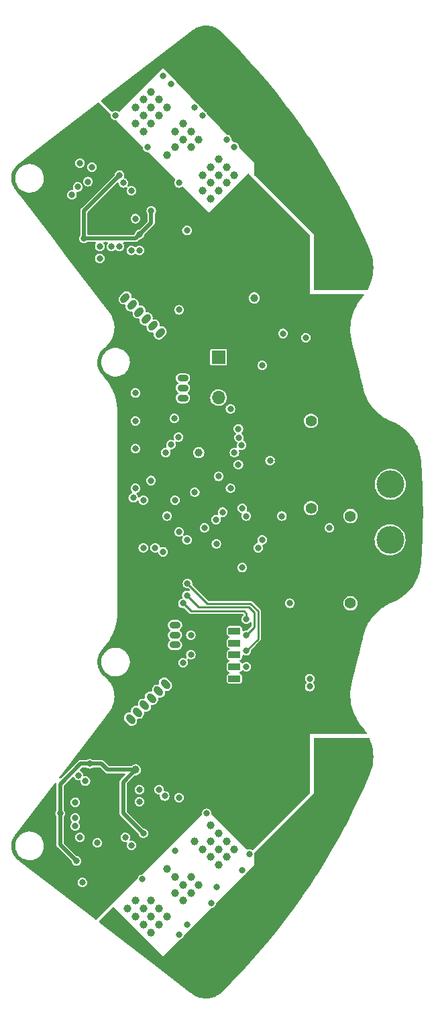
<source format=gbr>
%TF.GenerationSoftware,KiCad,Pcbnew,(6.0.8)*%
%TF.CreationDate,2022-10-14T22:36:05+09:00*%
%TF.ProjectId,ORION_VV_driver_v2,4f52494f-4e5f-4565-965f-647269766572,rev?*%
%TF.SameCoordinates,Original*%
%TF.FileFunction,Copper,L2,Inr*%
%TF.FilePolarity,Positive*%
%FSLAX46Y46*%
G04 Gerber Fmt 4.6, Leading zero omitted, Abs format (unit mm)*
G04 Created by KiCad (PCBNEW (6.0.8)) date 2022-10-14 22:36:05*
%MOMM*%
%LPD*%
G01*
G04 APERTURE LIST*
G04 Aperture macros list*
%AMRoundRect*
0 Rectangle with rounded corners*
0 $1 Rounding radius*
0 $2 $3 $4 $5 $6 $7 $8 $9 X,Y pos of 4 corners*
0 Add a 4 corners polygon primitive as box body*
4,1,4,$2,$3,$4,$5,$6,$7,$8,$9,$2,$3,0*
0 Add four circle primitives for the rounded corners*
1,1,$1+$1,$2,$3*
1,1,$1+$1,$4,$5*
1,1,$1+$1,$6,$7*
1,1,$1+$1,$8,$9*
0 Add four rect primitives between the rounded corners*
20,1,$1+$1,$2,$3,$4,$5,0*
20,1,$1+$1,$4,$5,$6,$7,0*
20,1,$1+$1,$6,$7,$8,$9,0*
20,1,$1+$1,$8,$9,$2,$3,0*%
%AMHorizOval*
0 Thick line with rounded ends*
0 $1 width*
0 $2 $3 position (X,Y) of the first rounded end (center of the circle)*
0 $4 $5 position (X,Y) of the second rounded end (center of the circle)*
0 Add line between two ends*
20,1,$1,$2,$3,$4,$5,0*
0 Add two circle primitives to create the rounded ends*
1,1,$1,$2,$3*
1,1,$1,$4,$5*%
G04 Aperture macros list end*
%TA.AperFunction,ComponentPad*%
%ADD10RoundRect,0.225000X0.475000X-0.225000X0.475000X0.225000X-0.475000X0.225000X-0.475000X-0.225000X0*%
%TD*%
%TA.AperFunction,ComponentPad*%
%ADD11O,1.400000X0.900000*%
%TD*%
%TA.AperFunction,ComponentPad*%
%ADD12R,1.700000X1.700000*%
%TD*%
%TA.AperFunction,ComponentPad*%
%ADD13O,1.700000X1.700000*%
%TD*%
%TA.AperFunction,ComponentPad*%
%ADD14C,3.500000*%
%TD*%
%TA.AperFunction,ComponentPad*%
%ADD15R,3.500000X3.500000*%
%TD*%
%TA.AperFunction,ComponentPad*%
%ADD16C,1.400000*%
%TD*%
%TA.AperFunction,ComponentPad*%
%ADD17RoundRect,0.225000X0.494975X0.176777X0.176777X0.494975X-0.494975X-0.176777X-0.176777X-0.494975X0*%
%TD*%
%TA.AperFunction,ComponentPad*%
%ADD18HorizOval,0.900000X0.176777X0.176777X-0.176777X-0.176777X0*%
%TD*%
%TA.AperFunction,ComponentPad*%
%ADD19RoundRect,0.225000X-0.475000X0.225000X-0.475000X-0.225000X0.475000X-0.225000X0.475000X0.225000X0*%
%TD*%
%TA.AperFunction,ComponentPad*%
%ADD20RoundRect,0.225000X0.176777X-0.494975X0.494975X-0.176777X-0.176777X0.494975X-0.494975X0.176777X0*%
%TD*%
%TA.AperFunction,ComponentPad*%
%ADD21HorizOval,0.900000X-0.176777X0.176777X0.176777X-0.176777X0*%
%TD*%
%TA.AperFunction,ComponentPad*%
%ADD22RoundRect,0.225000X-0.575000X0.225000X-0.575000X-0.225000X0.575000X-0.225000X0.575000X0.225000X0*%
%TD*%
%TA.AperFunction,ComponentPad*%
%ADD23RoundRect,0.625000X0.000000X-0.883883X0.883883X0.000000X0.000000X0.883883X-0.883883X0.000000X0*%
%TD*%
%TA.AperFunction,ComponentPad*%
%ADD24RoundRect,0.625000X-0.883883X0.000000X0.000000X-0.883883X0.883883X0.000000X0.000000X0.883883X0*%
%TD*%
%TA.AperFunction,ViaPad*%
%ADD25C,0.800000*%
%TD*%
%TA.AperFunction,ViaPad*%
%ADD26C,1.000000*%
%TD*%
%TA.AperFunction,Conductor*%
%ADD27C,0.500000*%
%TD*%
%TA.AperFunction,Conductor*%
%ADD28C,0.250000*%
%TD*%
G04 APERTURE END LIST*
D10*
%TO.N,GND*%
%TO.C,J2*%
X108500000Y-86875000D03*
D11*
%TO.N,+5V*%
X108500000Y-85625000D03*
%TO.N,/CAN_L*%
X108500000Y-84375000D03*
%TO.N,/CAN_H*%
X108500000Y-83125000D03*
%TD*%
D12*
%TO.N,Net-(D12-Pad1)*%
%TO.C,J14*%
X113000000Y-80475000D03*
D13*
%TO.N,GND*%
X113000000Y-83015000D03*
%TO.N,+3V3*%
X113000000Y-85555000D03*
%TD*%
D14*
%TO.N,+BATT*%
%TO.C,J11*%
X134675000Y-96500000D03*
D15*
%TO.N,GND*%
X134675000Y-91500000D03*
D16*
%TO.N,*%
X124675000Y-88500000D03*
X124675000Y-99500000D03*
%TD*%
D17*
%TO.N,GND*%
%TO.C,J6*%
X106505204Y-78298097D03*
D18*
%TO.N,+3V3*%
X105621321Y-77414214D03*
%TO.N,/NSS_ENC1*%
X104737437Y-76530330D03*
%TO.N,/SPI_CLK*%
X103853554Y-75646447D03*
%TO.N,/SPI_MISO*%
X102969670Y-74762563D03*
%TO.N,/SPI_MOSI*%
X102085787Y-73878680D03*
%TO.N,/TEMP_1*%
X101201903Y-72994796D03*
%TD*%
D19*
%TO.N,GND*%
%TO.C,J3*%
X107500000Y-113000000D03*
D11*
%TO.N,+5V*%
X107500000Y-114250000D03*
%TO.N,/CAN_L*%
X107500000Y-115500000D03*
%TO.N,/CAN_H*%
X107500000Y-116750000D03*
%TD*%
D16*
%TO.N,*%
%TO.C,J15*%
X129650000Y-111500000D03*
X129650000Y-100500000D03*
D15*
%TO.N,GND*%
X134650000Y-108500000D03*
D14*
%TO.N,+BATT*%
X134650000Y-103500000D03*
%TD*%
D20*
%TO.N,GND*%
%TO.C,J5*%
X101000000Y-127000000D03*
D21*
%TO.N,+3V3*%
X101883883Y-126116117D03*
%TO.N,/NSS_ENC0*%
X102767767Y-125232233D03*
%TO.N,/SPI_CLK*%
X103651650Y-124348350D03*
%TO.N,/SPI_MISO*%
X104535534Y-123464466D03*
%TO.N,/SPI_MOSI*%
X105419417Y-122580583D03*
%TO.N,/TEMP_0*%
X106303301Y-121696699D03*
%TD*%
D22*
%TO.N,GND*%
%TO.C,J4*%
X115000000Y-113500000D03*
%TO.N,Net-(D5-Pad2)*%
X115000000Y-115000000D03*
%TO.N,/SWDIO*%
X115000000Y-116500000D03*
%TO.N,/SWCLK*%
X115000000Y-118000000D03*
%TO.N,/UART1_TX*%
X115000000Y-119500000D03*
%TO.N,/UART1_RX*%
X115000000Y-121000000D03*
%TD*%
D23*
%TO.N,GND*%
%TO.C,GD2*%
X99000000Y-62000000D03*
%TD*%
D24*
%TO.N,GND*%
%TO.C,GD1*%
X99000000Y-137580761D03*
%TD*%
D25*
%TO.N,+15V*%
X103500000Y-140500000D03*
%TO.N,GND*%
X116500000Y-76500000D03*
X116500000Y-75500000D03*
X116500000Y-74500000D03*
X123500000Y-96000000D03*
X123500000Y-117500000D03*
X123500000Y-115000000D03*
X123500000Y-112500000D03*
X123500000Y-106000000D03*
X123500000Y-104000000D03*
X123500000Y-108000000D03*
X123500000Y-110000000D03*
D26*
X107000000Y-128000000D03*
X104000000Y-128000000D03*
X92000000Y-146000000D03*
X91000000Y-139000000D03*
X94000000Y-135000000D03*
X98000000Y-129000000D03*
X98000000Y-71000000D03*
X95000000Y-68000000D03*
X93000000Y-65000000D03*
X91000000Y-62000000D03*
X92000000Y-55000000D03*
X94000000Y-53000000D03*
D25*
%TO.N,/NRST*%
X102487701Y-84987701D03*
X108000000Y-74500000D03*
%TO.N,+15V*%
X93000000Y-138000000D03*
X96737701Y-131737701D03*
D26*
X117500000Y-73000000D03*
D25*
X104500000Y-62000000D03*
X100500000Y-57500000D03*
X103000000Y-65000000D03*
X95062299Y-144000000D03*
D26*
X102500000Y-132500000D03*
D25*
X96000000Y-65500000D03*
D26*
%TO.N,+5V*%
X110502338Y-92497662D03*
%TO.N,/M1_W*%
X102500000Y-149000000D03*
X102500000Y-151000000D03*
X104500000Y-151000000D03*
X105500000Y-150000000D03*
X106500000Y-151000000D03*
X105500000Y-152000000D03*
X104500000Y-153000000D03*
D25*
X95800000Y-146700000D03*
D26*
X103500000Y-150000000D03*
X104500000Y-149000000D03*
X101500000Y-150000000D03*
D25*
X108000000Y-153300000D03*
D26*
X103500000Y-152000000D03*
%TO.N,/M1_V*%
X107500000Y-146000000D03*
X109500000Y-146000000D03*
X109500000Y-148000000D03*
X107500000Y-148000000D03*
X108500000Y-149000000D03*
D25*
X102000000Y-142012016D03*
D26*
X110500000Y-147000000D03*
X108500000Y-147000000D03*
D25*
X112100000Y-149300000D03*
D26*
X106500000Y-145000000D03*
%TO.N,/M1_U*%
X113000000Y-140500000D03*
X112000000Y-141500000D03*
D25*
X116000000Y-145200000D03*
D26*
X113000000Y-144500000D03*
X112000000Y-143500000D03*
X111000000Y-142500000D03*
X110000000Y-141500000D03*
X112000000Y-139500000D03*
X115000000Y-142500000D03*
X114000000Y-141500000D03*
X113000000Y-142500000D03*
D25*
X106198281Y-135801720D03*
D26*
X114000000Y-143500000D03*
%TO.N,/M0_W*%
X114000000Y-56500000D03*
X111000000Y-59500000D03*
D25*
X115000000Y-54000000D03*
D26*
X112000000Y-56500000D03*
X115000000Y-57500000D03*
D25*
X109000000Y-64500000D03*
D26*
X112000000Y-60500000D03*
X114000000Y-58500000D03*
X111000000Y-57500000D03*
X113000000Y-55500000D03*
X113000000Y-57500000D03*
X112000000Y-58500000D03*
X113000000Y-59500000D03*
%TO.N,/M0_V*%
X108500000Y-51000000D03*
X109500000Y-54000000D03*
X109500000Y-52000000D03*
D25*
X101000000Y-58500000D03*
D26*
X110500000Y-53000000D03*
D25*
X111000000Y-50000000D03*
D26*
X108500000Y-53000000D03*
X107500000Y-54000000D03*
X106500000Y-55000000D03*
X107500000Y-52000000D03*
D25*
%TO.N,/M1_UL*%
X94919239Y-136580761D03*
X118500000Y-103500000D03*
%TO.N,/M1_VL*%
X116500000Y-100500000D03*
X95300000Y-133200000D03*
%TO.N,/M1_WL*%
X96197540Y-133924500D03*
X118000000Y-104500000D03*
%TO.N,Net-(GD1-Pad9)*%
X111500000Y-138000000D03*
X108000000Y-136000000D03*
%TO.N,Net-(GD1-Pad10)*%
X107500000Y-142700000D03*
X105500000Y-135000000D03*
%TO.N,Net-(GD1-Pad11)*%
X103000000Y-135000350D03*
X103400000Y-146300000D03*
%TO.N,Net-(GD1-Pad13)*%
X116900000Y-143100000D03*
X103000000Y-136500000D03*
%TO.N,Net-(GD1-Pad16)*%
X112800000Y-147300000D03*
X101224500Y-141000000D03*
%TO.N,Net-(GD1-Pad19)*%
X109000000Y-152000000D03*
X97700000Y-141700000D03*
%TO.N,/M1_UH*%
X95500000Y-141000000D03*
X115500000Y-94000000D03*
%TO.N,/M1_VH*%
X113000000Y-95500000D03*
X94919239Y-139580761D03*
%TO.N,/M1_WH*%
X94919239Y-138580761D03*
X114500000Y-97000000D03*
%TO.N,/M0_UL*%
X99470319Y-66511636D03*
X106325980Y-92500000D03*
%TO.N,/M0_VL*%
X98000000Y-66500000D03*
X106987701Y-91487701D03*
%TO.N,/M0_WL*%
X107946535Y-90545756D03*
X98000000Y-68000000D03*
%TO.N,Net-(GD2-Pad9)*%
X100000000Y-50000000D03*
X94500000Y-60000000D03*
%TO.N,Net-(GD2-Pad10)*%
X104012307Y-54007479D03*
X95224500Y-59000000D03*
%TO.N,Net-(GD2-Pad11)*%
X108000000Y-58500000D03*
X96528461Y-58336744D03*
%TO.N,Net-(GD2-Pad13)*%
X106000000Y-45000000D03*
X97012299Y-56487701D03*
%TO.N,Net-(GD2-Pad16)*%
X102000000Y-59500000D03*
X110000000Y-49000000D03*
%TO.N,Net-(GD2-Pad19)*%
X102500000Y-63000000D03*
X114000000Y-53000000D03*
%TO.N,/M0_UH*%
X103000000Y-67000000D03*
X115903768Y-91564084D03*
%TO.N,/M0_VH*%
X115575451Y-90600049D03*
X101980001Y-67019999D03*
%TO.N,/M0_WH*%
X100482282Y-66499611D03*
X115500000Y-89500000D03*
%TO.N,+BATT*%
X127000000Y-102000000D03*
X124500000Y-121000000D03*
X121124500Y-77475192D03*
D26*
%TO.N,/M0_U*%
X102500000Y-51000000D03*
X102500000Y-49000000D03*
X105500000Y-50000000D03*
D25*
X95500000Y-56000000D03*
D26*
X104500000Y-47000000D03*
X106500000Y-49000000D03*
X105500000Y-48000000D03*
D25*
X107000000Y-46000000D03*
D26*
X104500000Y-49000000D03*
X103500000Y-48000000D03*
X103500000Y-52000000D03*
X104500000Y-51000000D03*
X103500000Y-50000000D03*
D25*
%TO.N,/SW0*%
X109000000Y-103500000D03*
%TO.N,/SW1*%
X108000000Y-102500000D03*
%TO.N,/M1_CS*%
X108512299Y-118987701D03*
X104481547Y-96018453D03*
%TO.N,/M0_CS*%
X106500000Y-100500000D03*
X114500000Y-87000000D03*
%TO.N,/SW2*%
X106000000Y-105000000D03*
%TO.N,/SW3*%
X105000000Y-104500000D03*
%TO.N,/UART1_TX*%
X107500000Y-98500000D03*
X109500000Y-115500000D03*
%TO.N,/UART1_RX*%
X110000000Y-97500000D03*
X109500000Y-118000000D03*
%TO.N,/NSS_ENC0*%
X116000000Y-107000000D03*
%TO.N,/NRST*%
X102500000Y-92000000D03*
X102500000Y-88500000D03*
X103500000Y-104500000D03*
%TO.N,+3V3*%
X102224500Y-98200000D03*
X119500000Y-93500000D03*
X116500000Y-119500000D03*
X107400000Y-88200000D03*
X115987701Y-99512299D03*
%TO.N,GND*%
X109500000Y-138500000D03*
X111224500Y-100724500D03*
X120500000Y-93500000D03*
D26*
X116000000Y-139500000D03*
D25*
X123500000Y-93500000D03*
X100500000Y-52500000D03*
D26*
X114500000Y-61500000D03*
D25*
X119000000Y-133000000D03*
X107500000Y-112000000D03*
X107500000Y-134000000D03*
X121500000Y-76000000D03*
D26*
X119000000Y-136500000D03*
D25*
X120000000Y-95000000D03*
D26*
X116500000Y-61500000D03*
X112500000Y-63500000D03*
D25*
X104500000Y-143500000D03*
X120500000Y-71000000D03*
X111500000Y-107000000D03*
D26*
X115000000Y-138500000D03*
D25*
X110500000Y-133500000D03*
X114000000Y-90000000D03*
X99500000Y-148500000D03*
D26*
X96500000Y-149500000D03*
D25*
X120500000Y-133000000D03*
X119000000Y-76000000D03*
D26*
X118500000Y-63500000D03*
D25*
X103987701Y-56487701D03*
X100500000Y-147500000D03*
X108275500Y-61000000D03*
X108500000Y-139500000D03*
D26*
X112000000Y-135500000D03*
D25*
X105900000Y-107600000D03*
D26*
X113000000Y-136500000D03*
D25*
X117500000Y-133000000D03*
D26*
X117000000Y-138500000D03*
X97000000Y-50500000D03*
D25*
X123500000Y-82500000D03*
D26*
X111500000Y-64500000D03*
X117500000Y-62500000D03*
D25*
X107500000Y-67000000D03*
X111224500Y-99275500D03*
X101500000Y-146500000D03*
X110012299Y-62512299D03*
D26*
X122000000Y-133500000D03*
D25*
X102500000Y-55000000D03*
X120500000Y-73000000D03*
X106000000Y-58500000D03*
D26*
X115500000Y-60500000D03*
D25*
X107129959Y-101911783D03*
X120500000Y-74500000D03*
X120500000Y-69000000D03*
X121500000Y-97000000D03*
X111500000Y-93500000D03*
X123500000Y-120000000D03*
D26*
X114000000Y-137500000D03*
D25*
X109500000Y-134500000D03*
X105387701Y-142500000D03*
D26*
X122000000Y-128500000D03*
X113500000Y-62500000D03*
D25*
X109500000Y-100724500D03*
D26*
X120000000Y-135500000D03*
D25*
X123500000Y-87000000D03*
D26*
X121000000Y-134500000D03*
X119500000Y-64500000D03*
D25*
X109500000Y-99275500D03*
D26*
X121500000Y-66500000D03*
D25*
X123000000Y-123000000D03*
X106400000Y-89600000D03*
D26*
X120500000Y-65500000D03*
X118000000Y-137500000D03*
D25*
X123500000Y-98500000D03*
X123500000Y-91000000D03*
%TO.N,/LED_0*%
X116500000Y-117500000D03*
X109074980Y-109000000D03*
%TO.N,/LED_1*%
X109000000Y-110500000D03*
X116500000Y-115500000D03*
%TO.N,/LED_2*%
X116500000Y-113500000D03*
X108500000Y-111500000D03*
%TO.N,/TEMP_0*%
X103500000Y-98500000D03*
%TO.N,/BATT_V_SENS*%
X115000000Y-92500000D03*
X121000000Y-100500000D03*
%TO.N,/SPI_CLK*%
X113500000Y-100000000D03*
%TO.N,/SPI_MISO*%
X112673511Y-100941836D03*
%TO.N,/SPI_MOSI*%
X111224500Y-102000000D03*
%TO.N,/NSS_ENC1*%
X112724500Y-104000000D03*
%TO.N,/TEMP_1*%
X102500000Y-97000000D03*
%TO.N,/3V3_HARF_REF*%
X118500000Y-81500000D03*
X122000000Y-111500000D03*
D26*
%TO.N,/M1_CSL*%
X111500000Y-158500000D03*
X127500000Y-135000000D03*
X121500000Y-142500000D03*
X120500000Y-143500000D03*
X112500000Y-157500000D03*
X118500000Y-151500000D03*
X115500000Y-154500000D03*
X119500000Y-150500000D03*
D25*
X124500000Y-122000000D03*
D26*
X127500000Y-130500000D03*
X106500000Y-157500000D03*
X122500000Y-141500000D03*
X121500000Y-148500000D03*
X127500000Y-132000000D03*
X122500000Y-147500000D03*
X121500000Y-146500000D03*
X114500000Y-155500000D03*
X119500000Y-144500000D03*
X120500000Y-149500000D03*
X127500000Y-136500000D03*
X116500000Y-153500000D03*
X113500000Y-156500000D03*
X117500000Y-152500000D03*
X124500000Y-139500000D03*
X126500000Y-137500000D03*
X120500000Y-145500000D03*
X123500000Y-140500000D03*
X127500000Y-129000000D03*
X127500000Y-133500000D03*
X100000000Y-152500000D03*
X105500000Y-156500000D03*
X125500000Y-138500000D03*
X110500000Y-159500000D03*
%TO.N,/M0_CSL*%
X122500000Y-58500000D03*
X105800000Y-43200000D03*
X120500000Y-50500000D03*
X111500000Y-41500000D03*
X127500000Y-67000000D03*
X121500000Y-57500000D03*
X127500000Y-70000000D03*
X125500000Y-61500000D03*
X113500000Y-43500000D03*
X122500000Y-52500000D03*
X119500000Y-55500000D03*
X115500000Y-45500000D03*
X116500000Y-46500000D03*
D25*
X124000000Y-78000000D03*
D26*
X120500000Y-54500000D03*
X127500000Y-65500000D03*
X118500000Y-48500000D03*
X121500000Y-51500000D03*
X120500000Y-56500000D03*
X106800000Y-42400000D03*
X127500000Y-68500000D03*
X114500000Y-44500000D03*
X124500000Y-60500000D03*
X127500000Y-71500000D03*
X123500000Y-59500000D03*
X121500000Y-53500000D03*
X112500000Y-42500000D03*
X117500000Y-47500000D03*
X126500000Y-62500000D03*
X127500000Y-64000000D03*
X110500000Y-40500000D03*
X100000000Y-47500000D03*
X119500000Y-49500000D03*
%TD*%
D27*
%TO.N,+15V*%
X100958884Y-134041116D02*
X102500000Y-132500000D01*
X100958884Y-137958884D02*
X100958884Y-134041116D01*
X103500000Y-140500000D02*
X100958884Y-137958884D01*
X93000000Y-134298609D02*
X95560908Y-131737701D01*
X93000000Y-138000000D02*
X93000000Y-134298609D01*
X102500000Y-132500000D02*
X99000000Y-132500000D01*
X98237701Y-131737701D02*
X96737701Y-131737701D01*
X99000000Y-132500000D02*
X98237701Y-131737701D01*
X95560908Y-131737701D02*
X96737701Y-131737701D01*
X96000000Y-65500000D02*
X102500000Y-65500000D01*
X103000000Y-65000000D02*
X104500000Y-63500000D01*
X102500000Y-65500000D02*
X103000000Y-65000000D01*
X104500000Y-63500000D02*
X104500000Y-62000000D01*
D28*
%TO.N,/LED_0*%
X118000000Y-112500000D02*
X118000000Y-116000000D01*
X118000000Y-116000000D02*
X116500000Y-117500000D01*
X117024606Y-111524606D02*
X118000000Y-112500000D01*
X111599586Y-111524606D02*
X117024606Y-111524606D01*
X109074980Y-109000000D02*
X111599586Y-111524606D01*
D27*
%TO.N,+15V*%
X95062299Y-144000000D02*
X93000000Y-141937701D01*
X93000000Y-141937701D02*
X93000000Y-138000000D01*
X100500000Y-57500000D02*
X96000000Y-62000000D01*
X96000000Y-62000000D02*
X96000000Y-65500000D01*
D28*
%TO.N,/LED_1*%
X117500000Y-114500000D02*
X116500000Y-115500000D01*
X117500000Y-112635718D02*
X117500000Y-114500000D01*
X110500000Y-112000000D02*
X116864282Y-112000000D01*
X109000000Y-110500000D02*
X110500000Y-112000000D01*
X116864282Y-112000000D02*
X117500000Y-112635718D01*
%TO.N,/LED_2*%
X116500000Y-112805552D02*
X116194448Y-112500000D01*
X116500000Y-113500000D02*
X116500000Y-112805552D01*
X109500000Y-112500000D02*
X108500000Y-111500000D01*
X116194448Y-112500000D02*
X109500000Y-112500000D01*
%TD*%
%TA.AperFunction,Conductor*%
%TO.N,/M0_CSL*%
G36*
X111433727Y-38652265D02*
G01*
X111580423Y-38661157D01*
X111727120Y-38670049D01*
X111740881Y-38671646D01*
X112030566Y-38721538D01*
X112044057Y-38724635D01*
X112151476Y-38755589D01*
X112326496Y-38806024D01*
X112339578Y-38810586D01*
X112611380Y-38922495D01*
X112623882Y-38928466D01*
X112881763Y-39069544D01*
X112893529Y-39076850D01*
X113134339Y-39245372D01*
X113145237Y-39253928D01*
X113344056Y-39428522D01*
X113345531Y-39430239D01*
X113345602Y-39430160D01*
X113347424Y-39431800D01*
X113348821Y-39434066D01*
X113349937Y-39435366D01*
X113350134Y-39435162D01*
X113360699Y-39445364D01*
X113367443Y-39455905D01*
X113367445Y-39455906D01*
X113367447Y-39455909D01*
X113379013Y-39463048D01*
X113384101Y-39467962D01*
X113396883Y-39478078D01*
X114614059Y-40696637D01*
X114615799Y-40698415D01*
X115358875Y-41473872D01*
X115831595Y-41967193D01*
X115833384Y-41969100D01*
X116417933Y-42605028D01*
X117022533Y-43262769D01*
X117024225Y-43264649D01*
X117672533Y-44000000D01*
X118186273Y-44582717D01*
X118187982Y-44584696D01*
X119322422Y-45926587D01*
X119324090Y-45928602D01*
X120430431Y-47293732D01*
X120432056Y-47295780D01*
X121509850Y-48683598D01*
X121511430Y-48685677D01*
X121756236Y-49014778D01*
X122560159Y-50095516D01*
X122561698Y-50097630D01*
X123577295Y-51523800D01*
X123580974Y-51528967D01*
X123582463Y-51531104D01*
X124135761Y-52343238D01*
X124571800Y-52983259D01*
X124573250Y-52985435D01*
X125505256Y-54416375D01*
X125532264Y-54457842D01*
X125533665Y-54460043D01*
X125662143Y-54666547D01*
X126461895Y-55951996D01*
X126463253Y-55954230D01*
X127360321Y-57465118D01*
X127361633Y-57467380D01*
X128227184Y-58996609D01*
X128228448Y-58998898D01*
X128459851Y-59428282D01*
X129045384Y-60514778D01*
X129062048Y-60545700D01*
X129063259Y-60548004D01*
X129850361Y-62084017D01*
X129864607Y-62111818D01*
X129865759Y-62114125D01*
X130376490Y-63163928D01*
X130634494Y-63694254D01*
X130635613Y-63696617D01*
X131371351Y-65292266D01*
X131372422Y-65294652D01*
X132060749Y-66872800D01*
X132063570Y-66882148D01*
X132067187Y-66889093D01*
X132070559Y-66908179D01*
X132070560Y-66908180D01*
X132080390Y-66921850D01*
X132080974Y-66924812D01*
X132082190Y-66924352D01*
X132082192Y-66924355D01*
X132086854Y-66936696D01*
X132086938Y-66937799D01*
X132088064Y-66939899D01*
X132236402Y-67332552D01*
X132239563Y-67342043D01*
X132260671Y-67414956D01*
X132315886Y-67605682D01*
X132364820Y-67774715D01*
X132367216Y-67784419D01*
X132444514Y-68161135D01*
X132457753Y-68225657D01*
X132459373Y-68235522D01*
X132512317Y-68663928D01*
X132514621Y-68682572D01*
X132515453Y-68692541D01*
X132535060Y-69142557D01*
X132535098Y-69152561D01*
X132518945Y-69602697D01*
X132518190Y-69612672D01*
X132466373Y-70060130D01*
X132464828Y-70070013D01*
X132396525Y-70416375D01*
X132377682Y-70511924D01*
X132375359Y-70521654D01*
X132253422Y-70955285D01*
X132250333Y-70964801D01*
X132094387Y-71387370D01*
X132090554Y-71396610D01*
X131901573Y-71805484D01*
X131897018Y-71814391D01*
X131828744Y-71935771D01*
X131777915Y-71985338D01*
X131718925Y-72000000D01*
X125126000Y-72000000D01*
X125057879Y-71979998D01*
X125011386Y-71926342D01*
X125000000Y-71874000D01*
X125000000Y-65000000D01*
X117536905Y-57536905D01*
X117502879Y-57474593D01*
X117500000Y-57447810D01*
X117500000Y-56000000D01*
X115637804Y-54056839D01*
X115605113Y-53993817D01*
X115603853Y-53986105D01*
X115586122Y-53851427D01*
X115585044Y-53843238D01*
X115524536Y-53697159D01*
X115454343Y-53605682D01*
X115433305Y-53578264D01*
X115428282Y-53571718D01*
X115302841Y-53475464D01*
X115156762Y-53414956D01*
X115047198Y-53400532D01*
X114982272Y-53371810D01*
X114972674Y-53362790D01*
X114631169Y-53006436D01*
X114598478Y-52943414D01*
X114597218Y-52935703D01*
X114586122Y-52851427D01*
X114585044Y-52843238D01*
X114524536Y-52697159D01*
X114456059Y-52607918D01*
X114433305Y-52578264D01*
X114428282Y-52571718D01*
X114302841Y-52475464D01*
X114156762Y-52414956D01*
X114148574Y-52413878D01*
X114094880Y-52406809D01*
X114029953Y-52378086D01*
X114020356Y-52369067D01*
X113210308Y-51523800D01*
X111590212Y-49833265D01*
X111564775Y-49794304D01*
X111527696Y-49704789D01*
X111524536Y-49697159D01*
X111454343Y-49605682D01*
X111433305Y-49578264D01*
X111428282Y-49571718D01*
X111302841Y-49475464D01*
X111235219Y-49447454D01*
X111192466Y-49418225D01*
X110558494Y-48756689D01*
X110533056Y-48717727D01*
X110527697Y-48704790D01*
X110527697Y-48704789D01*
X110524536Y-48697159D01*
X110456059Y-48607918D01*
X110433305Y-48578264D01*
X110428282Y-48571718D01*
X110302841Y-48475464D01*
X110295211Y-48472303D01*
X110290045Y-48469321D01*
X110262073Y-48447381D01*
X109480685Y-47632019D01*
X106000000Y-44000000D01*
X100506417Y-49493583D01*
X100444105Y-49527609D01*
X100373290Y-49522544D01*
X100340619Y-49504451D01*
X100309396Y-49480493D01*
X100309392Y-49480491D01*
X100302841Y-49475464D01*
X100156762Y-49414956D01*
X100000000Y-49394318D01*
X99843238Y-49414956D01*
X99697159Y-49475464D01*
X99690608Y-49480491D01*
X99690604Y-49480493D01*
X99659381Y-49504451D01*
X99593161Y-49530051D01*
X99523612Y-49515786D01*
X99493583Y-49493583D01*
X98222391Y-48222391D01*
X98188365Y-48160079D01*
X98193430Y-48089264D01*
X98234782Y-48033333D01*
X109677639Y-39252920D01*
X109692587Y-39243929D01*
X109697004Y-39240552D01*
X109709910Y-39234656D01*
X109718982Y-39223747D01*
X109730255Y-39215128D01*
X109730606Y-39215586D01*
X109736496Y-39210229D01*
X109874091Y-39116190D01*
X109955463Y-39060576D01*
X109967302Y-39053406D01*
X110226729Y-38915193D01*
X110239295Y-38909361D01*
X110512318Y-38800469D01*
X110525447Y-38796053D01*
X110808785Y-38717792D01*
X110822299Y-38714848D01*
X111112515Y-38668168D01*
X111126289Y-38666723D01*
X111324788Y-38656896D01*
X111419872Y-38652188D01*
X111433727Y-38652265D01*
G37*
%TD.AperFunction*%
%TD*%
%TA.AperFunction,Conductor*%
%TO.N,/M1_CSL*%
G36*
X132030301Y-128520002D02*
G01*
X132076554Y-128573136D01*
X132090538Y-128603391D01*
X132094372Y-128612632D01*
X132250317Y-129035209D01*
X132253405Y-129044724D01*
X132265503Y-129087747D01*
X132375139Y-129477634D01*
X132375339Y-129478346D01*
X132377662Y-129488077D01*
X132464806Y-129929988D01*
X132466351Y-129939871D01*
X132518167Y-130387328D01*
X132518922Y-130397303D01*
X132535075Y-130847438D01*
X132535037Y-130857442D01*
X132515521Y-131305378D01*
X132515430Y-131307457D01*
X132514598Y-131317421D01*
X132499686Y-131438091D01*
X132459353Y-131764459D01*
X132457734Y-131774325D01*
X132444543Y-131838612D01*
X132367198Y-132215570D01*
X132364800Y-132225282D01*
X132333999Y-132331680D01*
X132256574Y-132599134D01*
X132239546Y-132657953D01*
X132236386Y-132667441D01*
X132088233Y-133059612D01*
X132084510Y-133066522D01*
X132084724Y-133066613D01*
X132079163Y-133079670D01*
X132070839Y-133091160D01*
X132068322Y-133105124D01*
X132065539Y-133111657D01*
X132060982Y-133126665D01*
X131716542Y-133916375D01*
X131372422Y-134705348D01*
X131371351Y-134707734D01*
X130635613Y-136303383D01*
X130634494Y-136305746D01*
X129897635Y-137820356D01*
X129865775Y-137885843D01*
X129864623Y-137888150D01*
X129230281Y-139126057D01*
X129063265Y-139451985D01*
X129062054Y-139454289D01*
X128950581Y-139661135D01*
X128228448Y-141001102D01*
X128227184Y-141003391D01*
X127361633Y-142532620D01*
X127360321Y-142534882D01*
X126463253Y-144045770D01*
X126461895Y-144048004D01*
X125533668Y-145539952D01*
X125532267Y-145542153D01*
X125224435Y-146014778D01*
X124573250Y-147014565D01*
X124571800Y-147016741D01*
X123618245Y-148416375D01*
X123582468Y-148468888D01*
X123580980Y-148471025D01*
X122990712Y-149299919D01*
X122561698Y-149902370D01*
X122560159Y-149904483D01*
X121745244Y-151000000D01*
X121511432Y-151314320D01*
X121509850Y-151316402D01*
X120432056Y-152704220D01*
X120430431Y-152706268D01*
X119324090Y-154071398D01*
X119322422Y-154073413D01*
X118187982Y-155415304D01*
X118186273Y-155417283D01*
X117024225Y-156735351D01*
X117022533Y-156737231D01*
X116417933Y-157394972D01*
X115833384Y-158030900D01*
X115831595Y-158032807D01*
X115566515Y-158309439D01*
X114615799Y-159301585D01*
X114614059Y-159303363D01*
X113397293Y-160521512D01*
X113388346Y-160528568D01*
X113383038Y-160534352D01*
X113367963Y-160543586D01*
X113367962Y-160543588D01*
X113367960Y-160543589D01*
X113358783Y-160557823D01*
X113346175Y-160569126D01*
X113344521Y-160571044D01*
X113145230Y-160746038D01*
X113134332Y-160754593D01*
X112893510Y-160923110D01*
X112881741Y-160930416D01*
X112623867Y-161071481D01*
X112611375Y-161077448D01*
X112503390Y-161121905D01*
X112339572Y-161189349D01*
X112326491Y-161193911D01*
X112044049Y-161275296D01*
X112030547Y-161278394D01*
X111798862Y-161318295D01*
X111740876Y-161328281D01*
X111727118Y-161329878D01*
X111580422Y-161338770D01*
X111433728Y-161347661D01*
X111419875Y-161347738D01*
X111240317Y-161338849D01*
X111126296Y-161333205D01*
X111112519Y-161331760D01*
X110822323Y-161285085D01*
X110808788Y-161282137D01*
X110608203Y-161226737D01*
X110525453Y-161203882D01*
X110512333Y-161199469D01*
X110376596Y-161145335D01*
X110239307Y-161090583D01*
X110226741Y-161084752D01*
X110168328Y-161053634D01*
X109967315Y-160946549D01*
X109955473Y-160939377D01*
X109942361Y-160930416D01*
X109736885Y-160789996D01*
X109731193Y-160784798D01*
X109730750Y-160785373D01*
X109719506Y-160776714D01*
X109710473Y-160765776D01*
X109697591Y-160759837D01*
X109693766Y-160756892D01*
X109678089Y-160747426D01*
X109412444Y-160543589D01*
X104451942Y-156737262D01*
X97951869Y-151749580D01*
X97910002Y-151692242D01*
X97905780Y-151621371D01*
X97939478Y-151560522D01*
X99660905Y-149839095D01*
X99723217Y-149805069D01*
X99794032Y-149810134D01*
X99839095Y-149839095D01*
X106000000Y-156000000D01*
X108078373Y-153921627D01*
X108140685Y-153887601D01*
X108147459Y-153886421D01*
X108148576Y-153886122D01*
X108156762Y-153885044D01*
X108302841Y-153824536D01*
X108428282Y-153728282D01*
X108524536Y-153602841D01*
X108585044Y-153456762D01*
X108586122Y-153448574D01*
X108588259Y-153440598D01*
X108590182Y-153441113D01*
X108614527Y-153386089D01*
X108621627Y-153378373D01*
X112063212Y-149936788D01*
X112125524Y-149902762D01*
X112135861Y-149900961D01*
X112206998Y-149891595D01*
X112256762Y-149885044D01*
X112402841Y-149824536D01*
X112528282Y-149728282D01*
X112624536Y-149602841D01*
X112685044Y-149456762D01*
X112700961Y-149335861D01*
X112729683Y-149270933D01*
X112736788Y-149263212D01*
X116238381Y-145761619D01*
X116279257Y-145734306D01*
X116295206Y-145727699D01*
X116295209Y-145727697D01*
X116302841Y-145724536D01*
X116428282Y-145628282D01*
X116524536Y-145502841D01*
X116527699Y-145495206D01*
X116534306Y-145479257D01*
X116561619Y-145438381D01*
X117500000Y-144500000D01*
X117500000Y-143151417D01*
X117501078Y-143134971D01*
X117504604Y-143108188D01*
X117505682Y-143100000D01*
X117501959Y-143071718D01*
X117501498Y-143068215D01*
X117512438Y-142998066D01*
X117537325Y-142962675D01*
X125000000Y-135500000D01*
X125000000Y-128626000D01*
X125020002Y-128557879D01*
X125073658Y-128511386D01*
X125126000Y-128500000D01*
X131962180Y-128500000D01*
X132030301Y-128520002D01*
G37*
%TD.AperFunction*%
%TD*%
%TA.AperFunction,Conductor*%
%TO.N,GND*%
G36*
X97885989Y-48393816D02*
G01*
X97916019Y-48416019D01*
X99362675Y-49862675D01*
X99396701Y-49924987D01*
X99398502Y-49968215D01*
X99395396Y-49991809D01*
X99394318Y-50000000D01*
X99414956Y-50156762D01*
X99475464Y-50302841D01*
X99571718Y-50428282D01*
X99697159Y-50524536D01*
X99843238Y-50585044D01*
X100000000Y-50605682D01*
X100008188Y-50604604D01*
X100008191Y-50604604D01*
X100031785Y-50601498D01*
X100101934Y-50612438D01*
X100137325Y-50637325D01*
X103374421Y-53874421D01*
X103408447Y-53936733D01*
X103410248Y-53979961D01*
X103406625Y-54007479D01*
X103427263Y-54164241D01*
X103487771Y-54310320D01*
X103584025Y-54435761D01*
X103709466Y-54532015D01*
X103855545Y-54592523D01*
X104012307Y-54613161D01*
X104039824Y-54609538D01*
X104109971Y-54620477D01*
X104145365Y-54645365D01*
X107493583Y-57993583D01*
X107527609Y-58055895D01*
X107522544Y-58126710D01*
X107504451Y-58159381D01*
X107480493Y-58190604D01*
X107480491Y-58190608D01*
X107475464Y-58197159D01*
X107414956Y-58343238D01*
X107394318Y-58500000D01*
X107414956Y-58656762D01*
X107475464Y-58802841D01*
X107571718Y-58928282D01*
X107697159Y-59024536D01*
X107843238Y-59085044D01*
X107851426Y-59086122D01*
X107863769Y-59087747D01*
X108000000Y-59105682D01*
X108008188Y-59104604D01*
X108148574Y-59086122D01*
X108156762Y-59085044D01*
X108302841Y-59024536D01*
X108309392Y-59019509D01*
X108309396Y-59019507D01*
X108340619Y-58995549D01*
X108406839Y-58969949D01*
X108476388Y-58984214D01*
X108506417Y-59006417D01*
X111750000Y-62250000D01*
X116660905Y-57339095D01*
X116723217Y-57305069D01*
X116794032Y-57310134D01*
X116839095Y-57339095D01*
X124463095Y-64963095D01*
X124497121Y-65025407D01*
X124500000Y-65052190D01*
X124500000Y-72500000D01*
X131230162Y-72500000D01*
X131298283Y-72520002D01*
X131344776Y-72573658D01*
X131354880Y-72643932D01*
X131328831Y-72704361D01*
X131153250Y-72925437D01*
X131137552Y-72940531D01*
X131138078Y-72941102D01*
X131132833Y-72945941D01*
X131127078Y-72950156D01*
X131126609Y-72950699D01*
X131125591Y-72952624D01*
X131124380Y-72953741D01*
X131124816Y-72954089D01*
X130834181Y-73318665D01*
X130832836Y-73320643D01*
X130832835Y-73320644D01*
X130819707Y-73339947D01*
X130569871Y-73707289D01*
X130568689Y-73709346D01*
X130568686Y-73709351D01*
X130412902Y-73980491D01*
X130335733Y-74114803D01*
X130334705Y-74116955D01*
X130334699Y-74116966D01*
X130134141Y-74536715D01*
X130133112Y-74538869D01*
X129963170Y-74977056D01*
X129826881Y-75426848D01*
X129826367Y-75429162D01*
X129826366Y-75429167D01*
X129796942Y-75561714D01*
X129725027Y-75885666D01*
X129724687Y-75888030D01*
X129724687Y-75888032D01*
X129713450Y-75966253D01*
X129658194Y-76350877D01*
X129626764Y-76819812D01*
X129626785Y-76822199D01*
X129626785Y-76822202D01*
X129628398Y-77004775D01*
X129630917Y-77289781D01*
X129670631Y-77758087D01*
X129671012Y-77760441D01*
X129671013Y-77760451D01*
X129745293Y-78219678D01*
X129745676Y-78222044D01*
X129755208Y-78261658D01*
X129854539Y-78674489D01*
X129854564Y-78674615D01*
X129854744Y-78678492D01*
X129854937Y-78679183D01*
X129858340Y-78685438D01*
X129858343Y-78685445D01*
X129858547Y-78685820D01*
X129869466Y-78713021D01*
X129895359Y-78808390D01*
X130226491Y-80027981D01*
X130227058Y-80030147D01*
X130569311Y-81385489D01*
X130569840Y-81387664D01*
X130717504Y-82019509D01*
X130887442Y-82746662D01*
X130887974Y-82748940D01*
X130888460Y-82751107D01*
X130919939Y-82897494D01*
X131174790Y-84082639D01*
X131176885Y-84104980D01*
X131176940Y-84104975D01*
X131177571Y-84112091D01*
X131177394Y-84119234D01*
X131177538Y-84119938D01*
X131178444Y-84121929D01*
X131178576Y-84123415D01*
X131179066Y-84123295D01*
X131287785Y-84565965D01*
X131290304Y-84576222D01*
X131291048Y-84578493D01*
X131425107Y-84987701D01*
X131436622Y-85022851D01*
X131466292Y-85094552D01*
X131605174Y-85430174D01*
X131616326Y-85457125D01*
X131828382Y-85876551D01*
X131829607Y-85878577D01*
X131829611Y-85878584D01*
X132069626Y-86275500D01*
X132071576Y-86278725D01*
X132072958Y-86280662D01*
X132072963Y-86280670D01*
X132191084Y-86446258D01*
X132344511Y-86661339D01*
X132645622Y-87022197D01*
X132973182Y-87359230D01*
X132974965Y-87360806D01*
X132974968Y-87360809D01*
X133251981Y-87605682D01*
X133325311Y-87670504D01*
X133327197Y-87671932D01*
X133327198Y-87671933D01*
X133648122Y-87914956D01*
X133699990Y-87954234D01*
X133878405Y-88069191D01*
X134081423Y-88200000D01*
X134095068Y-88208792D01*
X134508281Y-88432717D01*
X134932957Y-88622801D01*
X134933155Y-88622899D01*
X134936324Y-88625117D01*
X134936657Y-88625252D01*
X134936658Y-88625253D01*
X134936660Y-88625253D01*
X134936989Y-88625387D01*
X134942818Y-88626320D01*
X134943901Y-88626760D01*
X134947218Y-88627398D01*
X134951025Y-88628463D01*
X134950842Y-88629118D01*
X134971733Y-88635366D01*
X135177011Y-88727696D01*
X135354284Y-88807430D01*
X135363237Y-88811893D01*
X135758075Y-89028666D01*
X135766646Y-89033825D01*
X136143040Y-89281235D01*
X136151175Y-89287057D01*
X136435561Y-89508188D01*
X136506764Y-89563554D01*
X136514408Y-89570000D01*
X136760889Y-89795211D01*
X136846941Y-89873837D01*
X136854053Y-89880873D01*
X137161430Y-90210126D01*
X137167961Y-90217703D01*
X137448257Y-90570313D01*
X137454166Y-90578385D01*
X137705610Y-90952127D01*
X137710846Y-90960619D01*
X137858433Y-91222743D01*
X137931840Y-91353118D01*
X137936398Y-91362022D01*
X138125562Y-91770823D01*
X138129399Y-91780062D01*
X138285528Y-92202558D01*
X138288621Y-92212072D01*
X138410748Y-92645649D01*
X138413074Y-92655375D01*
X138498004Y-93085044D01*
X138500417Y-93097254D01*
X138501966Y-93107138D01*
X138550373Y-93523551D01*
X138550239Y-93531401D01*
X138550470Y-93531384D01*
X138551523Y-93545537D01*
X138549403Y-93559566D01*
X138553577Y-93573128D01*
X138554089Y-93580007D01*
X138556978Y-93595660D01*
X138661616Y-95166387D01*
X138661753Y-95168777D01*
X138738189Y-96776242D01*
X138738280Y-96778635D01*
X138743803Y-96972304D01*
X138783124Y-98351194D01*
X138784152Y-98387258D01*
X138784196Y-98389614D01*
X138799423Y-99991812D01*
X138799489Y-99998803D01*
X138799489Y-100001158D01*
X138784584Y-101569599D01*
X138784197Y-101610347D01*
X138784153Y-101612705D01*
X138756395Y-102586122D01*
X138738280Y-103221365D01*
X138738189Y-103223758D01*
X138661753Y-104831223D01*
X138661616Y-104833613D01*
X138557016Y-106403764D01*
X138554280Y-106418444D01*
X138553678Y-106426172D01*
X138549457Y-106439719D01*
X138551529Y-106453755D01*
X138550426Y-106467904D01*
X138550323Y-106467896D01*
X138550447Y-106475937D01*
X138501980Y-106892865D01*
X138500431Y-106902749D01*
X138413089Y-107344626D01*
X138410764Y-107354345D01*
X138388524Y-107433305D01*
X138288634Y-107787934D01*
X138285541Y-107797447D01*
X138129413Y-108219943D01*
X138125576Y-108229182D01*
X137936410Y-108637984D01*
X137931852Y-108646888D01*
X137710857Y-109039387D01*
X137705621Y-109047880D01*
X137529683Y-109309392D01*
X137454177Y-109421623D01*
X137448268Y-109429694D01*
X137167971Y-109782306D01*
X137161447Y-109789876D01*
X136991140Y-109972304D01*
X136854063Y-110119137D01*
X136846952Y-110126172D01*
X136742750Y-110221382D01*
X136514420Y-110430007D01*
X136506777Y-110436453D01*
X136246477Y-110638856D01*
X136151182Y-110712955D01*
X136143049Y-110718775D01*
X136053003Y-110777965D01*
X135766654Y-110966187D01*
X135758083Y-110971346D01*
X135363244Y-111188119D01*
X135354291Y-111192581D01*
X134972313Y-111364388D01*
X134953372Y-111370016D01*
X134951388Y-111370727D01*
X134951561Y-111371358D01*
X134946078Y-111372864D01*
X134945459Y-111372853D01*
X134944117Y-111373334D01*
X134937661Y-111374344D01*
X134937329Y-111374477D01*
X134937324Y-111374478D01*
X134937320Y-111374481D01*
X134936995Y-111374611D01*
X134935212Y-111375850D01*
X134933649Y-111376279D01*
X134933873Y-111376780D01*
X134673230Y-111493435D01*
X134508275Y-111567263D01*
X134095056Y-111791181D01*
X133892426Y-111921736D01*
X133737249Y-112021717D01*
X133699971Y-112045735D01*
X133698065Y-112047178D01*
X133698064Y-112047179D01*
X133337542Y-112320184D01*
X133325288Y-112329463D01*
X133323501Y-112331042D01*
X133323492Y-112331050D01*
X133177004Y-112460541D01*
X132973155Y-112640737D01*
X132645593Y-112977773D01*
X132644065Y-112979605D01*
X132644058Y-112979612D01*
X132346021Y-113336790D01*
X132346015Y-113336798D01*
X132344482Y-113338635D01*
X132343094Y-113340581D01*
X132343090Y-113340586D01*
X132119669Y-113653797D01*
X132071550Y-113721254D01*
X132070322Y-113723285D01*
X132070314Y-113723297D01*
X131841334Y-114101979D01*
X131828361Y-114123434D01*
X131785188Y-114208830D01*
X131622508Y-114530612D01*
X131616312Y-114542867D01*
X131615403Y-114545063D01*
X131615402Y-114545066D01*
X131438047Y-114973698D01*
X131436619Y-114977148D01*
X131290313Y-115423784D01*
X131289746Y-115426093D01*
X131289744Y-115426100D01*
X131180738Y-115870014D01*
X131180494Y-115870434D01*
X131180049Y-115872620D01*
X131180054Y-115872799D01*
X131179314Y-115875814D01*
X131177682Y-115879367D01*
X131177610Y-115879712D01*
X131177609Y-115879715D01*
X131177609Y-115879718D01*
X131177536Y-115880070D01*
X131177688Y-115887190D01*
X131177688Y-115887193D01*
X131177697Y-115887626D01*
X131174910Y-115916802D01*
X131041940Y-116535161D01*
X130889346Y-117244782D01*
X130888465Y-117248877D01*
X130887979Y-117251045D01*
X130775828Y-117730933D01*
X130569842Y-118612340D01*
X130569313Y-118614515D01*
X130493445Y-118914956D01*
X130227179Y-119969388D01*
X130227060Y-119969858D01*
X130226505Y-119971978D01*
X130045922Y-120637081D01*
X129869617Y-121286423D01*
X129861207Y-121307270D01*
X129861258Y-121307291D01*
X129860532Y-121309064D01*
X129860503Y-121310337D01*
X129855130Y-121320132D01*
X129855033Y-121320475D01*
X129855032Y-121320477D01*
X129855032Y-121320480D01*
X129854935Y-121320823D01*
X129854827Y-121322997D01*
X129854195Y-121324539D01*
X129854743Y-121324671D01*
X129745677Y-121777962D01*
X129745296Y-121780320D01*
X129745294Y-121780328D01*
X129671758Y-122234959D01*
X129670632Y-122241918D01*
X129630919Y-122710224D01*
X129626766Y-123180192D01*
X129637283Y-123337109D01*
X129654057Y-123587367D01*
X129658196Y-123649126D01*
X129725030Y-124114337D01*
X129725543Y-124116650D01*
X129725544Y-124116653D01*
X129806516Y-124481405D01*
X129826883Y-124573154D01*
X129963172Y-125022946D01*
X130133115Y-125461132D01*
X130335736Y-125885198D01*
X130336933Y-125887282D01*
X130336936Y-125887287D01*
X130568679Y-126290634D01*
X130568687Y-126290647D01*
X130569873Y-126292711D01*
X130571212Y-126294679D01*
X130571214Y-126294683D01*
X130617224Y-126362333D01*
X130834183Y-126681334D01*
X131124288Y-127045247D01*
X131124331Y-127045305D01*
X131126141Y-127048756D01*
X131126609Y-127049301D01*
X131132343Y-127053531D01*
X131137549Y-127058366D01*
X131137089Y-127058861D01*
X131152901Y-127074122D01*
X131413763Y-127402583D01*
X131419669Y-127410658D01*
X131670938Y-127784497D01*
X131676185Y-127793015D01*
X131686993Y-127812231D01*
X131702954Y-127881411D01*
X131678980Y-127948237D01*
X131622683Y-127991494D01*
X131577172Y-128000000D01*
X124500000Y-128000000D01*
X124500000Y-135447810D01*
X124479998Y-135515931D01*
X124463095Y-135536905D01*
X117406417Y-142593583D01*
X117344105Y-142627609D01*
X117273290Y-142622544D01*
X117240619Y-142604451D01*
X117209396Y-142580493D01*
X117209392Y-142580491D01*
X117202841Y-142575464D01*
X117074458Y-142522286D01*
X117064391Y-142518116D01*
X117056762Y-142514956D01*
X116900000Y-142494318D01*
X116743238Y-142514956D01*
X116735611Y-142518115D01*
X116735608Y-142518116D01*
X116659599Y-142549600D01*
X116589009Y-142557189D01*
X116522286Y-142522286D01*
X112137325Y-138137325D01*
X112103299Y-138075013D01*
X112101498Y-138031785D01*
X112104604Y-138008191D01*
X112104604Y-138008188D01*
X112105682Y-138000000D01*
X112085044Y-137843238D01*
X112024536Y-137697159D01*
X111928282Y-137571718D01*
X111802841Y-137475464D01*
X111656762Y-137414956D01*
X111500000Y-137394318D01*
X111343238Y-137414956D01*
X111197159Y-137475464D01*
X111071718Y-137571718D01*
X110975464Y-137697159D01*
X110914956Y-137843238D01*
X110894318Y-138000000D01*
X110895396Y-138008188D01*
X110895396Y-138008191D01*
X110898502Y-138031785D01*
X110887562Y-138101934D01*
X110862675Y-138137325D01*
X103321627Y-145678373D01*
X103259315Y-145712399D01*
X103252541Y-145713579D01*
X103251424Y-145713878D01*
X103243238Y-145714956D01*
X103097159Y-145775464D01*
X102971718Y-145871718D01*
X102875464Y-145997159D01*
X102814956Y-146143238D01*
X102813878Y-146151426D01*
X102811741Y-146159402D01*
X102809818Y-146158887D01*
X102785473Y-146213911D01*
X102778373Y-146221627D01*
X97633105Y-151366895D01*
X97570793Y-151400921D01*
X97499978Y-151395856D01*
X97467309Y-151377765D01*
X91371127Y-146700000D01*
X95194318Y-146700000D01*
X95195396Y-146708188D01*
X95212567Y-146838612D01*
X95214956Y-146856762D01*
X95275464Y-147002841D01*
X95371718Y-147128282D01*
X95497159Y-147224536D01*
X95643238Y-147285044D01*
X95800000Y-147305682D01*
X95808188Y-147304604D01*
X95843775Y-147299919D01*
X95956762Y-147285044D01*
X96102841Y-147224536D01*
X96228282Y-147128282D01*
X96324536Y-147002841D01*
X96385044Y-146856762D01*
X96387434Y-146838612D01*
X96404604Y-146708188D01*
X96405682Y-146700000D01*
X96385044Y-146543238D01*
X96324536Y-146397159D01*
X96256059Y-146307918D01*
X96233305Y-146278264D01*
X96228282Y-146271718D01*
X96102841Y-146175464D01*
X95956762Y-146114956D01*
X95800000Y-146094318D01*
X95643238Y-146114956D01*
X95497159Y-146175464D01*
X95371718Y-146271718D01*
X95366695Y-146278264D01*
X95343941Y-146307918D01*
X95275464Y-146397159D01*
X95214956Y-146543238D01*
X95194318Y-146700000D01*
X91371127Y-146700000D01*
X87768842Y-143935869D01*
X87756311Y-143923777D01*
X87751886Y-143920369D01*
X87742851Y-143909427D01*
X87729963Y-143903485D01*
X87718723Y-143894829D01*
X87719180Y-143894235D01*
X87712491Y-143889912D01*
X87535502Y-143736251D01*
X87524637Y-143725601D01*
X87348657Y-143530931D01*
X87339153Y-143519049D01*
X87187911Y-143304572D01*
X87179910Y-143291632D01*
X87117509Y-143175584D01*
X87055617Y-143060484D01*
X87049237Y-143046678D01*
X87044029Y-143033349D01*
X86975021Y-142856762D01*
X86953720Y-142802252D01*
X86949048Y-142787773D01*
X86916480Y-142661135D01*
X86883684Y-142533605D01*
X86880792Y-142518675D01*
X86880719Y-142518116D01*
X86846541Y-142258484D01*
X86845469Y-142243312D01*
X86845025Y-142199116D01*
X86843441Y-142041713D01*
X87334337Y-142041713D01*
X87334965Y-142054784D01*
X87347176Y-142309018D01*
X87399385Y-142571489D01*
X87400965Y-142575889D01*
X87400965Y-142575890D01*
X87415589Y-142616620D01*
X87489816Y-142823360D01*
X87527800Y-142894051D01*
X87609809Y-143046678D01*
X87616482Y-143059098D01*
X87619277Y-143062841D01*
X87619279Y-143062844D01*
X87701594Y-143173077D01*
X87776602Y-143273524D01*
X87779909Y-143276802D01*
X87779914Y-143276808D01*
X87963341Y-143458640D01*
X87966657Y-143461927D01*
X87970423Y-143464689D01*
X87970425Y-143464690D01*
X88082244Y-143546679D01*
X88182472Y-143620169D01*
X88186607Y-143622345D01*
X88186611Y-143622347D01*
X88316185Y-143690519D01*
X88419306Y-143744774D01*
X88423725Y-143746317D01*
X88667540Y-143831461D01*
X88667546Y-143831463D01*
X88671957Y-143833003D01*
X88934873Y-143882920D01*
X89061883Y-143887910D01*
X89197612Y-143893243D01*
X89197617Y-143893243D01*
X89202280Y-143893426D01*
X89298210Y-143882920D01*
X89463649Y-143864802D01*
X89463654Y-143864801D01*
X89468302Y-143864292D01*
X89517171Y-143851426D01*
X89722576Y-143797347D01*
X89727096Y-143796157D01*
X89937684Y-143705682D01*
X89968674Y-143692368D01*
X89968677Y-143692366D01*
X89972977Y-143690519D01*
X89976957Y-143688056D01*
X89976961Y-143688054D01*
X90196569Y-143552156D01*
X90196573Y-143552153D01*
X90200542Y-143549697D01*
X90282292Y-143480491D01*
X90401227Y-143379805D01*
X90401228Y-143379804D01*
X90404793Y-143376786D01*
X90450635Y-143324513D01*
X90578161Y-143179099D01*
X90578165Y-143179094D01*
X90581243Y-143175584D01*
X90587056Y-143166547D01*
X90723486Y-142954442D01*
X90723489Y-142954437D01*
X90726014Y-142950511D01*
X90835928Y-142706511D01*
X90864792Y-142604167D01*
X90907299Y-142453450D01*
X90907300Y-142453447D01*
X90908569Y-142448946D01*
X90924794Y-142321408D01*
X90941944Y-142186602D01*
X90941944Y-142186598D01*
X90942342Y-142183472D01*
X90943505Y-142139071D01*
X90944733Y-142092137D01*
X90944816Y-142088977D01*
X90943792Y-142075191D01*
X90925331Y-141826765D01*
X90925330Y-141826761D01*
X90924984Y-141822100D01*
X90914428Y-141775447D01*
X90866953Y-141565643D01*
X90865922Y-141561086D01*
X90864229Y-141556732D01*
X90770622Y-141316021D01*
X90770621Y-141316019D01*
X90768929Y-141311668D01*
X90636135Y-141079327D01*
X90470457Y-140869166D01*
X90275536Y-140685802D01*
X90055652Y-140533263D01*
X90051461Y-140531196D01*
X89819826Y-140416966D01*
X89819823Y-140416965D01*
X89815638Y-140414901D01*
X89560764Y-140333315D01*
X89415401Y-140309642D01*
X89301243Y-140291050D01*
X89301242Y-140291050D01*
X89296631Y-140290299D01*
X89162836Y-140288548D01*
X89033718Y-140286857D01*
X89033715Y-140286857D01*
X89029041Y-140286796D01*
X88763872Y-140322884D01*
X88759385Y-140324192D01*
X88759384Y-140324192D01*
X88728084Y-140333315D01*
X88506950Y-140397769D01*
X88502697Y-140399729D01*
X88502696Y-140399730D01*
X88462814Y-140418116D01*
X88263919Y-140509808D01*
X88260010Y-140512371D01*
X88044031Y-140653973D01*
X88044026Y-140653977D01*
X88040118Y-140656539D01*
X87978014Y-140711969D01*
X87856577Y-140820356D01*
X87840464Y-140834737D01*
X87721618Y-140977634D01*
X87679870Y-141027831D01*
X87669342Y-141040489D01*
X87666919Y-141044482D01*
X87551262Y-141235079D01*
X87530511Y-141269275D01*
X87528704Y-141273583D01*
X87528704Y-141273584D01*
X87433760Y-141500000D01*
X87427022Y-141516068D01*
X87425871Y-141520600D01*
X87425870Y-141520603D01*
X87377979Y-141709175D01*
X87361148Y-141775447D01*
X87334337Y-142041713D01*
X86843441Y-142041713D01*
X86843301Y-142027831D01*
X86842829Y-141980885D01*
X86843595Y-141965691D01*
X86872603Y-141704867D01*
X86875195Y-141689874D01*
X86935428Y-141434454D01*
X86939807Y-141419884D01*
X87027846Y-141180491D01*
X87030393Y-141173566D01*
X87036496Y-141159633D01*
X87064122Y-141105682D01*
X87138163Y-140961083D01*
X87156102Y-140926049D01*
X87163841Y-140912950D01*
X87240788Y-140799031D01*
X87295307Y-140718315D01*
X87299888Y-140711969D01*
X87307887Y-140701582D01*
X87318825Y-140692549D01*
X87324764Y-140679667D01*
X87327712Y-140675838D01*
X87337174Y-140660167D01*
X87346071Y-140648573D01*
X92323537Y-134161812D01*
X92380875Y-134119945D01*
X92451746Y-134115723D01*
X92513649Y-134150487D01*
X92546930Y-134213200D01*
X92549500Y-134238516D01*
X92549500Y-134286625D01*
X92549403Y-134291571D01*
X92547162Y-134348603D01*
X92549046Y-134355709D01*
X92549500Y-134363956D01*
X92549500Y-137557901D01*
X92529498Y-137626022D01*
X92523463Y-137634605D01*
X92475464Y-137697159D01*
X92414956Y-137843238D01*
X92394318Y-138000000D01*
X92414956Y-138156762D01*
X92475464Y-138302841D01*
X92497593Y-138331680D01*
X92523463Y-138365395D01*
X92549063Y-138431616D01*
X92549500Y-138442099D01*
X92549500Y-141903481D01*
X92548627Y-141918290D01*
X92544636Y-141952011D01*
X92546328Y-141961275D01*
X92546328Y-141961276D01*
X92555172Y-142009702D01*
X92555822Y-142013605D01*
X92558791Y-142033349D01*
X92564551Y-142071663D01*
X92567679Y-142078176D01*
X92568975Y-142085274D01*
X92596025Y-142137348D01*
X92597768Y-142140838D01*
X92623191Y-142193780D01*
X92628077Y-142199066D01*
X92628110Y-142199114D01*
X92631421Y-142205489D01*
X92635725Y-142210529D01*
X92672952Y-142247756D01*
X92676381Y-142251321D01*
X92715146Y-142293257D01*
X92721505Y-142296951D01*
X92727662Y-142302466D01*
X94431137Y-144005941D01*
X94465163Y-144068253D01*
X94466963Y-144078585D01*
X94477255Y-144156762D01*
X94537763Y-144302841D01*
X94634017Y-144428282D01*
X94759458Y-144524536D01*
X94905537Y-144585044D01*
X95062299Y-144605682D01*
X95070487Y-144604604D01*
X95210873Y-144586122D01*
X95219061Y-144585044D01*
X95365140Y-144524536D01*
X95490581Y-144428282D01*
X95586835Y-144302841D01*
X95647343Y-144156762D01*
X95667981Y-144000000D01*
X95647343Y-143843238D01*
X95586835Y-143697159D01*
X95490581Y-143571718D01*
X95365140Y-143475464D01*
X95219061Y-143414956D01*
X95140889Y-143404665D01*
X95075962Y-143375943D01*
X95068240Y-143368838D01*
X93487405Y-141788003D01*
X93453379Y-141725691D01*
X93450617Y-141700000D01*
X97094318Y-141700000D01*
X97095396Y-141708188D01*
X97112567Y-141838612D01*
X97114956Y-141856762D01*
X97175464Y-142002841D01*
X97271718Y-142128282D01*
X97278264Y-142133305D01*
X97286416Y-142139560D01*
X97397159Y-142224536D01*
X97543238Y-142285044D01*
X97551426Y-142286122D01*
X97605387Y-142293226D01*
X97700000Y-142305682D01*
X97708188Y-142304604D01*
X97848574Y-142286122D01*
X97856762Y-142285044D01*
X98002841Y-142224536D01*
X98113584Y-142139560D01*
X98121736Y-142133305D01*
X98128282Y-142128282D01*
X98224536Y-142002841D01*
X98285044Y-141856762D01*
X98287434Y-141838612D01*
X98304604Y-141708188D01*
X98305682Y-141700000D01*
X98285044Y-141543238D01*
X98224536Y-141397159D01*
X98128282Y-141271718D01*
X98002841Y-141175464D01*
X97856762Y-141114956D01*
X97700000Y-141094318D01*
X97543238Y-141114956D01*
X97397159Y-141175464D01*
X97271718Y-141271718D01*
X97175464Y-141397159D01*
X97114956Y-141543238D01*
X97094318Y-141700000D01*
X93450617Y-141700000D01*
X93450500Y-141698908D01*
X93450500Y-141000000D01*
X94894318Y-141000000D01*
X94914956Y-141156762D01*
X94975464Y-141302841D01*
X94997593Y-141331680D01*
X95048256Y-141397705D01*
X95071718Y-141428282D01*
X95078264Y-141433305D01*
X95107918Y-141456059D01*
X95197159Y-141524536D01*
X95343238Y-141585044D01*
X95351426Y-141586122D01*
X95405592Y-141593253D01*
X95500000Y-141605682D01*
X95508188Y-141604604D01*
X95511318Y-141604192D01*
X95594408Y-141593253D01*
X95648574Y-141586122D01*
X95656762Y-141585044D01*
X95802841Y-141524536D01*
X95892082Y-141456059D01*
X95921736Y-141433305D01*
X95928282Y-141428282D01*
X95951745Y-141397705D01*
X96002407Y-141331680D01*
X96024536Y-141302841D01*
X96085044Y-141156762D01*
X96105682Y-141000000D01*
X100618818Y-141000000D01*
X100639456Y-141156762D01*
X100699964Y-141302841D01*
X100722093Y-141331680D01*
X100772756Y-141397705D01*
X100796218Y-141428282D01*
X100802764Y-141433305D01*
X100832418Y-141456059D01*
X100921659Y-141524536D01*
X101067738Y-141585044D01*
X101075926Y-141586122D01*
X101130092Y-141593253D01*
X101224500Y-141605682D01*
X101232688Y-141604604D01*
X101318909Y-141593253D01*
X101389058Y-141604192D01*
X101442156Y-141651321D01*
X101461346Y-141719675D01*
X101451765Y-141766390D01*
X101414956Y-141855254D01*
X101394318Y-142012016D01*
X101414956Y-142168778D01*
X101475464Y-142314857D01*
X101571718Y-142440298D01*
X101697159Y-142536552D01*
X101843238Y-142597060D01*
X101851426Y-142598138D01*
X101921619Y-142607379D01*
X102000000Y-142617698D01*
X102008188Y-142616620D01*
X102148574Y-142598138D01*
X102156762Y-142597060D01*
X102302841Y-142536552D01*
X102428282Y-142440298D01*
X102524536Y-142314857D01*
X102585044Y-142168778D01*
X102605682Y-142012016D01*
X102585044Y-141855254D01*
X102524536Y-141709175D01*
X102428282Y-141583734D01*
X102302841Y-141487480D01*
X102156762Y-141426972D01*
X102116991Y-141421736D01*
X102078381Y-141416653D01*
X102000000Y-141406334D01*
X101991812Y-141407412D01*
X101905591Y-141418763D01*
X101835442Y-141407824D01*
X101782344Y-141360695D01*
X101763154Y-141292341D01*
X101772735Y-141245626D01*
X101809544Y-141156762D01*
X101830182Y-141000000D01*
X101809544Y-140843238D01*
X101749036Y-140697159D01*
X101652782Y-140571718D01*
X101527341Y-140475464D01*
X101381262Y-140414956D01*
X101370036Y-140413478D01*
X101232688Y-140395396D01*
X101224500Y-140394318D01*
X101216312Y-140395396D01*
X101078965Y-140413478D01*
X101067738Y-140414956D01*
X100921659Y-140475464D01*
X100796218Y-140571718D01*
X100699964Y-140697159D01*
X100639456Y-140843238D01*
X100618818Y-141000000D01*
X96105682Y-141000000D01*
X96085044Y-140843238D01*
X96024536Y-140697159D01*
X95928282Y-140571718D01*
X95802841Y-140475464D01*
X95656762Y-140414956D01*
X95645536Y-140413478D01*
X95508188Y-140395396D01*
X95500000Y-140394318D01*
X95491812Y-140395396D01*
X95354465Y-140413478D01*
X95343238Y-140414956D01*
X95197159Y-140475464D01*
X95071718Y-140571718D01*
X94975464Y-140697159D01*
X94914956Y-140843238D01*
X94894318Y-141000000D01*
X93450500Y-141000000D01*
X93450500Y-139580761D01*
X94313557Y-139580761D01*
X94334195Y-139737523D01*
X94394703Y-139883602D01*
X94490957Y-140009043D01*
X94616398Y-140105297D01*
X94762477Y-140165805D01*
X94919239Y-140186443D01*
X94927427Y-140185365D01*
X95067813Y-140166883D01*
X95076001Y-140165805D01*
X95222080Y-140105297D01*
X95347521Y-140009043D01*
X95443775Y-139883602D01*
X95504283Y-139737523D01*
X95524921Y-139580761D01*
X95504283Y-139423999D01*
X95443775Y-139277920D01*
X95351347Y-139157465D01*
X95325747Y-139091244D01*
X95340012Y-139021696D01*
X95351347Y-139004057D01*
X95438748Y-138890153D01*
X95443775Y-138883602D01*
X95504283Y-138737523D01*
X95524921Y-138580761D01*
X95504283Y-138423999D01*
X95443775Y-138277920D01*
X95347521Y-138152479D01*
X95222080Y-138056225D01*
X95076001Y-137995717D01*
X95046340Y-137991812D01*
X94927427Y-137976157D01*
X94919239Y-137975079D01*
X94911051Y-137976157D01*
X94792139Y-137991812D01*
X94762477Y-137995717D01*
X94616398Y-138056225D01*
X94490957Y-138152479D01*
X94394703Y-138277920D01*
X94334195Y-138423999D01*
X94313557Y-138580761D01*
X94334195Y-138737523D01*
X94394703Y-138883602D01*
X94399730Y-138890153D01*
X94487131Y-139004057D01*
X94512731Y-139070278D01*
X94498466Y-139139826D01*
X94487131Y-139157465D01*
X94394703Y-139277920D01*
X94334195Y-139423999D01*
X94313557Y-139580761D01*
X93450500Y-139580761D01*
X93450500Y-138442099D01*
X93470502Y-138373978D01*
X93476537Y-138365395D01*
X93502407Y-138331680D01*
X93524536Y-138302841D01*
X93585044Y-138156762D01*
X93605682Y-138000000D01*
X93585044Y-137843238D01*
X93524536Y-137697159D01*
X93476537Y-137634605D01*
X93450937Y-137568384D01*
X93450500Y-137557901D01*
X93450500Y-136580761D01*
X94313557Y-136580761D01*
X94334195Y-136737523D01*
X94394703Y-136883602D01*
X94490957Y-137009043D01*
X94616398Y-137105297D01*
X94762477Y-137165805D01*
X94919239Y-137186443D01*
X94927427Y-137185365D01*
X95067813Y-137166883D01*
X95076001Y-137165805D01*
X95222080Y-137105297D01*
X95347521Y-137009043D01*
X95443775Y-136883602D01*
X95504283Y-136737523D01*
X95524921Y-136580761D01*
X95504283Y-136423999D01*
X95443775Y-136277920D01*
X95347521Y-136152479D01*
X95222080Y-136056225D01*
X95076001Y-135995717D01*
X95046340Y-135991812D01*
X94927427Y-135976157D01*
X94919239Y-135975079D01*
X94911051Y-135976157D01*
X94792139Y-135991812D01*
X94762477Y-135995717D01*
X94616398Y-136056225D01*
X94490957Y-136152479D01*
X94394703Y-136277920D01*
X94334195Y-136423999D01*
X94313557Y-136580761D01*
X93450500Y-136580761D01*
X93450500Y-134537402D01*
X93470502Y-134469281D01*
X93487405Y-134448307D01*
X94541780Y-133393932D01*
X94604092Y-133359906D01*
X94674907Y-133364971D01*
X94731743Y-133407518D01*
X94747284Y-133434809D01*
X94775464Y-133502841D01*
X94871718Y-133628282D01*
X94997159Y-133724536D01*
X95143238Y-133785044D01*
X95300000Y-133805682D01*
X95308188Y-133804604D01*
X95450490Y-133785870D01*
X95520639Y-133796809D01*
X95573737Y-133843938D01*
X95592936Y-133910792D01*
X95592936Y-133916312D01*
X95591858Y-133924500D01*
X95612496Y-134081262D01*
X95673004Y-134227341D01*
X95769258Y-134352782D01*
X95894699Y-134449036D01*
X96040778Y-134509544D01*
X96197540Y-134530182D01*
X96205728Y-134529104D01*
X96215398Y-134527831D01*
X96354302Y-134509544D01*
X96500381Y-134449036D01*
X96625822Y-134352782D01*
X96722076Y-134227341D01*
X96782584Y-134081262D01*
X96803222Y-133924500D01*
X96782584Y-133767738D01*
X96722076Y-133621659D01*
X96625822Y-133496218D01*
X96500381Y-133399964D01*
X96354302Y-133339456D01*
X96197540Y-133318818D01*
X96189352Y-133319896D01*
X96047050Y-133338630D01*
X95976901Y-133327691D01*
X95923803Y-133280562D01*
X95904604Y-133213708D01*
X95904604Y-133208188D01*
X95905682Y-133200000D01*
X95885044Y-133043238D01*
X95824536Y-132897159D01*
X95728282Y-132771718D01*
X95602841Y-132675464D01*
X95534809Y-132647284D01*
X95479528Y-132602735D01*
X95457107Y-132535372D01*
X95474665Y-132466581D01*
X95493932Y-132441780D01*
X95710606Y-132225106D01*
X95772918Y-132191080D01*
X95799701Y-132188201D01*
X96295602Y-132188201D01*
X96363723Y-132208203D01*
X96372306Y-132214238D01*
X96434860Y-132262237D01*
X96580939Y-132322745D01*
X96737701Y-132343383D01*
X96745889Y-132342305D01*
X96886275Y-132323823D01*
X96894463Y-132322745D01*
X97040542Y-132262237D01*
X97103096Y-132214238D01*
X97169317Y-132188638D01*
X97179800Y-132188201D01*
X97998908Y-132188201D01*
X98067029Y-132208203D01*
X98088003Y-132225106D01*
X98657247Y-132794350D01*
X98667101Y-132805439D01*
X98682294Y-132824711D01*
X98682298Y-132824715D01*
X98688128Y-132832110D01*
X98695875Y-132837464D01*
X98695879Y-132837468D01*
X98736404Y-132865477D01*
X98739598Y-132867758D01*
X98786817Y-132902635D01*
X98793634Y-132905029D01*
X98799569Y-132909131D01*
X98808544Y-132911969D01*
X98808545Y-132911970D01*
X98822474Y-132916375D01*
X98855475Y-132926812D01*
X98859215Y-132928060D01*
X98905745Y-132944400D01*
X98905748Y-132944401D01*
X98914631Y-132947520D01*
X98921816Y-132947803D01*
X98921889Y-132947817D01*
X98928730Y-132949980D01*
X98935337Y-132950500D01*
X98987991Y-132950500D01*
X98992937Y-132950597D01*
X99049994Y-132952839D01*
X99057103Y-132950954D01*
X99065352Y-132950500D01*
X101108207Y-132950500D01*
X101176328Y-132970502D01*
X101222821Y-133024158D01*
X101232925Y-133094432D01*
X101203431Y-133159012D01*
X101197302Y-133165595D01*
X100664534Y-133698363D01*
X100653445Y-133708217D01*
X100634175Y-133723409D01*
X100634173Y-133723411D01*
X100626774Y-133729244D01*
X100594511Y-133775926D01*
X100593429Y-133777491D01*
X100591127Y-133780713D01*
X100561846Y-133820356D01*
X100556250Y-133827932D01*
X100553857Y-133834748D01*
X100549753Y-133840685D01*
X100546913Y-133849665D01*
X100546912Y-133849667D01*
X100532066Y-133896611D01*
X100530813Y-133900366D01*
X100519463Y-133932688D01*
X100511365Y-133955747D01*
X100511083Y-133962935D01*
X100511072Y-133962994D01*
X100508904Y-133969846D01*
X100508384Y-133976453D01*
X100508384Y-134029132D01*
X100508287Y-134034078D01*
X100506046Y-134091110D01*
X100507930Y-134098216D01*
X100508384Y-134106463D01*
X100508384Y-137924664D01*
X100507511Y-137939473D01*
X100503520Y-137973194D01*
X100505212Y-137982458D01*
X100505212Y-137982459D01*
X100514056Y-138030885D01*
X100514706Y-138034788D01*
X100520781Y-138075191D01*
X100523435Y-138092846D01*
X100526563Y-138099359D01*
X100527859Y-138106457D01*
X100554909Y-138158531D01*
X100556652Y-138162021D01*
X100582075Y-138214963D01*
X100586961Y-138220249D01*
X100586994Y-138220297D01*
X100590305Y-138226672D01*
X100594609Y-138231712D01*
X100631836Y-138268939D01*
X100635265Y-138272504D01*
X100674030Y-138314440D01*
X100680389Y-138318133D01*
X100686547Y-138323650D01*
X102868838Y-140505941D01*
X102902864Y-140568253D01*
X102904664Y-140578585D01*
X102914956Y-140656762D01*
X102975464Y-140802841D01*
X103071718Y-140928282D01*
X103197159Y-141024536D01*
X103343238Y-141085044D01*
X103500000Y-141105682D01*
X103508188Y-141104604D01*
X103648574Y-141086122D01*
X103656762Y-141085044D01*
X103802841Y-141024536D01*
X103928282Y-140928282D01*
X104024536Y-140802841D01*
X104085044Y-140656762D01*
X104105682Y-140500000D01*
X104085044Y-140343238D01*
X104024536Y-140197159D01*
X103950191Y-140100270D01*
X103933305Y-140078264D01*
X103928282Y-140071718D01*
X103802841Y-139975464D01*
X103656762Y-139914956D01*
X103578590Y-139904665D01*
X103513663Y-139875943D01*
X103505941Y-139868838D01*
X101446289Y-137809186D01*
X101412263Y-137746874D01*
X101409384Y-137720091D01*
X101409384Y-136500000D01*
X102394318Y-136500000D01*
X102414956Y-136656762D01*
X102475464Y-136802841D01*
X102571718Y-136928282D01*
X102697159Y-137024536D01*
X102843238Y-137085044D01*
X103000000Y-137105682D01*
X103008188Y-137104604D01*
X103148574Y-137086122D01*
X103156762Y-137085044D01*
X103302841Y-137024536D01*
X103428282Y-136928282D01*
X103524536Y-136802841D01*
X103585044Y-136656762D01*
X103605682Y-136500000D01*
X103585044Y-136343238D01*
X103524536Y-136197159D01*
X103428282Y-136071718D01*
X103302841Y-135975464D01*
X103156762Y-135914956D01*
X103000000Y-135894318D01*
X102843238Y-135914956D01*
X102697159Y-135975464D01*
X102571718Y-136071718D01*
X102475464Y-136197159D01*
X102414956Y-136343238D01*
X102394318Y-136500000D01*
X101409384Y-136500000D01*
X101409384Y-135000350D01*
X102394318Y-135000350D01*
X102414956Y-135157112D01*
X102475464Y-135303191D01*
X102480491Y-135309742D01*
X102566427Y-135421736D01*
X102571718Y-135428632D01*
X102697159Y-135524886D01*
X102843238Y-135585394D01*
X102851426Y-135586472D01*
X102861111Y-135587747D01*
X103000000Y-135606032D01*
X103008188Y-135604954D01*
X103011189Y-135604559D01*
X103138889Y-135587747D01*
X103148574Y-135586472D01*
X103156762Y-135585394D01*
X103302841Y-135524886D01*
X103428282Y-135428632D01*
X103433574Y-135421736D01*
X103519509Y-135309742D01*
X103524536Y-135303191D01*
X103585044Y-135157112D01*
X103605682Y-135000350D01*
X103605636Y-135000000D01*
X104894318Y-135000000D01*
X104914956Y-135156762D01*
X104975464Y-135302841D01*
X105071718Y-135428282D01*
X105197159Y-135524536D01*
X105343238Y-135585044D01*
X105390107Y-135591214D01*
X105491468Y-135604559D01*
X105556396Y-135633282D01*
X105595487Y-135692547D01*
X105599944Y-135745927D01*
X105592599Y-135801720D01*
X105593677Y-135809908D01*
X105608245Y-135920560D01*
X105613237Y-135958482D01*
X105673745Y-136104561D01*
X105769999Y-136230002D01*
X105895440Y-136326256D01*
X106041519Y-136386764D01*
X106198281Y-136407402D01*
X106206469Y-136406324D01*
X106346855Y-136387842D01*
X106355043Y-136386764D01*
X106501122Y-136326256D01*
X106626563Y-136230002D01*
X106722817Y-136104561D01*
X106766128Y-136000000D01*
X107394318Y-136000000D01*
X107414956Y-136156762D01*
X107475464Y-136302841D01*
X107571718Y-136428282D01*
X107697159Y-136524536D01*
X107843238Y-136585044D01*
X107851426Y-136586122D01*
X107921619Y-136595363D01*
X108000000Y-136605682D01*
X108008188Y-136604604D01*
X108148574Y-136586122D01*
X108156762Y-136585044D01*
X108302841Y-136524536D01*
X108428282Y-136428282D01*
X108524536Y-136302841D01*
X108585044Y-136156762D01*
X108605682Y-136000000D01*
X108585044Y-135843238D01*
X108524536Y-135697159D01*
X108453482Y-135604559D01*
X108433305Y-135578264D01*
X108428282Y-135571718D01*
X108302841Y-135475464D01*
X108156762Y-135414956D01*
X108000000Y-135394318D01*
X107843238Y-135414956D01*
X107697159Y-135475464D01*
X107571718Y-135571718D01*
X107566695Y-135578264D01*
X107546518Y-135604559D01*
X107475464Y-135697159D01*
X107414956Y-135843238D01*
X107394318Y-136000000D01*
X106766128Y-136000000D01*
X106783325Y-135958482D01*
X106788318Y-135920560D01*
X106802885Y-135809908D01*
X106803963Y-135801720D01*
X106783325Y-135644958D01*
X106722817Y-135498879D01*
X106626563Y-135373438D01*
X106501122Y-135277184D01*
X106355043Y-135216676D01*
X106308174Y-135210506D01*
X106206813Y-135197161D01*
X106141885Y-135168438D01*
X106102794Y-135109173D01*
X106098337Y-135055793D01*
X106104604Y-135008189D01*
X106104604Y-135008188D01*
X106105682Y-135000000D01*
X106085044Y-134843238D01*
X106024536Y-134697159D01*
X105956059Y-134607918D01*
X105933305Y-134578264D01*
X105928282Y-134571718D01*
X105802841Y-134475464D01*
X105656762Y-134414956D01*
X105500000Y-134394318D01*
X105343238Y-134414956D01*
X105197159Y-134475464D01*
X105071718Y-134571718D01*
X105066695Y-134578264D01*
X105043941Y-134607918D01*
X104975464Y-134697159D01*
X104914956Y-134843238D01*
X104894318Y-135000000D01*
X103605636Y-135000000D01*
X103585044Y-134843588D01*
X103524536Y-134697509D01*
X103428282Y-134572068D01*
X103302841Y-134475814D01*
X103156762Y-134415306D01*
X103000000Y-134394668D01*
X102843238Y-134415306D01*
X102697159Y-134475814D01*
X102571718Y-134572068D01*
X102475464Y-134697509D01*
X102414956Y-134843588D01*
X102394318Y-135000350D01*
X101409384Y-135000350D01*
X101409384Y-134279909D01*
X101429386Y-134211788D01*
X101446289Y-134190814D01*
X102399738Y-133237365D01*
X102462050Y-133203339D01*
X102490812Y-133200476D01*
X102566161Y-133201660D01*
X102566164Y-133201660D01*
X102573760Y-133201779D01*
X102581165Y-133200083D01*
X102581166Y-133200083D01*
X102641586Y-133186245D01*
X102739029Y-133163928D01*
X102890498Y-133087747D01*
X103019423Y-132977634D01*
X103118361Y-132839947D01*
X103121194Y-132832900D01*
X103178766Y-132689687D01*
X103178767Y-132689685D01*
X103181601Y-132682634D01*
X103205490Y-132514778D01*
X103205645Y-132500000D01*
X103185276Y-132331680D01*
X103125345Y-132173077D01*
X103117137Y-132161135D01*
X103033614Y-132039608D01*
X103033613Y-132039607D01*
X103029312Y-132033349D01*
X103012589Y-132018449D01*
X102908392Y-131925612D01*
X102908388Y-131925610D01*
X102902721Y-131920560D01*
X102752881Y-131841224D01*
X102588441Y-131799919D01*
X102580843Y-131799879D01*
X102580841Y-131799879D01*
X102503668Y-131799475D01*
X102418895Y-131799031D01*
X102411508Y-131800805D01*
X102411504Y-131800805D01*
X102312757Y-131824513D01*
X102254032Y-131838612D01*
X102247288Y-131842093D01*
X102247285Y-131842094D01*
X102242089Y-131844776D01*
X102103369Y-131916375D01*
X102097647Y-131921367D01*
X102097645Y-131921368D01*
X101986359Y-132018449D01*
X101921877Y-132048157D01*
X101903530Y-132049500D01*
X99238795Y-132049500D01*
X99170674Y-132029498D01*
X99149700Y-132012596D01*
X98580449Y-131443346D01*
X98570594Y-131432256D01*
X98549573Y-131405591D01*
X98541826Y-131400236D01*
X98541824Y-131400235D01*
X98505577Y-131375184D01*
X98501316Y-131372239D01*
X98498104Y-131369944D01*
X98458459Y-131340661D01*
X98458458Y-131340660D01*
X98450885Y-131335067D01*
X98444069Y-131332674D01*
X98438132Y-131328570D01*
X98429152Y-131325730D01*
X98429150Y-131325729D01*
X98408984Y-131319351D01*
X98382182Y-131310875D01*
X98378451Y-131309630D01*
X98331964Y-131293305D01*
X98331962Y-131293305D01*
X98323070Y-131290182D01*
X98315882Y-131289900D01*
X98315823Y-131289889D01*
X98308971Y-131287721D01*
X98302364Y-131287201D01*
X98249685Y-131287201D01*
X98244738Y-131287104D01*
X98187707Y-131284863D01*
X98180601Y-131286747D01*
X98172354Y-131287201D01*
X97179800Y-131287201D01*
X97111679Y-131267199D01*
X97103096Y-131261164D01*
X97047093Y-131218192D01*
X97040542Y-131213165D01*
X96894463Y-131152657D01*
X96737701Y-131132019D01*
X96580939Y-131152657D01*
X96434860Y-131213165D01*
X96428309Y-131218192D01*
X96372306Y-131261164D01*
X96306085Y-131286764D01*
X96295602Y-131287201D01*
X95595128Y-131287201D01*
X95580319Y-131286328D01*
X95555951Y-131283444D01*
X95546598Y-131282337D01*
X95537334Y-131284029D01*
X95537330Y-131284029D01*
X95488897Y-131292874D01*
X95484996Y-131293523D01*
X95436263Y-131300850D01*
X95436255Y-131300852D01*
X95426946Y-131302252D01*
X95420436Y-131305378D01*
X95413335Y-131306675D01*
X95404980Y-131311015D01*
X95361271Y-131333719D01*
X95357733Y-131335487D01*
X95313319Y-131356815D01*
X95304829Y-131360892D01*
X95299543Y-131365779D01*
X95299503Y-131365806D01*
X95293120Y-131369121D01*
X95288080Y-131373426D01*
X95250853Y-131410653D01*
X95247288Y-131414082D01*
X95205352Y-131452847D01*
X95201659Y-131459206D01*
X95196142Y-131465364D01*
X93101926Y-133559580D01*
X93039614Y-133593606D01*
X92968799Y-133588541D01*
X92911963Y-133545994D01*
X92887152Y-133479474D01*
X92902243Y-133410100D01*
X92912868Y-133393781D01*
X93252935Y-132950597D01*
X98680209Y-125877636D01*
X101054346Y-125877636D01*
X101059509Y-126041909D01*
X101105362Y-126199738D01*
X101109396Y-126206559D01*
X101159118Y-126290634D01*
X101189025Y-126341205D01*
X101629625Y-126781805D01*
X101726897Y-126857257D01*
X101877734Y-126922530D01*
X102040065Y-126948241D01*
X102047956Y-126947495D01*
X102195801Y-126933519D01*
X102195803Y-126933518D01*
X102203689Y-126932773D01*
X102211143Y-126930089D01*
X102211145Y-126930089D01*
X102350868Y-126879786D01*
X102350870Y-126879785D01*
X102358328Y-126877100D01*
X102494262Y-126784719D01*
X102499500Y-126778778D01*
X102499502Y-126778776D01*
X102597714Y-126667377D01*
X102597716Y-126667374D01*
X102602952Y-126661435D01*
X102677568Y-126514994D01*
X102713420Y-126354598D01*
X102708257Y-126190325D01*
X102709232Y-126190294D01*
X102717440Y-126126787D01*
X102763163Y-126072474D01*
X102830992Y-126051502D01*
X102852494Y-126053039D01*
X102923949Y-126064357D01*
X102931840Y-126063611D01*
X103079685Y-126049635D01*
X103079687Y-126049634D01*
X103087573Y-126048889D01*
X103095027Y-126046205D01*
X103095029Y-126046205D01*
X103234752Y-125995902D01*
X103234754Y-125995901D01*
X103242212Y-125993216D01*
X103378146Y-125900835D01*
X103383384Y-125894894D01*
X103383386Y-125894892D01*
X103481598Y-125783493D01*
X103481600Y-125783490D01*
X103486836Y-125777551D01*
X103561452Y-125631110D01*
X103597304Y-125470714D01*
X103593991Y-125365290D01*
X103592390Y-125314361D01*
X103592390Y-125314360D01*
X103592141Y-125306441D01*
X103593118Y-125306410D01*
X103601323Y-125242909D01*
X103647044Y-125188594D01*
X103714871Y-125167620D01*
X103736383Y-125169158D01*
X103800002Y-125179234D01*
X103800003Y-125179234D01*
X103807832Y-125180474D01*
X103815723Y-125179728D01*
X103963568Y-125165752D01*
X103963570Y-125165751D01*
X103971456Y-125165006D01*
X103978910Y-125162322D01*
X103978912Y-125162322D01*
X104118635Y-125112019D01*
X104118637Y-125112018D01*
X104126095Y-125109333D01*
X104262029Y-125016952D01*
X104267267Y-125011011D01*
X104267269Y-125011009D01*
X104365481Y-124899610D01*
X104365483Y-124899607D01*
X104370719Y-124893668D01*
X104445335Y-124747227D01*
X104481187Y-124586831D01*
X104476024Y-124422558D01*
X104476999Y-124422527D01*
X104485207Y-124359020D01*
X104530930Y-124304707D01*
X104598759Y-124283735D01*
X104620261Y-124285272D01*
X104691716Y-124296590D01*
X104699607Y-124295844D01*
X104847452Y-124281868D01*
X104847454Y-124281867D01*
X104855340Y-124281122D01*
X104862794Y-124278438D01*
X104862796Y-124278438D01*
X105002519Y-124228135D01*
X105002521Y-124228134D01*
X105009979Y-124225449D01*
X105145913Y-124133068D01*
X105151151Y-124127127D01*
X105151153Y-124127125D01*
X105249365Y-124015726D01*
X105249367Y-124015723D01*
X105254603Y-124009784D01*
X105329219Y-123863343D01*
X105365071Y-123702947D01*
X105361758Y-123597523D01*
X105360157Y-123546594D01*
X105360157Y-123546593D01*
X105359908Y-123538674D01*
X105360885Y-123538643D01*
X105369090Y-123475142D01*
X105414811Y-123420827D01*
X105482638Y-123399853D01*
X105504150Y-123401391D01*
X105567769Y-123411467D01*
X105567770Y-123411467D01*
X105575599Y-123412707D01*
X105583490Y-123411961D01*
X105731335Y-123397985D01*
X105731337Y-123397984D01*
X105739223Y-123397239D01*
X105746677Y-123394555D01*
X105746679Y-123394555D01*
X105886402Y-123344252D01*
X105886404Y-123344251D01*
X105893862Y-123341566D01*
X106029796Y-123249185D01*
X106035034Y-123243244D01*
X106035036Y-123243242D01*
X106133248Y-123131843D01*
X106133250Y-123131840D01*
X106138486Y-123125901D01*
X106213102Y-122979460D01*
X106248954Y-122819064D01*
X106243791Y-122654791D01*
X106244766Y-122654760D01*
X106252974Y-122591253D01*
X106298697Y-122536940D01*
X106366526Y-122515968D01*
X106388028Y-122517505D01*
X106459483Y-122528823D01*
X106467374Y-122528077D01*
X106471405Y-122527696D01*
X106504832Y-122524536D01*
X106615219Y-122514101D01*
X106615221Y-122514100D01*
X106623107Y-122513355D01*
X106630561Y-122510671D01*
X106630563Y-122510671D01*
X106770286Y-122460368D01*
X106770288Y-122460367D01*
X106777746Y-122457682D01*
X106913680Y-122365301D01*
X106918918Y-122359360D01*
X106918920Y-122359358D01*
X107017132Y-122247959D01*
X107017134Y-122247956D01*
X107022370Y-122242017D01*
X107096986Y-122095576D01*
X107118349Y-122000000D01*
X123894318Y-122000000D01*
X123914956Y-122156762D01*
X123975464Y-122302841D01*
X124071718Y-122428282D01*
X124197159Y-122524536D01*
X124343238Y-122585044D01*
X124500000Y-122605682D01*
X124508188Y-122604604D01*
X124648574Y-122586122D01*
X124656762Y-122585044D01*
X124802841Y-122524536D01*
X124928282Y-122428282D01*
X125024536Y-122302841D01*
X125085044Y-122156762D01*
X125105682Y-122000000D01*
X125085044Y-121843238D01*
X125024536Y-121697159D01*
X124932108Y-121576704D01*
X124906508Y-121510483D01*
X124920773Y-121440935D01*
X124932108Y-121423296D01*
X125007785Y-121324671D01*
X125024536Y-121302841D01*
X125085044Y-121156762D01*
X125105682Y-121000000D01*
X125085044Y-120843238D01*
X125024536Y-120697159D01*
X124928282Y-120571718D01*
X124802841Y-120475464D01*
X124656762Y-120414956D01*
X124500000Y-120394318D01*
X124343238Y-120414956D01*
X124197159Y-120475464D01*
X124071718Y-120571718D01*
X123975464Y-120697159D01*
X123914956Y-120843238D01*
X123894318Y-121000000D01*
X123914956Y-121156762D01*
X123975464Y-121302841D01*
X123992215Y-121324671D01*
X124067892Y-121423296D01*
X124093492Y-121489517D01*
X124079227Y-121559065D01*
X124067892Y-121576704D01*
X123975464Y-121697159D01*
X123914956Y-121843238D01*
X123894318Y-122000000D01*
X107118349Y-122000000D01*
X107132838Y-121935180D01*
X107127675Y-121770907D01*
X107081822Y-121613078D01*
X106998159Y-121471611D01*
X106557559Y-121031011D01*
X106460288Y-120955560D01*
X106309450Y-120890287D01*
X106301627Y-120889048D01*
X106301624Y-120889047D01*
X106184037Y-120870423D01*
X106147119Y-120864575D01*
X106139228Y-120865321D01*
X105991383Y-120879297D01*
X105991381Y-120879298D01*
X105983495Y-120880043D01*
X105976041Y-120882727D01*
X105976039Y-120882727D01*
X105836316Y-120933030D01*
X105836314Y-120933031D01*
X105828856Y-120935716D01*
X105692922Y-121028097D01*
X105687684Y-121034038D01*
X105687682Y-121034040D01*
X105589470Y-121145439D01*
X105589468Y-121145442D01*
X105584232Y-121151381D01*
X105509616Y-121297822D01*
X105473764Y-121458218D01*
X105478737Y-121616446D01*
X105478927Y-121622491D01*
X105477952Y-121622522D01*
X105469744Y-121686029D01*
X105424021Y-121740342D01*
X105356192Y-121761314D01*
X105334685Y-121759776D01*
X105263235Y-121748459D01*
X105255344Y-121749205D01*
X105107499Y-121763181D01*
X105107497Y-121763182D01*
X105099611Y-121763927D01*
X105092157Y-121766611D01*
X105092155Y-121766611D01*
X104952432Y-121816914D01*
X104952430Y-121816915D01*
X104944972Y-121819600D01*
X104809038Y-121911981D01*
X104803800Y-121917922D01*
X104803798Y-121917924D01*
X104705586Y-122029323D01*
X104705584Y-122029326D01*
X104700348Y-122035265D01*
X104625732Y-122181706D01*
X104589880Y-122342102D01*
X104594853Y-122500327D01*
X104595043Y-122506375D01*
X104594067Y-122506406D01*
X104585860Y-122569910D01*
X104540139Y-122624224D01*
X104472311Y-122645197D01*
X104450799Y-122643658D01*
X104387188Y-122633582D01*
X104387179Y-122633582D01*
X104379352Y-122632342D01*
X104371461Y-122633088D01*
X104223616Y-122647064D01*
X104223614Y-122647065D01*
X104215728Y-122647810D01*
X104208274Y-122650494D01*
X104208272Y-122650494D01*
X104068549Y-122700797D01*
X104068547Y-122700798D01*
X104061089Y-122703483D01*
X103925155Y-122795864D01*
X103919917Y-122801805D01*
X103919915Y-122801807D01*
X103821703Y-122913206D01*
X103821701Y-122913209D01*
X103816465Y-122919148D01*
X103741849Y-123065589D01*
X103705997Y-123225985D01*
X103706246Y-123233908D01*
X103709311Y-123331412D01*
X103710970Y-123384213D01*
X103711160Y-123390258D01*
X103710185Y-123390289D01*
X103701977Y-123453796D01*
X103656254Y-123508109D01*
X103588425Y-123529081D01*
X103566918Y-123527543D01*
X103495468Y-123516226D01*
X103487577Y-123516972D01*
X103339732Y-123530948D01*
X103339730Y-123530949D01*
X103331844Y-123531694D01*
X103324390Y-123534378D01*
X103324388Y-123534378D01*
X103184665Y-123584681D01*
X103184663Y-123584682D01*
X103177205Y-123587367D01*
X103041271Y-123679748D01*
X103036033Y-123685689D01*
X103036031Y-123685691D01*
X102937819Y-123797090D01*
X102937817Y-123797093D01*
X102932581Y-123803032D01*
X102857965Y-123949473D01*
X102822113Y-124109869D01*
X102827086Y-124268094D01*
X102827276Y-124274142D01*
X102826300Y-124274173D01*
X102818093Y-124337677D01*
X102772372Y-124391991D01*
X102704544Y-124412964D01*
X102683032Y-124411425D01*
X102619421Y-124401349D01*
X102619412Y-124401349D01*
X102611585Y-124400109D01*
X102603694Y-124400855D01*
X102455849Y-124414831D01*
X102455847Y-124414832D01*
X102447961Y-124415577D01*
X102440507Y-124418261D01*
X102440505Y-124418261D01*
X102300782Y-124468564D01*
X102300780Y-124468565D01*
X102293322Y-124471250D01*
X102157388Y-124563631D01*
X102152150Y-124569572D01*
X102152148Y-124569574D01*
X102053936Y-124680973D01*
X102053934Y-124680976D01*
X102048698Y-124686915D01*
X101974082Y-124833356D01*
X101938230Y-124993752D01*
X101938479Y-125001675D01*
X101941544Y-125099179D01*
X101943203Y-125151980D01*
X101943393Y-125158025D01*
X101942418Y-125158056D01*
X101934210Y-125221563D01*
X101888487Y-125275876D01*
X101820658Y-125296848D01*
X101799151Y-125295310D01*
X101727701Y-125283993D01*
X101719810Y-125284739D01*
X101571965Y-125298715D01*
X101571963Y-125298716D01*
X101564077Y-125299461D01*
X101556623Y-125302145D01*
X101556621Y-125302145D01*
X101416898Y-125352448D01*
X101416896Y-125352449D01*
X101409438Y-125355134D01*
X101273504Y-125447515D01*
X101268266Y-125453456D01*
X101268264Y-125453458D01*
X101170052Y-125564857D01*
X101170050Y-125564860D01*
X101164814Y-125570799D01*
X101090198Y-125717240D01*
X101054346Y-125877636D01*
X98680209Y-125877636D01*
X99163050Y-125248385D01*
X99182953Y-125227794D01*
X99183937Y-125226984D01*
X99189450Y-125222448D01*
X99189888Y-125221879D01*
X99190797Y-125219897D01*
X99192355Y-125218288D01*
X99191732Y-125217860D01*
X99377423Y-124947682D01*
X99377425Y-124947679D01*
X99379297Y-124944955D01*
X99490854Y-124739494D01*
X99537797Y-124653037D01*
X99537799Y-124653033D01*
X99539367Y-124650145D01*
X99575203Y-124563631D01*
X99666483Y-124343263D01*
X99666485Y-124343258D01*
X99667744Y-124340218D01*
X99730866Y-124127125D01*
X99762085Y-124021733D01*
X99762086Y-124021729D01*
X99763022Y-124018569D01*
X99824155Y-123688723D01*
X99824862Y-123679748D01*
X99835708Y-123541938D01*
X99850476Y-123354294D01*
X99847724Y-123249185D01*
X99841780Y-123022235D01*
X99841694Y-123018946D01*
X99813107Y-122801807D01*
X99798338Y-122689624D01*
X99798337Y-122689617D01*
X99797907Y-122686353D01*
X99792590Y-122664204D01*
X99720363Y-122363362D01*
X99719594Y-122360159D01*
X99607613Y-122043938D01*
X99481876Y-121780328D01*
X99464605Y-121744118D01*
X99464603Y-121744115D01*
X99463191Y-121741154D01*
X99287911Y-121455126D01*
X99083693Y-121188986D01*
X98866788Y-120960419D01*
X98855048Y-120948048D01*
X98855045Y-120948045D01*
X98852773Y-120945651D01*
X98601633Y-120731161D01*
X98602163Y-120730540D01*
X98600095Y-120729291D01*
X98598718Y-120727618D01*
X98598149Y-120727180D01*
X98591682Y-120724212D01*
X98585581Y-120720529D01*
X98586195Y-120719512D01*
X98567859Y-120707699D01*
X98481336Y-120632584D01*
X98391081Y-120554229D01*
X98380227Y-120543591D01*
X98286872Y-120440325D01*
X98204232Y-120348910D01*
X98194729Y-120337028D01*
X98043486Y-120122557D01*
X98035484Y-120109615D01*
X97911197Y-119878481D01*
X97904813Y-119864670D01*
X97809290Y-119620236D01*
X97804618Y-119605756D01*
X97792343Y-119558024D01*
X97739255Y-119351590D01*
X97736363Y-119336660D01*
X97734889Y-119325463D01*
X97702111Y-119076468D01*
X97701040Y-119061298D01*
X97700573Y-119014769D01*
X97699113Y-118869585D01*
X97699014Y-118859691D01*
X98189929Y-118859691D01*
X98190153Y-118864356D01*
X98190153Y-118864361D01*
X98190404Y-118869585D01*
X98190557Y-118872762D01*
X98202768Y-119126996D01*
X98254977Y-119389467D01*
X98345408Y-119641338D01*
X98347624Y-119645462D01*
X98428087Y-119795211D01*
X98472074Y-119877076D01*
X98474869Y-119880819D01*
X98474871Y-119880822D01*
X98629401Y-120087762D01*
X98632194Y-120091502D01*
X98635501Y-120094780D01*
X98635506Y-120094786D01*
X98818933Y-120276618D01*
X98822249Y-120279905D01*
X99038064Y-120438147D01*
X99042199Y-120440323D01*
X99042203Y-120440325D01*
X99171777Y-120508497D01*
X99274898Y-120562752D01*
X99300573Y-120571718D01*
X99523132Y-120649439D01*
X99523138Y-120649441D01*
X99527549Y-120650981D01*
X99790465Y-120700898D01*
X99917475Y-120705888D01*
X100053204Y-120711221D01*
X100053209Y-120711221D01*
X100057872Y-120711404D01*
X100153802Y-120700898D01*
X100319241Y-120682780D01*
X100319246Y-120682779D01*
X100323894Y-120682270D01*
X100439426Y-120651853D01*
X100578168Y-120615325D01*
X100582688Y-120614135D01*
X100797652Y-120521780D01*
X100824266Y-120510346D01*
X100824269Y-120510344D01*
X100828569Y-120508497D01*
X100832549Y-120506034D01*
X100832553Y-120506032D01*
X101052161Y-120370134D01*
X101052165Y-120370131D01*
X101056134Y-120367675D01*
X101130152Y-120305014D01*
X101256819Y-120197783D01*
X101256820Y-120197782D01*
X101260385Y-120194764D01*
X101338508Y-120105682D01*
X101433753Y-119997077D01*
X101433757Y-119997072D01*
X101436835Y-119993562D01*
X101452384Y-119969388D01*
X101579078Y-119772420D01*
X101579081Y-119772415D01*
X101581606Y-119768489D01*
X101691520Y-119524489D01*
X101742638Y-119343238D01*
X101762891Y-119271428D01*
X101762892Y-119271425D01*
X101764161Y-119266924D01*
X101781962Y-119126996D01*
X101797536Y-119004580D01*
X101797536Y-119004576D01*
X101797934Y-119001450D01*
X101798294Y-118987701D01*
X107906617Y-118987701D01*
X107927255Y-119144463D01*
X107987763Y-119290542D01*
X108084017Y-119415983D01*
X108209458Y-119512237D01*
X108355537Y-119572745D01*
X108512299Y-119593383D01*
X108520487Y-119592305D01*
X108660873Y-119573823D01*
X108669061Y-119572745D01*
X108815140Y-119512237D01*
X108940581Y-119415983D01*
X109036835Y-119290542D01*
X109097343Y-119144463D01*
X109117981Y-118987701D01*
X109097343Y-118830939D01*
X109084061Y-118798872D01*
X109039878Y-118692206D01*
X109032289Y-118621616D01*
X109064068Y-118558129D01*
X109125126Y-118521902D01*
X109196078Y-118524436D01*
X109204505Y-118527579D01*
X109335608Y-118581884D01*
X109335611Y-118581885D01*
X109343238Y-118585044D01*
X109500000Y-118605682D01*
X109508188Y-118604604D01*
X109648574Y-118586122D01*
X109656762Y-118585044D01*
X109802841Y-118524536D01*
X109928282Y-118428282D01*
X110024536Y-118302841D01*
X110085044Y-118156762D01*
X110105682Y-118000000D01*
X110085044Y-117843238D01*
X110024536Y-117697159D01*
X109928282Y-117571718D01*
X109802841Y-117475464D01*
X109656762Y-117414956D01*
X109500000Y-117394318D01*
X109343238Y-117414956D01*
X109197159Y-117475464D01*
X109071718Y-117571718D01*
X108975464Y-117697159D01*
X108914956Y-117843238D01*
X108894318Y-118000000D01*
X108914956Y-118156762D01*
X108918115Y-118164389D01*
X108918116Y-118164392D01*
X108972421Y-118295495D01*
X108980010Y-118366085D01*
X108948231Y-118429572D01*
X108887173Y-118465799D01*
X108816221Y-118463265D01*
X108807794Y-118460122D01*
X108676691Y-118405817D01*
X108676688Y-118405816D01*
X108669061Y-118402657D01*
X108512299Y-118382019D01*
X108355537Y-118402657D01*
X108209458Y-118463165D01*
X108084017Y-118559419D01*
X108078994Y-118565965D01*
X108073191Y-118573528D01*
X107987763Y-118684860D01*
X107927255Y-118830939D01*
X107906617Y-118987701D01*
X101798294Y-118987701D01*
X101798509Y-118979513D01*
X101800116Y-118918116D01*
X101800408Y-118906955D01*
X101796550Y-118855036D01*
X101780923Y-118644743D01*
X101780922Y-118644739D01*
X101780576Y-118640078D01*
X101779364Y-118634719D01*
X101727568Y-118405817D01*
X101721514Y-118379064D01*
X101689016Y-118295495D01*
X101626214Y-118133999D01*
X101626213Y-118133997D01*
X101624521Y-118129646D01*
X101610825Y-118105682D01*
X101561207Y-118018869D01*
X101491727Y-117897305D01*
X101326049Y-117687144D01*
X101131128Y-117503780D01*
X100911244Y-117351241D01*
X100895016Y-117343238D01*
X100675418Y-117234944D01*
X100675415Y-117234943D01*
X100671230Y-117232879D01*
X100655873Y-117227963D01*
X100468361Y-117167940D01*
X100416356Y-117151293D01*
X100270993Y-117127620D01*
X100156835Y-117109028D01*
X100156834Y-117109028D01*
X100152223Y-117108277D01*
X100018428Y-117106526D01*
X99889310Y-117104835D01*
X99889307Y-117104835D01*
X99884633Y-117104774D01*
X99619464Y-117140862D01*
X99614977Y-117142170D01*
X99614976Y-117142170D01*
X99583676Y-117151293D01*
X99362542Y-117215747D01*
X99358289Y-117217707D01*
X99358288Y-117217708D01*
X99319395Y-117235638D01*
X99119511Y-117327786D01*
X99115602Y-117330349D01*
X98899623Y-117471951D01*
X98899618Y-117471955D01*
X98895710Y-117474517D01*
X98842756Y-117521780D01*
X98700696Y-117648574D01*
X98696056Y-117652715D01*
X98524934Y-117858467D01*
X98522511Y-117862460D01*
X98402721Y-118059868D01*
X98386103Y-118087253D01*
X98384296Y-118091561D01*
X98384296Y-118091562D01*
X98298780Y-118295495D01*
X98282614Y-118334046D01*
X98281463Y-118338578D01*
X98281462Y-118338581D01*
X98217892Y-118588888D01*
X98216740Y-118593425D01*
X98189929Y-118859691D01*
X97699014Y-118859691D01*
X97698402Y-118798872D01*
X97699168Y-118783677D01*
X97722542Y-118573528D01*
X97728179Y-118522847D01*
X97730770Y-118507859D01*
X97736107Y-118485231D01*
X97791010Y-118252429D01*
X97795388Y-118237863D01*
X97828228Y-118148574D01*
X97885976Y-117991557D01*
X97892081Y-117977621D01*
X98011695Y-117744033D01*
X98019435Y-117730933D01*
X98042249Y-117697159D01*
X98151010Y-117536150D01*
X98155586Y-117529809D01*
X98163471Y-117519570D01*
X98174415Y-117510533D01*
X98180357Y-117497643D01*
X98183305Y-117493815D01*
X98192764Y-117478149D01*
X98783083Y-116708830D01*
X106595624Y-116708830D01*
X106605944Y-116872860D01*
X106656732Y-117029171D01*
X106744798Y-117167940D01*
X106750577Y-117173367D01*
X106750578Y-117173368D01*
X106830987Y-117248877D01*
X106864607Y-117280448D01*
X106871551Y-117284265D01*
X106871553Y-117284267D01*
X106910347Y-117305594D01*
X107008632Y-117359627D01*
X107016304Y-117361597D01*
X107016307Y-117361598D01*
X107160145Y-117398529D01*
X107160148Y-117398529D01*
X107167823Y-117400500D01*
X107790925Y-117400500D01*
X107848690Y-117393203D01*
X107905193Y-117386065D01*
X107905196Y-117386064D01*
X107913058Y-117385071D01*
X107920425Y-117382154D01*
X107920426Y-117382154D01*
X107963042Y-117365281D01*
X108065871Y-117324568D01*
X108198837Y-117227963D01*
X108303600Y-117101326D01*
X108373579Y-116952613D01*
X108375064Y-116944830D01*
X108375065Y-116944826D01*
X108402891Y-116798956D01*
X108402891Y-116798954D01*
X108404376Y-116791170D01*
X108394056Y-116627140D01*
X108343268Y-116470829D01*
X108255202Y-116332060D01*
X108135393Y-116219552D01*
X108136062Y-116218840D01*
X108096961Y-116168137D01*
X108090883Y-116097401D01*
X108124012Y-116034608D01*
X108140313Y-116020483D01*
X108182841Y-115989585D01*
X108198837Y-115977963D01*
X108303600Y-115851326D01*
X108373579Y-115702613D01*
X108375064Y-115694830D01*
X108375065Y-115694826D01*
X108402891Y-115548956D01*
X108402891Y-115548954D01*
X108404376Y-115541170D01*
X108401786Y-115500000D01*
X108894318Y-115500000D01*
X108914956Y-115656762D01*
X108975464Y-115802841D01*
X109071718Y-115928282D01*
X109197159Y-116024536D01*
X109343238Y-116085044D01*
X109500000Y-116105682D01*
X109508188Y-116104604D01*
X109648574Y-116086122D01*
X109656762Y-116085044D01*
X109802841Y-116024536D01*
X109928282Y-115928282D01*
X110024536Y-115802841D01*
X110085044Y-115656762D01*
X110105682Y-115500000D01*
X110085044Y-115343238D01*
X110024536Y-115197159D01*
X109928282Y-115071718D01*
X109802841Y-114975464D01*
X109656762Y-114914956D01*
X109500000Y-114894318D01*
X109343238Y-114914956D01*
X109197159Y-114975464D01*
X109071718Y-115071718D01*
X108975464Y-115197159D01*
X108914956Y-115343238D01*
X108894318Y-115500000D01*
X108401786Y-115500000D01*
X108398706Y-115451044D01*
X108394554Y-115385051D01*
X108394554Y-115385049D01*
X108394056Y-115377140D01*
X108343268Y-115220829D01*
X108255202Y-115082060D01*
X108135393Y-114969552D01*
X108136062Y-114968840D01*
X108096961Y-114918137D01*
X108090883Y-114847401D01*
X108124012Y-114784608D01*
X108140313Y-114770483D01*
X108192423Y-114732623D01*
X108198837Y-114727963D01*
X108303600Y-114601326D01*
X108373579Y-114452613D01*
X108375064Y-114444830D01*
X108375065Y-114444826D01*
X108402891Y-114298956D01*
X108402891Y-114298954D01*
X108404376Y-114291170D01*
X108394056Y-114127140D01*
X108343268Y-113970829D01*
X108255202Y-113832060D01*
X108135393Y-113719552D01*
X108128449Y-113715735D01*
X108128447Y-113715733D01*
X108035056Y-113664391D01*
X107991368Y-113640373D01*
X107983696Y-113638403D01*
X107983693Y-113638402D01*
X107839855Y-113601471D01*
X107839852Y-113601471D01*
X107832177Y-113599500D01*
X107209075Y-113599500D01*
X107151310Y-113606797D01*
X107094807Y-113613935D01*
X107094804Y-113613936D01*
X107086942Y-113614929D01*
X107079575Y-113617846D01*
X107079574Y-113617846D01*
X107044867Y-113631588D01*
X106934129Y-113675432D01*
X106801163Y-113772037D01*
X106696400Y-113898674D01*
X106626421Y-114047387D01*
X106624936Y-114055170D01*
X106624935Y-114055174D01*
X106611914Y-114123434D01*
X106595624Y-114208830D01*
X106596122Y-114216741D01*
X106605370Y-114363730D01*
X106605944Y-114372860D01*
X106656732Y-114529171D01*
X106744798Y-114667940D01*
X106860192Y-114776302D01*
X106864607Y-114780448D01*
X106863938Y-114781160D01*
X106903039Y-114831863D01*
X106909117Y-114902599D01*
X106875988Y-114965392D01*
X106859687Y-114979517D01*
X106801163Y-115022037D01*
X106696400Y-115148674D01*
X106626421Y-115297387D01*
X106624936Y-115305170D01*
X106624935Y-115305174D01*
X106600521Y-115433158D01*
X106595624Y-115458830D01*
X106605944Y-115622860D01*
X106608393Y-115630396D01*
X106608393Y-115630398D01*
X106614299Y-115648574D01*
X106656732Y-115779171D01*
X106744798Y-115917940D01*
X106750577Y-115923367D01*
X106750578Y-115923368D01*
X106771574Y-115943084D01*
X106860192Y-116026302D01*
X106864607Y-116030448D01*
X106863938Y-116031160D01*
X106903039Y-116081863D01*
X106909117Y-116152599D01*
X106875988Y-116215392D01*
X106859687Y-116229517D01*
X106801163Y-116272037D01*
X106696400Y-116398674D01*
X106626421Y-116547387D01*
X106624936Y-116555170D01*
X106624935Y-116555174D01*
X106612645Y-116619602D01*
X106595624Y-116708830D01*
X98783083Y-116708830D01*
X98896439Y-116561102D01*
X98916338Y-116540514D01*
X98917332Y-116539696D01*
X98917337Y-116539691D01*
X98922842Y-116535161D01*
X98923280Y-116534592D01*
X98925285Y-116530221D01*
X98926661Y-116528124D01*
X99182594Y-116168202D01*
X99183916Y-116166343D01*
X99417937Y-115780677D01*
X99557273Y-115508188D01*
X99622273Y-115381073D01*
X99622275Y-115381068D01*
X99623319Y-115379027D01*
X99626478Y-115371554D01*
X99798077Y-114965644D01*
X99798079Y-114965640D01*
X99798976Y-114963517D01*
X99943979Y-114536342D01*
X100057563Y-114099761D01*
X100118667Y-113767377D01*
X100138711Y-113658345D01*
X100138712Y-113658340D01*
X100139127Y-113656081D01*
X100188239Y-113207648D01*
X100189310Y-113178211D01*
X100204329Y-112765392D01*
X100204568Y-112762241D01*
X100205655Y-112757550D01*
X100205656Y-112756832D01*
X100203654Y-112748057D01*
X100200500Y-112720042D01*
X100200500Y-111500000D01*
X107894318Y-111500000D01*
X107914956Y-111656762D01*
X107975464Y-111802841D01*
X108071718Y-111928282D01*
X108197159Y-112024536D01*
X108343238Y-112085044D01*
X108500000Y-112105682D01*
X108566843Y-112096882D01*
X108636990Y-112107821D01*
X108672383Y-112132709D01*
X109255889Y-112716215D01*
X109263316Y-112724319D01*
X109287545Y-112753194D01*
X109297094Y-112758707D01*
X109320185Y-112772039D01*
X109329456Y-112777945D01*
X109360316Y-112799554D01*
X109370966Y-112802408D01*
X109374134Y-112803885D01*
X109377410Y-112805077D01*
X109386955Y-112810588D01*
X109420699Y-112816538D01*
X109424058Y-112817130D01*
X109434785Y-112819508D01*
X109471193Y-112829264D01*
X109482169Y-112828304D01*
X109482172Y-112828304D01*
X109508743Y-112825979D01*
X109519724Y-112825500D01*
X116007432Y-112825500D01*
X116075553Y-112845502D01*
X116096527Y-112862405D01*
X116102596Y-112868474D01*
X116136622Y-112930786D01*
X116131557Y-113001601D01*
X116090206Y-113057530D01*
X116078270Y-113066689D01*
X116078264Y-113066695D01*
X116071718Y-113071718D01*
X115975464Y-113197159D01*
X115914956Y-113343238D01*
X115894318Y-113500000D01*
X115914956Y-113656762D01*
X115975464Y-113802841D01*
X116071718Y-113928282D01*
X116197159Y-114024536D01*
X116343238Y-114085044D01*
X116500000Y-114105682D01*
X116508188Y-114104604D01*
X116648574Y-114086122D01*
X116656762Y-114085044D01*
X116802841Y-114024536D01*
X116928282Y-113928282D01*
X116948537Y-113901885D01*
X117005875Y-113860018D01*
X117076746Y-113855796D01*
X117138649Y-113890560D01*
X117171930Y-113953272D01*
X117174500Y-113978589D01*
X117174500Y-114312984D01*
X117154498Y-114381105D01*
X117137595Y-114402079D01*
X116672383Y-114867291D01*
X116610071Y-114901317D01*
X116566843Y-114903118D01*
X116500000Y-114894318D01*
X116343238Y-114914956D01*
X116197159Y-114975464D01*
X116190608Y-114980491D01*
X116189499Y-114981131D01*
X116120503Y-114997868D01*
X116053412Y-114974647D01*
X116009525Y-114918839D01*
X116000500Y-114872011D01*
X116000500Y-114741512D01*
X115989707Y-114673368D01*
X115986270Y-114651665D01*
X115986269Y-114651663D01*
X115984719Y-114641874D01*
X115923528Y-114521780D01*
X115828220Y-114426472D01*
X115708126Y-114365281D01*
X115698337Y-114363731D01*
X115698335Y-114363730D01*
X115668851Y-114359060D01*
X115608488Y-114349500D01*
X114391512Y-114349500D01*
X114331149Y-114359060D01*
X114301665Y-114363730D01*
X114301663Y-114363731D01*
X114291874Y-114365281D01*
X114171780Y-114426472D01*
X114076472Y-114521780D01*
X114015281Y-114641874D01*
X114013731Y-114651663D01*
X114013730Y-114651665D01*
X114010293Y-114673368D01*
X113999500Y-114741512D01*
X113999500Y-115258488D01*
X114015281Y-115358126D01*
X114076472Y-115478220D01*
X114171780Y-115573528D01*
X114180613Y-115578028D01*
X114180612Y-115578028D01*
X114291874Y-115634719D01*
X114291271Y-115635902D01*
X114341489Y-115670241D01*
X114369126Y-115735638D01*
X114357019Y-115805594D01*
X114309013Y-115857900D01*
X114293369Y-115865044D01*
X114291874Y-115865281D01*
X114283435Y-115869581D01*
X114283426Y-115869585D01*
X114219656Y-115902078D01*
X114171780Y-115926472D01*
X114076472Y-116021780D01*
X114015281Y-116141874D01*
X114013731Y-116151663D01*
X114013730Y-116151665D01*
X114011121Y-116168137D01*
X113999500Y-116241512D01*
X113999500Y-116758488D01*
X114015281Y-116858126D01*
X114076472Y-116978220D01*
X114171780Y-117073528D01*
X114234342Y-117105405D01*
X114291874Y-117134719D01*
X114291271Y-117135902D01*
X114341489Y-117170241D01*
X114369126Y-117235638D01*
X114357019Y-117305594D01*
X114309013Y-117357900D01*
X114293369Y-117365044D01*
X114291874Y-117365281D01*
X114283435Y-117369581D01*
X114283426Y-117369585D01*
X114232770Y-117395396D01*
X114171780Y-117426472D01*
X114076472Y-117521780D01*
X114015281Y-117641874D01*
X113999500Y-117741512D01*
X113999500Y-118258488D01*
X114015281Y-118358126D01*
X114076472Y-118478220D01*
X114171780Y-118573528D01*
X114266158Y-118621616D01*
X114291874Y-118634719D01*
X114291271Y-118635902D01*
X114341489Y-118670241D01*
X114369126Y-118735638D01*
X114357019Y-118805594D01*
X114309013Y-118857900D01*
X114293369Y-118865044D01*
X114291874Y-118865281D01*
X114283435Y-118869581D01*
X114283426Y-118869585D01*
X114232770Y-118895396D01*
X114171780Y-118926472D01*
X114076472Y-119021780D01*
X114015281Y-119141874D01*
X114013731Y-119151663D01*
X114013730Y-119151665D01*
X114009606Y-119177702D01*
X113999500Y-119241512D01*
X113999500Y-119758488D01*
X114015281Y-119858126D01*
X114076472Y-119978220D01*
X114171780Y-120073528D01*
X114196497Y-120086122D01*
X114291874Y-120134719D01*
X114291271Y-120135902D01*
X114341489Y-120170241D01*
X114369126Y-120235638D01*
X114357019Y-120305594D01*
X114309013Y-120357900D01*
X114293369Y-120365044D01*
X114291874Y-120365281D01*
X114283435Y-120369581D01*
X114283426Y-120369585D01*
X114232770Y-120395396D01*
X114171780Y-120426472D01*
X114076472Y-120521780D01*
X114015281Y-120641874D01*
X113999500Y-120741512D01*
X113999500Y-121258488D01*
X114005730Y-121297822D01*
X114009319Y-121320480D01*
X114015281Y-121358126D01*
X114076472Y-121478220D01*
X114171780Y-121573528D01*
X114291874Y-121634719D01*
X114301663Y-121636269D01*
X114301665Y-121636270D01*
X114331149Y-121640940D01*
X114391512Y-121650500D01*
X115608488Y-121650500D01*
X115668851Y-121640940D01*
X115698335Y-121636270D01*
X115698337Y-121636269D01*
X115708126Y-121634719D01*
X115828220Y-121573528D01*
X115923528Y-121478220D01*
X115984719Y-121358126D01*
X115990682Y-121320480D01*
X115994270Y-121297822D01*
X116000500Y-121258488D01*
X116000500Y-120741512D01*
X115984719Y-120641874D01*
X115923528Y-120521780D01*
X115828220Y-120426472D01*
X115708126Y-120365281D01*
X115708729Y-120364098D01*
X115658511Y-120329759D01*
X115630874Y-120264362D01*
X115642981Y-120194406D01*
X115690987Y-120142100D01*
X115706631Y-120134956D01*
X115708126Y-120134719D01*
X115716565Y-120130419D01*
X115716574Y-120130415D01*
X115803503Y-120086122D01*
X115828220Y-120073528D01*
X115923528Y-119978220D01*
X115925278Y-119974786D01*
X115978834Y-119933489D01*
X116049571Y-119927415D01*
X116101250Y-119950943D01*
X116190603Y-120019506D01*
X116190606Y-120019508D01*
X116197159Y-120024536D01*
X116343238Y-120085044D01*
X116500000Y-120105682D01*
X116508188Y-120104604D01*
X116648574Y-120086122D01*
X116656762Y-120085044D01*
X116802841Y-120024536D01*
X116928282Y-119928282D01*
X117024536Y-119802841D01*
X117085044Y-119656762D01*
X117105682Y-119500000D01*
X117090527Y-119384882D01*
X117086122Y-119351426D01*
X117085044Y-119343238D01*
X117024536Y-119197159D01*
X116928282Y-119071718D01*
X116802841Y-118975464D01*
X116656762Y-118914956D01*
X116500000Y-118894318D01*
X116343238Y-118914956D01*
X116197159Y-118975464D01*
X116190608Y-118980491D01*
X116190603Y-118980494D01*
X116101250Y-119049057D01*
X116035030Y-119074658D01*
X115965481Y-119060393D01*
X115925516Y-119025681D01*
X115923528Y-119021780D01*
X115828220Y-118926472D01*
X115708126Y-118865281D01*
X115708729Y-118864098D01*
X115658511Y-118829759D01*
X115630874Y-118764362D01*
X115642981Y-118694406D01*
X115690987Y-118642100D01*
X115706631Y-118634956D01*
X115708126Y-118634719D01*
X115716565Y-118630419D01*
X115716574Y-118630415D01*
X115803503Y-118586122D01*
X115828220Y-118573528D01*
X115923528Y-118478220D01*
X115984719Y-118358126D01*
X116000500Y-118258488D01*
X116000500Y-118127989D01*
X116020502Y-118059868D01*
X116074158Y-118013375D01*
X116144432Y-118003271D01*
X116189499Y-118018869D01*
X116190608Y-118019509D01*
X116197159Y-118024536D01*
X116343238Y-118085044D01*
X116500000Y-118105682D01*
X116508188Y-118104604D01*
X116648574Y-118086122D01*
X116656762Y-118085044D01*
X116802841Y-118024536D01*
X116928282Y-117928282D01*
X117024536Y-117802841D01*
X117085044Y-117656762D01*
X117105682Y-117500000D01*
X117096882Y-117433157D01*
X117107821Y-117363010D01*
X117132709Y-117327617D01*
X117661371Y-116798956D01*
X118216222Y-116244105D01*
X118224326Y-116236678D01*
X118238267Y-116224980D01*
X118253194Y-116212455D01*
X118258704Y-116202912D01*
X118258707Y-116202908D01*
X118272036Y-116179821D01*
X118277941Y-116170551D01*
X118293232Y-116148713D01*
X118299554Y-116139684D01*
X118302407Y-116129036D01*
X118303886Y-116125865D01*
X118305078Y-116122589D01*
X118310588Y-116113045D01*
X118317134Y-116075924D01*
X118319508Y-116065217D01*
X118329263Y-116028807D01*
X118325979Y-115991269D01*
X118325500Y-115980288D01*
X118325500Y-112519698D01*
X118325980Y-112508716D01*
X118328302Y-112482180D01*
X118328302Y-112482178D01*
X118329263Y-112471193D01*
X118319512Y-112434803D01*
X118317132Y-112424069D01*
X118312502Y-112397812D01*
X118310588Y-112386955D01*
X118305076Y-112377407D01*
X118303883Y-112374130D01*
X118302406Y-112370962D01*
X118299553Y-112360316D01*
X118277942Y-112329452D01*
X118272038Y-112320184D01*
X118258704Y-112297089D01*
X118253194Y-112287545D01*
X118224324Y-112263320D01*
X118216221Y-112255894D01*
X117460327Y-111500000D01*
X121394318Y-111500000D01*
X121414956Y-111656762D01*
X121475464Y-111802841D01*
X121571718Y-111928282D01*
X121697159Y-112024536D01*
X121843238Y-112085044D01*
X122000000Y-112105682D01*
X122008188Y-112104604D01*
X122148574Y-112086122D01*
X122156762Y-112085044D01*
X122302841Y-112024536D01*
X122428282Y-111928282D01*
X122524536Y-111802841D01*
X122585044Y-111656762D01*
X122605682Y-111500000D01*
X128744540Y-111500000D01*
X128745230Y-111506565D01*
X128759002Y-111637596D01*
X128764326Y-111688256D01*
X128822821Y-111868284D01*
X128917467Y-112032216D01*
X128921885Y-112037123D01*
X128921886Y-112037124D01*
X129027571Y-112154498D01*
X129044129Y-112172888D01*
X129197270Y-112284151D01*
X129370197Y-112361144D01*
X129449499Y-112378000D01*
X129548897Y-112399128D01*
X129548901Y-112399128D01*
X129555354Y-112400500D01*
X129744646Y-112400500D01*
X129751099Y-112399128D01*
X129751103Y-112399128D01*
X129850501Y-112378000D01*
X129929803Y-112361144D01*
X130102730Y-112284151D01*
X130255871Y-112172888D01*
X130272430Y-112154498D01*
X130378114Y-112037124D01*
X130378115Y-112037123D01*
X130382533Y-112032216D01*
X130477179Y-111868284D01*
X130535674Y-111688256D01*
X130540999Y-111637596D01*
X130554770Y-111506565D01*
X130555460Y-111500000D01*
X130551193Y-111459405D01*
X130536364Y-111318307D01*
X130536364Y-111318305D01*
X130535674Y-111311744D01*
X130477179Y-111131716D01*
X130382533Y-110967784D01*
X130337812Y-110918116D01*
X130260286Y-110832015D01*
X130260284Y-110832014D01*
X130255871Y-110827112D01*
X130222465Y-110802841D01*
X130108072Y-110719730D01*
X130108071Y-110719729D01*
X130102730Y-110715849D01*
X129929803Y-110638856D01*
X129831788Y-110618022D01*
X129751103Y-110600872D01*
X129751099Y-110600872D01*
X129744646Y-110599500D01*
X129555354Y-110599500D01*
X129548901Y-110600872D01*
X129548897Y-110600872D01*
X129468212Y-110618022D01*
X129370197Y-110638856D01*
X129197270Y-110715849D01*
X129191929Y-110719729D01*
X129191928Y-110719730D01*
X129077535Y-110802841D01*
X129044129Y-110827112D01*
X129039716Y-110832014D01*
X129039714Y-110832015D01*
X128962188Y-110918116D01*
X128917467Y-110967784D01*
X128822821Y-111131716D01*
X128764326Y-111311744D01*
X128763636Y-111318305D01*
X128763636Y-111318307D01*
X128748807Y-111459405D01*
X128744540Y-111500000D01*
X122605682Y-111500000D01*
X122585044Y-111343238D01*
X122524536Y-111197159D01*
X122428282Y-111071718D01*
X122302841Y-110975464D01*
X122156762Y-110914956D01*
X122000000Y-110894318D01*
X121843238Y-110914956D01*
X121697159Y-110975464D01*
X121571718Y-111071718D01*
X121475464Y-111197159D01*
X121414956Y-111343238D01*
X121394318Y-111500000D01*
X117460327Y-111500000D01*
X117268720Y-111308393D01*
X117261294Y-111300290D01*
X117244146Y-111279855D01*
X117244145Y-111279854D01*
X117237061Y-111271412D01*
X117227517Y-111265902D01*
X117227516Y-111265901D01*
X117204421Y-111252567D01*
X117195150Y-111246661D01*
X117173321Y-111231376D01*
X117164290Y-111225052D01*
X117153640Y-111222198D01*
X117150472Y-111220721D01*
X117147196Y-111219529D01*
X117137651Y-111214018D01*
X117103907Y-111208068D01*
X117100548Y-111207476D01*
X117089821Y-111205098D01*
X117053413Y-111195342D01*
X117042428Y-111196303D01*
X117042426Y-111196303D01*
X117015878Y-111198626D01*
X117004896Y-111199106D01*
X111786602Y-111199106D01*
X111718481Y-111179104D01*
X111697507Y-111162201D01*
X109707689Y-109172383D01*
X109673663Y-109110071D01*
X109671862Y-109066842D01*
X109679584Y-109008188D01*
X109680662Y-109000000D01*
X109660024Y-108843238D01*
X109599516Y-108697159D01*
X109503262Y-108571718D01*
X109377821Y-108475464D01*
X109231742Y-108414956D01*
X109074980Y-108394318D01*
X108918218Y-108414956D01*
X108772139Y-108475464D01*
X108646698Y-108571718D01*
X108550444Y-108697159D01*
X108489936Y-108843238D01*
X108469298Y-109000000D01*
X108489936Y-109156762D01*
X108550444Y-109302841D01*
X108646698Y-109428282D01*
X108772139Y-109524536D01*
X108918218Y-109585044D01*
X109074980Y-109605682D01*
X109141823Y-109596882D01*
X109211970Y-109607821D01*
X109247363Y-109632709D01*
X109345341Y-109730687D01*
X109379367Y-109792999D01*
X109374302Y-109863814D01*
X109331755Y-109920650D01*
X109265235Y-109945461D01*
X109208028Y-109936191D01*
X109164392Y-109918116D01*
X109164389Y-109918115D01*
X109156762Y-109914956D01*
X109000000Y-109894318D01*
X108843238Y-109914956D01*
X108697159Y-109975464D01*
X108571718Y-110071718D01*
X108475464Y-110197159D01*
X108414956Y-110343238D01*
X108394318Y-110500000D01*
X108414956Y-110656762D01*
X108418115Y-110664389D01*
X108418116Y-110664392D01*
X108449825Y-110740944D01*
X108457414Y-110811534D01*
X108425634Y-110875021D01*
X108364576Y-110911248D01*
X108352699Y-110913537D01*
X108351426Y-110913878D01*
X108343238Y-110914956D01*
X108197159Y-110975464D01*
X108071718Y-111071718D01*
X107975464Y-111197159D01*
X107914956Y-111343238D01*
X107894318Y-111500000D01*
X100200500Y-111500000D01*
X100200500Y-107000000D01*
X115394318Y-107000000D01*
X115414956Y-107156762D01*
X115475464Y-107302841D01*
X115571718Y-107428282D01*
X115697159Y-107524536D01*
X115843238Y-107585044D01*
X116000000Y-107605682D01*
X116008188Y-107604604D01*
X116148574Y-107586122D01*
X116156762Y-107585044D01*
X116302841Y-107524536D01*
X116428282Y-107428282D01*
X116524536Y-107302841D01*
X116585044Y-107156762D01*
X116605682Y-107000000D01*
X116585044Y-106843238D01*
X116524536Y-106697159D01*
X116428282Y-106571718D01*
X116302841Y-106475464D01*
X116156762Y-106414956D01*
X116000000Y-106394318D01*
X115843238Y-106414956D01*
X115697159Y-106475464D01*
X115571718Y-106571718D01*
X115475464Y-106697159D01*
X115414956Y-106843238D01*
X115394318Y-107000000D01*
X100200500Y-107000000D01*
X100200500Y-104500000D01*
X102894318Y-104500000D01*
X102914956Y-104656762D01*
X102975464Y-104802841D01*
X103071718Y-104928282D01*
X103197159Y-105024536D01*
X103343238Y-105085044D01*
X103500000Y-105105682D01*
X103508188Y-105104604D01*
X103526616Y-105102178D01*
X103656762Y-105085044D01*
X103802841Y-105024536D01*
X103928282Y-104928282D01*
X104024536Y-104802841D01*
X104085044Y-104656762D01*
X104105682Y-104500000D01*
X104394318Y-104500000D01*
X104414956Y-104656762D01*
X104475464Y-104802841D01*
X104571718Y-104928282D01*
X104697159Y-105024536D01*
X104843238Y-105085044D01*
X105000000Y-105105682D01*
X105008188Y-105104604D01*
X105026616Y-105102178D01*
X105156762Y-105085044D01*
X105164389Y-105081885D01*
X105164392Y-105081884D01*
X105240944Y-105050175D01*
X105311534Y-105042586D01*
X105375021Y-105074366D01*
X105411248Y-105135424D01*
X105413537Y-105147301D01*
X105413878Y-105148574D01*
X105414956Y-105156762D01*
X105475464Y-105302841D01*
X105571718Y-105428282D01*
X105697159Y-105524536D01*
X105843238Y-105585044D01*
X106000000Y-105605682D01*
X106008188Y-105604604D01*
X106148574Y-105586122D01*
X106156762Y-105585044D01*
X106302841Y-105524536D01*
X106428282Y-105428282D01*
X106524536Y-105302841D01*
X106585044Y-105156762D01*
X106605682Y-105000000D01*
X106585044Y-104843238D01*
X106524536Y-104697159D01*
X106428282Y-104571718D01*
X106302841Y-104475464D01*
X106156762Y-104414956D01*
X106126425Y-104410962D01*
X106008188Y-104395396D01*
X106000000Y-104394318D01*
X105991812Y-104395396D01*
X105873576Y-104410962D01*
X105843238Y-104414956D01*
X105835611Y-104418115D01*
X105835608Y-104418116D01*
X105759056Y-104449825D01*
X105688466Y-104457414D01*
X105624979Y-104425634D01*
X105588752Y-104364576D01*
X105586463Y-104352699D01*
X105586122Y-104351426D01*
X105585044Y-104343238D01*
X105524536Y-104197159D01*
X105428282Y-104071718D01*
X105302841Y-103975464D01*
X105156762Y-103914956D01*
X105000000Y-103894318D01*
X104843238Y-103914956D01*
X104697159Y-103975464D01*
X104571718Y-104071718D01*
X104475464Y-104197159D01*
X104414956Y-104343238D01*
X104394318Y-104500000D01*
X104105682Y-104500000D01*
X104085044Y-104343238D01*
X104024536Y-104197159D01*
X103928282Y-104071718D01*
X103802841Y-103975464D01*
X103656762Y-103914956D01*
X103500000Y-103894318D01*
X103343238Y-103914956D01*
X103197159Y-103975464D01*
X103071718Y-104071718D01*
X102975464Y-104197159D01*
X102914956Y-104343238D01*
X102894318Y-104500000D01*
X100200500Y-104500000D01*
X100200500Y-102500000D01*
X107394318Y-102500000D01*
X107414956Y-102656762D01*
X107475464Y-102802841D01*
X107571718Y-102928282D01*
X107697159Y-103024536D01*
X107843238Y-103085044D01*
X108000000Y-103105682D01*
X108008188Y-103104604D01*
X108148574Y-103086122D01*
X108156762Y-103085044D01*
X108302841Y-103024536D01*
X108307852Y-103020691D01*
X108375974Y-103004166D01*
X108443065Y-103027387D01*
X108486952Y-103083195D01*
X108493700Y-103153870D01*
X108479531Y-103191859D01*
X108475464Y-103197159D01*
X108414956Y-103343238D01*
X108394318Y-103500000D01*
X108414956Y-103656762D01*
X108475464Y-103802841D01*
X108571718Y-103928282D01*
X108697159Y-104024536D01*
X108843238Y-104085044D01*
X109000000Y-104105682D01*
X109008188Y-104104604D01*
X109148574Y-104086122D01*
X109156762Y-104085044D01*
X109302841Y-104024536D01*
X109334817Y-104000000D01*
X112118818Y-104000000D01*
X112139456Y-104156762D01*
X112199964Y-104302841D01*
X112296218Y-104428282D01*
X112421659Y-104524536D01*
X112567738Y-104585044D01*
X112724500Y-104605682D01*
X112732688Y-104604604D01*
X112873074Y-104586122D01*
X112881262Y-104585044D01*
X113027341Y-104524536D01*
X113059317Y-104500000D01*
X117394318Y-104500000D01*
X117414956Y-104656762D01*
X117475464Y-104802841D01*
X117571718Y-104928282D01*
X117697159Y-105024536D01*
X117843238Y-105085044D01*
X118000000Y-105105682D01*
X118008188Y-105104604D01*
X118026616Y-105102178D01*
X118156762Y-105085044D01*
X118302841Y-105024536D01*
X118428282Y-104928282D01*
X118524536Y-104802841D01*
X118585044Y-104656762D01*
X118605682Y-104500000D01*
X118585044Y-104343238D01*
X118550175Y-104259056D01*
X118542586Y-104188466D01*
X118574366Y-104124979D01*
X118635424Y-104088752D01*
X118647301Y-104086463D01*
X118648574Y-104086122D01*
X118656762Y-104085044D01*
X118802841Y-104024536D01*
X118928282Y-103928282D01*
X119024536Y-103802841D01*
X119085044Y-103656762D01*
X119105682Y-103500000D01*
X119097596Y-103438577D01*
X132695483Y-103438577D01*
X132695658Y-103443029D01*
X132703734Y-103648574D01*
X132706327Y-103714583D01*
X132755953Y-103986309D01*
X132843370Y-104248331D01*
X132886980Y-104335608D01*
X132933287Y-104428282D01*
X132966834Y-104495421D01*
X133123882Y-104722651D01*
X133311380Y-104925485D01*
X133314834Y-104928297D01*
X133522131Y-105097063D01*
X133522135Y-105097066D01*
X133525588Y-105099877D01*
X133529410Y-105102178D01*
X133692761Y-105200523D01*
X133762230Y-105242347D01*
X133860747Y-105284064D01*
X134012482Y-105348316D01*
X134012487Y-105348318D01*
X134016585Y-105350053D01*
X134020882Y-105351192D01*
X134020887Y-105351194D01*
X134150082Y-105385449D01*
X134283579Y-105420845D01*
X134557884Y-105453311D01*
X134834027Y-105446804D01*
X134945306Y-105428282D01*
X135102108Y-105402183D01*
X135102112Y-105402182D01*
X135106498Y-105401452D01*
X135110739Y-105400111D01*
X135110742Y-105400110D01*
X135365615Y-105319504D01*
X135365617Y-105319503D01*
X135369861Y-105318161D01*
X135373872Y-105316235D01*
X135373877Y-105316233D01*
X135614842Y-105200523D01*
X135614843Y-105200522D01*
X135618861Y-105198593D01*
X135695625Y-105147301D01*
X135844821Y-105047612D01*
X135844825Y-105047609D01*
X135848529Y-105045134D01*
X136054283Y-104860845D01*
X136232018Y-104649403D01*
X136378188Y-104415028D01*
X136386868Y-104395396D01*
X136488077Y-104166463D01*
X136489875Y-104162396D01*
X136564853Y-103896547D01*
X136573038Y-103835609D01*
X136601196Y-103625968D01*
X136601197Y-103625961D01*
X136601623Y-103622786D01*
X136605482Y-103500000D01*
X136585973Y-103224470D01*
X136579203Y-103193022D01*
X136528773Y-102958785D01*
X136528773Y-102958783D01*
X136527837Y-102954438D01*
X136432233Y-102695291D01*
X136341804Y-102527696D01*
X136303181Y-102456116D01*
X136301068Y-102452200D01*
X136136960Y-102230016D01*
X135943183Y-102033171D01*
X135723604Y-101865594D01*
X135669448Y-101835265D01*
X135486490Y-101732803D01*
X135486487Y-101732802D01*
X135482604Y-101730627D01*
X135478459Y-101729023D01*
X135478456Y-101729022D01*
X135229134Y-101632567D01*
X135224991Y-101630964D01*
X135220666Y-101629961D01*
X135220661Y-101629960D01*
X134997628Y-101578264D01*
X134955905Y-101568593D01*
X134680715Y-101544759D01*
X134676280Y-101545003D01*
X134676276Y-101545003D01*
X134409356Y-101559693D01*
X134409349Y-101559694D01*
X134404913Y-101559938D01*
X134217848Y-101597147D01*
X134138364Y-101612957D01*
X134138362Y-101612958D01*
X134134001Y-101613825D01*
X133873384Y-101705347D01*
X133628263Y-101832678D01*
X133624648Y-101835261D01*
X133624642Y-101835265D01*
X133407150Y-101990687D01*
X133407146Y-101990690D01*
X133403529Y-101993275D01*
X133387896Y-102008188D01*
X133232151Y-102156762D01*
X133203665Y-102183936D01*
X133200909Y-102187431D01*
X133200908Y-102187433D01*
X133084096Y-102335609D01*
X133032659Y-102400856D01*
X132967294Y-102513391D01*
X132896161Y-102635853D01*
X132896158Y-102635859D01*
X132893923Y-102639707D01*
X132790226Y-102895723D01*
X132789155Y-102900036D01*
X132789153Y-102900041D01*
X132724709Y-103159475D01*
X132723636Y-103163796D01*
X132723182Y-103168224D01*
X132723182Y-103168226D01*
X132697903Y-103414956D01*
X132695483Y-103438577D01*
X119097596Y-103438577D01*
X119085044Y-103343238D01*
X119024536Y-103197159D01*
X118928282Y-103071718D01*
X118802841Y-102975464D01*
X118656762Y-102914956D01*
X118500000Y-102894318D01*
X118343238Y-102914956D01*
X118197159Y-102975464D01*
X118071718Y-103071718D01*
X117975464Y-103197159D01*
X117914956Y-103343238D01*
X117894318Y-103500000D01*
X117914956Y-103656762D01*
X117918115Y-103664389D01*
X117918116Y-103664392D01*
X117949825Y-103740944D01*
X117957414Y-103811534D01*
X117925634Y-103875021D01*
X117864576Y-103911248D01*
X117852699Y-103913537D01*
X117851426Y-103913878D01*
X117843238Y-103914956D01*
X117697159Y-103975464D01*
X117571718Y-104071718D01*
X117475464Y-104197159D01*
X117414956Y-104343238D01*
X117394318Y-104500000D01*
X113059317Y-104500000D01*
X113152782Y-104428282D01*
X113249036Y-104302841D01*
X113309544Y-104156762D01*
X113330182Y-104000000D01*
X113309544Y-103843238D01*
X113249036Y-103697159D01*
X113152782Y-103571718D01*
X113027341Y-103475464D01*
X112881262Y-103414956D01*
X112724500Y-103394318D01*
X112567738Y-103414956D01*
X112421659Y-103475464D01*
X112296218Y-103571718D01*
X112199964Y-103697159D01*
X112139456Y-103843238D01*
X112118818Y-104000000D01*
X109334817Y-104000000D01*
X109428282Y-103928282D01*
X109524536Y-103802841D01*
X109585044Y-103656762D01*
X109605682Y-103500000D01*
X109585044Y-103343238D01*
X109524536Y-103197159D01*
X109428282Y-103071718D01*
X109302841Y-102975464D01*
X109156762Y-102914956D01*
X109000000Y-102894318D01*
X108843238Y-102914956D01*
X108697159Y-102975464D01*
X108692148Y-102979309D01*
X108624026Y-102995834D01*
X108556935Y-102972613D01*
X108513048Y-102916805D01*
X108506300Y-102846130D01*
X108520469Y-102808141D01*
X108524536Y-102802841D01*
X108585044Y-102656762D01*
X108605682Y-102500000D01*
X108585044Y-102343238D01*
X108524536Y-102197159D01*
X108428282Y-102071718D01*
X108334817Y-102000000D01*
X110618818Y-102000000D01*
X110639456Y-102156762D01*
X110699964Y-102302841D01*
X110796218Y-102428282D01*
X110921659Y-102524536D01*
X111067738Y-102585044D01*
X111224500Y-102605682D01*
X111232688Y-102604604D01*
X111373074Y-102586122D01*
X111381262Y-102585044D01*
X111527341Y-102524536D01*
X111652782Y-102428282D01*
X111749036Y-102302841D01*
X111809544Y-102156762D01*
X111830182Y-102000000D01*
X126394318Y-102000000D01*
X126414956Y-102156762D01*
X126475464Y-102302841D01*
X126571718Y-102428282D01*
X126697159Y-102524536D01*
X126843238Y-102585044D01*
X127000000Y-102605682D01*
X127008188Y-102604604D01*
X127148574Y-102586122D01*
X127156762Y-102585044D01*
X127302841Y-102524536D01*
X127428282Y-102428282D01*
X127524536Y-102302841D01*
X127585044Y-102156762D01*
X127605682Y-102000000D01*
X127585044Y-101843238D01*
X127581742Y-101835265D01*
X127528776Y-101707396D01*
X127524536Y-101697159D01*
X127428282Y-101571718D01*
X127414063Y-101560807D01*
X127309392Y-101480491D01*
X127302841Y-101475464D01*
X127156762Y-101414956D01*
X127000000Y-101394318D01*
X126843238Y-101414956D01*
X126697159Y-101475464D01*
X126690608Y-101480491D01*
X126585938Y-101560807D01*
X126571718Y-101571718D01*
X126475464Y-101697159D01*
X126471224Y-101707396D01*
X126418259Y-101835265D01*
X126414956Y-101843238D01*
X126394318Y-102000000D01*
X111830182Y-102000000D01*
X111809544Y-101843238D01*
X111806242Y-101835265D01*
X111753276Y-101707396D01*
X111749036Y-101697159D01*
X111652782Y-101571718D01*
X111638563Y-101560807D01*
X111533892Y-101480491D01*
X111527341Y-101475464D01*
X111381262Y-101414956D01*
X111224500Y-101394318D01*
X111067738Y-101414956D01*
X110921659Y-101475464D01*
X110915108Y-101480491D01*
X110810438Y-101560807D01*
X110796218Y-101571718D01*
X110699964Y-101697159D01*
X110695724Y-101707396D01*
X110642759Y-101835265D01*
X110639456Y-101843238D01*
X110618818Y-102000000D01*
X108334817Y-102000000D01*
X108302841Y-101975464D01*
X108156762Y-101914956D01*
X108000000Y-101894318D01*
X107843238Y-101914956D01*
X107697159Y-101975464D01*
X107571718Y-102071718D01*
X107475464Y-102197159D01*
X107414956Y-102343238D01*
X107394318Y-102500000D01*
X100200500Y-102500000D01*
X100200500Y-100500000D01*
X105894318Y-100500000D01*
X105914956Y-100656762D01*
X105975464Y-100802841D01*
X106071718Y-100928282D01*
X106197159Y-101024536D01*
X106343238Y-101085044D01*
X106500000Y-101105682D01*
X106508188Y-101104604D01*
X106648574Y-101086122D01*
X106656762Y-101085044D01*
X106802841Y-101024536D01*
X106910618Y-100941836D01*
X112067829Y-100941836D01*
X112068907Y-100950024D01*
X112086825Y-101086122D01*
X112088467Y-101098598D01*
X112148975Y-101244677D01*
X112217452Y-101333918D01*
X112239397Y-101362517D01*
X112245229Y-101370118D01*
X112370670Y-101466372D01*
X112516749Y-101526880D01*
X112673511Y-101547518D01*
X112681699Y-101546440D01*
X112822085Y-101527958D01*
X112830273Y-101526880D01*
X112976352Y-101466372D01*
X113101793Y-101370118D01*
X113107626Y-101362517D01*
X113129570Y-101333918D01*
X113198047Y-101244677D01*
X113258555Y-101098598D01*
X113260198Y-101086122D01*
X113278115Y-100950024D01*
X113279193Y-100941836D01*
X113258555Y-100785074D01*
X113249553Y-100763341D01*
X113241964Y-100692751D01*
X113273744Y-100629264D01*
X113334802Y-100593037D01*
X113382408Y-100590201D01*
X113491812Y-100604604D01*
X113500000Y-100605682D01*
X113508188Y-100604604D01*
X113648574Y-100586122D01*
X113656762Y-100585044D01*
X113802841Y-100524536D01*
X113928282Y-100428282D01*
X114024536Y-100302841D01*
X114085044Y-100156762D01*
X114105682Y-100000000D01*
X114085044Y-99843238D01*
X114024536Y-99697159D01*
X113928282Y-99571718D01*
X113850845Y-99512299D01*
X115382019Y-99512299D01*
X115402657Y-99669061D01*
X115463165Y-99815140D01*
X115559419Y-99940581D01*
X115684860Y-100036835D01*
X115830939Y-100097343D01*
X115839129Y-100098421D01*
X115839132Y-100098422D01*
X115844400Y-100099116D01*
X115909326Y-100127840D01*
X115948415Y-100187107D01*
X115949258Y-100258098D01*
X115944358Y-100272255D01*
X115925283Y-100318307D01*
X115914956Y-100343238D01*
X115913878Y-100351426D01*
X115913172Y-100356792D01*
X115894318Y-100500000D01*
X115914956Y-100656762D01*
X115975464Y-100802841D01*
X116071718Y-100928282D01*
X116197159Y-101024536D01*
X116343238Y-101085044D01*
X116500000Y-101105682D01*
X116508188Y-101104604D01*
X116648574Y-101086122D01*
X116656762Y-101085044D01*
X116802841Y-101024536D01*
X116928282Y-100928282D01*
X117024536Y-100802841D01*
X117085044Y-100656762D01*
X117105682Y-100500000D01*
X120394318Y-100500000D01*
X120414956Y-100656762D01*
X120475464Y-100802841D01*
X120571718Y-100928282D01*
X120697159Y-101024536D01*
X120843238Y-101085044D01*
X121000000Y-101105682D01*
X121008188Y-101104604D01*
X121148574Y-101086122D01*
X121156762Y-101085044D01*
X121302841Y-101024536D01*
X121428282Y-100928282D01*
X121524536Y-100802841D01*
X121585044Y-100656762D01*
X121605682Y-100500000D01*
X128744540Y-100500000D01*
X128745230Y-100506565D01*
X128759951Y-100646625D01*
X128764326Y-100688256D01*
X128822821Y-100868284D01*
X128826124Y-100874006D01*
X128826125Y-100874007D01*
X128907232Y-101014488D01*
X128917467Y-101032216D01*
X128921885Y-101037123D01*
X128921886Y-101037124D01*
X128982646Y-101104604D01*
X129044129Y-101172888D01*
X129197270Y-101284151D01*
X129370197Y-101361144D01*
X129468212Y-101381978D01*
X129548897Y-101399128D01*
X129548901Y-101399128D01*
X129555354Y-101400500D01*
X129744646Y-101400500D01*
X129751099Y-101399128D01*
X129751103Y-101399128D01*
X129831788Y-101381978D01*
X129929803Y-101361144D01*
X130102730Y-101284151D01*
X130255871Y-101172888D01*
X130317355Y-101104604D01*
X130378114Y-101037124D01*
X130378115Y-101037123D01*
X130382533Y-101032216D01*
X130392768Y-101014488D01*
X130473875Y-100874007D01*
X130473876Y-100874006D01*
X130477179Y-100868284D01*
X130535674Y-100688256D01*
X130540050Y-100646625D01*
X130554770Y-100506565D01*
X130555460Y-100500000D01*
X130547922Y-100428282D01*
X130536364Y-100318307D01*
X130536364Y-100318305D01*
X130535674Y-100311744D01*
X130477179Y-100131716D01*
X130458358Y-100099116D01*
X130385836Y-99973505D01*
X130382533Y-99967784D01*
X130337812Y-99918116D01*
X130260286Y-99832015D01*
X130260284Y-99832014D01*
X130255871Y-99827112D01*
X130102730Y-99715849D01*
X129929803Y-99638856D01*
X129831788Y-99618022D01*
X129751103Y-99600872D01*
X129751099Y-99600872D01*
X129744646Y-99599500D01*
X129555354Y-99599500D01*
X129548901Y-99600872D01*
X129548897Y-99600872D01*
X129468212Y-99618022D01*
X129370197Y-99638856D01*
X129197270Y-99715849D01*
X129044129Y-99827112D01*
X129039716Y-99832014D01*
X129039714Y-99832015D01*
X128962188Y-99918116D01*
X128917467Y-99967784D01*
X128914164Y-99973505D01*
X128841643Y-100099116D01*
X128822821Y-100131716D01*
X128764326Y-100311744D01*
X128763636Y-100318305D01*
X128763636Y-100318307D01*
X128752078Y-100428282D01*
X128744540Y-100500000D01*
X121605682Y-100500000D01*
X121586828Y-100356792D01*
X121586122Y-100351426D01*
X121585044Y-100343238D01*
X121524536Y-100197159D01*
X121428282Y-100071718D01*
X121302841Y-99975464D01*
X121156762Y-99914956D01*
X121000000Y-99894318D01*
X120843238Y-99914956D01*
X120697159Y-99975464D01*
X120571718Y-100071718D01*
X120475464Y-100197159D01*
X120414956Y-100343238D01*
X120413878Y-100351426D01*
X120413172Y-100356792D01*
X120394318Y-100500000D01*
X117105682Y-100500000D01*
X117086828Y-100356792D01*
X117086122Y-100351426D01*
X117085044Y-100343238D01*
X117024536Y-100197159D01*
X116928282Y-100071718D01*
X116802841Y-99975464D01*
X116656762Y-99914956D01*
X116648572Y-99913878D01*
X116648569Y-99913877D01*
X116643301Y-99913183D01*
X116578375Y-99884459D01*
X116539286Y-99825192D01*
X116538443Y-99754201D01*
X116543343Y-99740044D01*
X116569585Y-99676691D01*
X116569586Y-99676688D01*
X116572745Y-99669061D01*
X116593383Y-99512299D01*
X116591764Y-99500000D01*
X123769540Y-99500000D01*
X123770230Y-99506565D01*
X123788111Y-99676691D01*
X123789326Y-99688256D01*
X123847821Y-99868284D01*
X123851124Y-99874006D01*
X123851125Y-99874007D01*
X123862852Y-99894318D01*
X123942467Y-100032216D01*
X123946885Y-100037123D01*
X123946886Y-100037124D01*
X124047237Y-100148574D01*
X124069129Y-100172888D01*
X124074468Y-100176767D01*
X124174006Y-100249085D01*
X124222270Y-100284151D01*
X124395197Y-100361144D01*
X124493212Y-100381978D01*
X124573897Y-100399128D01*
X124573901Y-100399128D01*
X124580354Y-100400500D01*
X124769646Y-100400500D01*
X124776099Y-100399128D01*
X124776103Y-100399128D01*
X124856788Y-100381978D01*
X124954803Y-100361144D01*
X125127730Y-100284151D01*
X125175995Y-100249085D01*
X125275532Y-100176767D01*
X125280871Y-100172888D01*
X125302764Y-100148574D01*
X125403114Y-100037124D01*
X125403115Y-100037123D01*
X125407533Y-100032216D01*
X125487148Y-99894318D01*
X125498875Y-99874007D01*
X125498876Y-99874006D01*
X125502179Y-99868284D01*
X125560674Y-99688256D01*
X125561890Y-99676691D01*
X125579770Y-99506565D01*
X125580460Y-99500000D01*
X125571522Y-99414956D01*
X125561364Y-99318307D01*
X125561364Y-99318305D01*
X125560674Y-99311744D01*
X125502179Y-99131716D01*
X125407533Y-98967784D01*
X125371965Y-98928282D01*
X125285286Y-98832015D01*
X125285284Y-98832014D01*
X125280871Y-98827112D01*
X125127730Y-98715849D01*
X124954803Y-98638856D01*
X124856788Y-98618022D01*
X124776103Y-98600872D01*
X124776099Y-98600872D01*
X124769646Y-98599500D01*
X124580354Y-98599500D01*
X124573901Y-98600872D01*
X124573897Y-98600872D01*
X124493212Y-98618022D01*
X124395197Y-98638856D01*
X124222270Y-98715849D01*
X124069129Y-98827112D01*
X124064716Y-98832014D01*
X124064714Y-98832015D01*
X123978035Y-98928282D01*
X123942467Y-98967784D01*
X123847821Y-99131716D01*
X123789326Y-99311744D01*
X123788636Y-99318305D01*
X123788636Y-99318307D01*
X123778478Y-99414956D01*
X123769540Y-99500000D01*
X116591764Y-99500000D01*
X116572745Y-99355537D01*
X116512237Y-99209458D01*
X116415983Y-99084017D01*
X116290542Y-98987763D01*
X116144463Y-98927255D01*
X115987701Y-98906617D01*
X115830939Y-98927255D01*
X115684860Y-98987763D01*
X115559419Y-99084017D01*
X115463165Y-99209458D01*
X115402657Y-99355537D01*
X115382019Y-99512299D01*
X113850845Y-99512299D01*
X113802841Y-99475464D01*
X113656762Y-99414956D01*
X113500000Y-99394318D01*
X113343238Y-99414956D01*
X113197159Y-99475464D01*
X113071718Y-99571718D01*
X112975464Y-99697159D01*
X112914956Y-99843238D01*
X112894318Y-100000000D01*
X112914956Y-100156762D01*
X112918115Y-100164389D01*
X112918116Y-100164392D01*
X112923958Y-100178495D01*
X112931547Y-100249085D01*
X112899767Y-100312572D01*
X112838709Y-100348799D01*
X112791103Y-100351635D01*
X112681699Y-100337232D01*
X112673511Y-100336154D01*
X112665323Y-100337232D01*
X112555921Y-100351635D01*
X112516749Y-100356792D01*
X112370670Y-100417300D01*
X112245229Y-100513554D01*
X112148975Y-100638995D01*
X112088467Y-100785074D01*
X112067829Y-100941836D01*
X106910618Y-100941836D01*
X106928282Y-100928282D01*
X107024536Y-100802841D01*
X107085044Y-100656762D01*
X107105682Y-100500000D01*
X107086828Y-100356792D01*
X107086122Y-100351426D01*
X107085044Y-100343238D01*
X107024536Y-100197159D01*
X106928282Y-100071718D01*
X106802841Y-99975464D01*
X106656762Y-99914956D01*
X106500000Y-99894318D01*
X106343238Y-99914956D01*
X106197159Y-99975464D01*
X106071718Y-100071718D01*
X105975464Y-100197159D01*
X105914956Y-100343238D01*
X105913878Y-100351426D01*
X105913172Y-100356792D01*
X105894318Y-100500000D01*
X100200500Y-100500000D01*
X100200500Y-98200000D01*
X101618818Y-98200000D01*
X101639456Y-98356762D01*
X101699964Y-98502841D01*
X101796218Y-98628282D01*
X101921659Y-98724536D01*
X102067738Y-98785044D01*
X102224500Y-98805682D01*
X102232688Y-98804604D01*
X102246080Y-98802841D01*
X102381262Y-98785044D01*
X102527341Y-98724536D01*
X102652782Y-98628282D01*
X102688181Y-98582149D01*
X102745519Y-98540282D01*
X102816390Y-98536060D01*
X102878293Y-98570824D01*
X102911574Y-98633537D01*
X102913066Y-98642406D01*
X102914956Y-98656762D01*
X102975464Y-98802841D01*
X103071718Y-98928282D01*
X103197159Y-99024536D01*
X103343238Y-99085044D01*
X103500000Y-99105682D01*
X103508188Y-99104604D01*
X103648574Y-99086122D01*
X103656762Y-99085044D01*
X103802841Y-99024536D01*
X103928282Y-98928282D01*
X104024536Y-98802841D01*
X104085044Y-98656762D01*
X104105682Y-98500000D01*
X106894318Y-98500000D01*
X106914956Y-98656762D01*
X106975464Y-98802841D01*
X107071718Y-98928282D01*
X107197159Y-99024536D01*
X107343238Y-99085044D01*
X107500000Y-99105682D01*
X107508188Y-99104604D01*
X107648574Y-99086122D01*
X107656762Y-99085044D01*
X107802841Y-99024536D01*
X107928282Y-98928282D01*
X108024536Y-98802841D01*
X108085044Y-98656762D01*
X108105682Y-98500000D01*
X108085044Y-98343238D01*
X108024536Y-98197159D01*
X107928282Y-98071718D01*
X107802841Y-97975464D01*
X107656762Y-97914956D01*
X107500000Y-97894318D01*
X107343238Y-97914956D01*
X107197159Y-97975464D01*
X107071718Y-98071718D01*
X106975464Y-98197159D01*
X106914956Y-98343238D01*
X106894318Y-98500000D01*
X104105682Y-98500000D01*
X104085044Y-98343238D01*
X104024536Y-98197159D01*
X103928282Y-98071718D01*
X103802841Y-97975464D01*
X103656762Y-97914956D01*
X103500000Y-97894318D01*
X103343238Y-97914956D01*
X103197159Y-97975464D01*
X103071718Y-98071718D01*
X103066695Y-98078264D01*
X103036319Y-98117851D01*
X102978981Y-98159718D01*
X102908110Y-98163940D01*
X102846207Y-98129176D01*
X102812926Y-98066463D01*
X102811434Y-98057594D01*
X102810622Y-98051426D01*
X102809544Y-98043238D01*
X102749036Y-97897159D01*
X102652782Y-97771718D01*
X102652469Y-97771478D01*
X102620187Y-97712360D01*
X102625252Y-97641545D01*
X102667799Y-97584709D01*
X102695090Y-97569168D01*
X102720953Y-97558455D01*
X102802841Y-97524536D01*
X102834817Y-97500000D01*
X109394318Y-97500000D01*
X109414956Y-97656762D01*
X109475464Y-97802841D01*
X109571718Y-97928282D01*
X109697159Y-98024536D01*
X109843238Y-98085044D01*
X110000000Y-98105682D01*
X110008188Y-98104604D01*
X110026616Y-98102178D01*
X110156762Y-98085044D01*
X110302841Y-98024536D01*
X110428282Y-97928282D01*
X110524536Y-97802841D01*
X110585044Y-97656762D01*
X110605682Y-97500000D01*
X110585044Y-97343238D01*
X110524536Y-97197159D01*
X110428282Y-97071718D01*
X110334817Y-97000000D01*
X113894318Y-97000000D01*
X113914956Y-97156762D01*
X113975464Y-97302841D01*
X114071718Y-97428282D01*
X114197159Y-97524536D01*
X114343238Y-97585044D01*
X114500000Y-97605682D01*
X114508188Y-97604604D01*
X114648574Y-97586122D01*
X114656762Y-97585044D01*
X114802841Y-97524536D01*
X114928282Y-97428282D01*
X115024536Y-97302841D01*
X115085044Y-97156762D01*
X115105682Y-97000000D01*
X115085044Y-96843238D01*
X115024536Y-96697159D01*
X114928282Y-96571718D01*
X114802841Y-96475464D01*
X114713788Y-96438577D01*
X132720483Y-96438577D01*
X132720658Y-96443029D01*
X132726963Y-96603497D01*
X132731327Y-96714583D01*
X132780953Y-96986309D01*
X132868370Y-97248331D01*
X132911980Y-97335609D01*
X132958287Y-97428282D01*
X132991834Y-97495421D01*
X133148882Y-97722651D01*
X133151904Y-97725920D01*
X133325651Y-97913878D01*
X133336380Y-97925485D01*
X133339834Y-97928297D01*
X133547131Y-98097063D01*
X133547135Y-98097066D01*
X133550588Y-98099877D01*
X133554410Y-98102178D01*
X133717761Y-98200523D01*
X133787230Y-98242347D01*
X133885747Y-98284064D01*
X134037482Y-98348316D01*
X134037487Y-98348318D01*
X134041585Y-98350053D01*
X134045882Y-98351192D01*
X134045887Y-98351194D01*
X134157299Y-98380734D01*
X134308579Y-98420845D01*
X134582884Y-98453311D01*
X134859027Y-98446804D01*
X134944587Y-98432563D01*
X135127108Y-98402183D01*
X135127112Y-98402182D01*
X135131498Y-98401452D01*
X135135739Y-98400111D01*
X135135742Y-98400110D01*
X135390615Y-98319504D01*
X135390617Y-98319503D01*
X135394861Y-98318161D01*
X135398872Y-98316235D01*
X135398877Y-98316233D01*
X135639842Y-98200523D01*
X135639843Y-98200522D01*
X135643861Y-98198593D01*
X135654010Y-98191812D01*
X135869821Y-98047612D01*
X135869825Y-98047609D01*
X135873529Y-98045134D01*
X136079283Y-97860845D01*
X136257018Y-97649403D01*
X136403188Y-97415028D01*
X136456159Y-97295211D01*
X136513077Y-97166463D01*
X136514875Y-97162396D01*
X136589853Y-96896547D01*
X136606012Y-96776242D01*
X136626196Y-96625968D01*
X136626197Y-96625961D01*
X136626623Y-96622786D01*
X136630482Y-96500000D01*
X136610973Y-96224470D01*
X136597911Y-96163796D01*
X136553773Y-95958785D01*
X136553773Y-95958783D01*
X136552837Y-95954438D01*
X136457233Y-95695291D01*
X136326068Y-95452200D01*
X136161960Y-95230016D01*
X136101676Y-95168777D01*
X135971314Y-95036352D01*
X135968183Y-95033171D01*
X135748604Y-94865594D01*
X135694448Y-94835265D01*
X135511490Y-94732803D01*
X135511487Y-94732802D01*
X135507604Y-94730627D01*
X135503459Y-94729023D01*
X135503456Y-94729022D01*
X135254134Y-94632567D01*
X135249991Y-94630964D01*
X135245666Y-94629961D01*
X135245661Y-94629960D01*
X135051879Y-94585044D01*
X134980905Y-94568593D01*
X134705715Y-94544759D01*
X134701280Y-94545003D01*
X134701276Y-94545003D01*
X134434356Y-94559693D01*
X134434349Y-94559694D01*
X134429913Y-94559938D01*
X134242848Y-94597147D01*
X134163364Y-94612957D01*
X134163362Y-94612958D01*
X134159001Y-94613825D01*
X133898384Y-94705347D01*
X133653263Y-94832678D01*
X133649648Y-94835261D01*
X133649642Y-94835265D01*
X133432150Y-94990687D01*
X133432146Y-94990690D01*
X133428529Y-94993275D01*
X133425309Y-94996347D01*
X133244556Y-95168777D01*
X133228665Y-95183936D01*
X133225909Y-95187431D01*
X133225908Y-95187433D01*
X133109096Y-95335609D01*
X133057659Y-95400856D01*
X132992294Y-95513391D01*
X132921161Y-95635853D01*
X132921158Y-95635859D01*
X132918923Y-95639707D01*
X132815226Y-95895723D01*
X132814155Y-95900036D01*
X132814153Y-95900041D01*
X132749709Y-96159475D01*
X132748636Y-96163796D01*
X132748182Y-96168224D01*
X132748182Y-96168226D01*
X132722903Y-96414956D01*
X132720483Y-96438577D01*
X114713788Y-96438577D01*
X114656762Y-96414956D01*
X114500000Y-96394318D01*
X114343238Y-96414956D01*
X114197159Y-96475464D01*
X114071718Y-96571718D01*
X113975464Y-96697159D01*
X113914956Y-96843238D01*
X113894318Y-97000000D01*
X110334817Y-97000000D01*
X110302841Y-96975464D01*
X110156762Y-96914956D01*
X110000000Y-96894318D01*
X109843238Y-96914956D01*
X109697159Y-96975464D01*
X109571718Y-97071718D01*
X109475464Y-97197159D01*
X109414956Y-97343238D01*
X109394318Y-97500000D01*
X102834817Y-97500000D01*
X102928282Y-97428282D01*
X103024536Y-97302841D01*
X103085044Y-97156762D01*
X103105682Y-97000000D01*
X103085044Y-96843238D01*
X103024536Y-96697159D01*
X102928282Y-96571718D01*
X102802841Y-96475464D01*
X102656762Y-96414956D01*
X102500000Y-96394318D01*
X102343238Y-96414956D01*
X102197159Y-96475464D01*
X102071718Y-96571718D01*
X101975464Y-96697159D01*
X101914956Y-96843238D01*
X101894318Y-97000000D01*
X101914956Y-97156762D01*
X101975464Y-97302841D01*
X102071718Y-97428282D01*
X102072031Y-97428522D01*
X102104313Y-97487640D01*
X102099248Y-97558455D01*
X102056701Y-97615291D01*
X102029410Y-97630832D01*
X101921659Y-97675464D01*
X101796218Y-97771718D01*
X101699964Y-97897159D01*
X101639456Y-98043238D01*
X101618818Y-98200000D01*
X100200500Y-98200000D01*
X100200500Y-96018453D01*
X103875865Y-96018453D01*
X103896503Y-96175215D01*
X103957011Y-96321294D01*
X104053265Y-96446735D01*
X104178706Y-96542989D01*
X104324785Y-96603497D01*
X104481547Y-96624135D01*
X104489735Y-96623057D01*
X104491794Y-96622786D01*
X104638309Y-96603497D01*
X104784388Y-96542989D01*
X104909829Y-96446735D01*
X105006083Y-96321294D01*
X105066591Y-96175215D01*
X105087229Y-96018453D01*
X105066591Y-95861691D01*
X105006083Y-95715612D01*
X104909829Y-95590171D01*
X104792316Y-95500000D01*
X112394318Y-95500000D01*
X112414956Y-95656762D01*
X112475464Y-95802841D01*
X112571718Y-95928282D01*
X112697159Y-96024536D01*
X112843238Y-96085044D01*
X113000000Y-96105682D01*
X113008188Y-96104604D01*
X113148574Y-96086122D01*
X113156762Y-96085044D01*
X113302841Y-96024536D01*
X113428282Y-95928282D01*
X113524536Y-95802841D01*
X113585044Y-95656762D01*
X113605682Y-95500000D01*
X113585044Y-95343238D01*
X113524536Y-95197159D01*
X113428282Y-95071718D01*
X113302841Y-94975464D01*
X113156762Y-94914956D01*
X113000000Y-94894318D01*
X112843238Y-94914956D01*
X112697159Y-94975464D01*
X112571718Y-95071718D01*
X112475464Y-95197159D01*
X112414956Y-95343238D01*
X112394318Y-95500000D01*
X104792316Y-95500000D01*
X104784388Y-95493917D01*
X104638309Y-95433409D01*
X104481547Y-95412771D01*
X104324785Y-95433409D01*
X104178706Y-95493917D01*
X104053265Y-95590171D01*
X103957011Y-95715612D01*
X103896503Y-95861691D01*
X103875865Y-96018453D01*
X100200500Y-96018453D01*
X100200500Y-94000000D01*
X114894318Y-94000000D01*
X114914956Y-94156762D01*
X114975464Y-94302841D01*
X115071718Y-94428282D01*
X115197159Y-94524536D01*
X115343238Y-94585044D01*
X115500000Y-94605682D01*
X115508188Y-94604604D01*
X115648574Y-94586122D01*
X115656762Y-94585044D01*
X115802841Y-94524536D01*
X115928282Y-94428282D01*
X116024536Y-94302841D01*
X116085044Y-94156762D01*
X116105682Y-94000000D01*
X116085044Y-93843238D01*
X116024536Y-93697159D01*
X115928282Y-93571718D01*
X115834817Y-93500000D01*
X118894318Y-93500000D01*
X118914956Y-93656762D01*
X118975464Y-93802841D01*
X119071718Y-93928282D01*
X119197159Y-94024536D01*
X119343238Y-94085044D01*
X119500000Y-94105682D01*
X119508188Y-94104604D01*
X119648574Y-94086122D01*
X119656762Y-94085044D01*
X119802841Y-94024536D01*
X119928282Y-93928282D01*
X120024536Y-93802841D01*
X120085044Y-93656762D01*
X120105682Y-93500000D01*
X120085044Y-93343238D01*
X120024536Y-93197159D01*
X119939335Y-93086122D01*
X119933305Y-93078264D01*
X119928282Y-93071718D01*
X119802841Y-92975464D01*
X119656762Y-92914956D01*
X119500000Y-92894318D01*
X119343238Y-92914956D01*
X119197159Y-92975464D01*
X119071718Y-93071718D01*
X119066695Y-93078264D01*
X119060665Y-93086122D01*
X118975464Y-93197159D01*
X118914956Y-93343238D01*
X118894318Y-93500000D01*
X115834817Y-93500000D01*
X115802841Y-93475464D01*
X115656762Y-93414956D01*
X115500000Y-93394318D01*
X115343238Y-93414956D01*
X115197159Y-93475464D01*
X115071718Y-93571718D01*
X114975464Y-93697159D01*
X114914956Y-93843238D01*
X114894318Y-94000000D01*
X100200500Y-94000000D01*
X100200500Y-92000000D01*
X101894318Y-92000000D01*
X101914956Y-92156762D01*
X101975464Y-92302841D01*
X102071718Y-92428282D01*
X102197159Y-92524536D01*
X102343238Y-92585044D01*
X102500000Y-92605682D01*
X102508188Y-92604604D01*
X102648574Y-92586122D01*
X102656762Y-92585044D01*
X102802841Y-92524536D01*
X102834817Y-92500000D01*
X105720298Y-92500000D01*
X105740936Y-92656762D01*
X105801444Y-92802841D01*
X105897698Y-92928282D01*
X106023139Y-93024536D01*
X106169218Y-93085044D01*
X106325980Y-93105682D01*
X106334168Y-93104604D01*
X106474554Y-93086122D01*
X106482742Y-93085044D01*
X106628821Y-93024536D01*
X106754262Y-92928282D01*
X106850516Y-92802841D01*
X106911024Y-92656762D01*
X106931662Y-92500000D01*
X106930381Y-92490273D01*
X109796732Y-92490273D01*
X109815337Y-92658797D01*
X109873604Y-92818018D01*
X109877840Y-92824321D01*
X109877840Y-92824322D01*
X109890912Y-92843775D01*
X109968168Y-92958745D01*
X109973780Y-92963852D01*
X109973783Y-92963855D01*
X110087950Y-93067739D01*
X110087954Y-93067742D01*
X110093571Y-93072853D01*
X110100244Y-93076476D01*
X110100248Y-93076479D01*
X110235896Y-93150129D01*
X110235898Y-93150130D01*
X110242573Y-93153754D01*
X110249922Y-93155682D01*
X110399221Y-93194850D01*
X110399223Y-93194850D01*
X110406571Y-93196778D01*
X110492947Y-93198135D01*
X110568499Y-93199322D01*
X110568502Y-93199322D01*
X110576098Y-93199441D01*
X110583503Y-93197745D01*
X110583504Y-93197745D01*
X110643924Y-93183907D01*
X110741367Y-93161590D01*
X110892836Y-93085409D01*
X110972051Y-93017752D01*
X111015989Y-92980226D01*
X111015990Y-92980225D01*
X111021761Y-92975296D01*
X111120699Y-92837609D01*
X111128575Y-92818018D01*
X111181104Y-92687349D01*
X111181105Y-92687347D01*
X111183939Y-92680296D01*
X111207828Y-92512440D01*
X111207958Y-92500000D01*
X114394318Y-92500000D01*
X114414956Y-92656762D01*
X114475464Y-92802841D01*
X114571718Y-92928282D01*
X114697159Y-93024536D01*
X114843238Y-93085044D01*
X115000000Y-93105682D01*
X115008188Y-93104604D01*
X115148574Y-93086122D01*
X115156762Y-93085044D01*
X115302841Y-93024536D01*
X115428282Y-92928282D01*
X115524536Y-92802841D01*
X115585044Y-92656762D01*
X115605682Y-92500000D01*
X115585044Y-92343238D01*
X115581884Y-92335608D01*
X115581883Y-92335605D01*
X115570855Y-92308982D01*
X115563265Y-92238392D01*
X115595044Y-92174905D01*
X115656102Y-92138677D01*
X115727053Y-92141211D01*
X115735483Y-92144355D01*
X115739376Y-92145968D01*
X115739379Y-92145969D01*
X115747006Y-92149128D01*
X115903768Y-92169766D01*
X115911956Y-92168688D01*
X116052342Y-92150206D01*
X116060530Y-92149128D01*
X116206609Y-92088620D01*
X116332050Y-91992366D01*
X116428304Y-91866925D01*
X116488812Y-91720846D01*
X116509450Y-91564084D01*
X116488812Y-91407322D01*
X116428304Y-91261243D01*
X116332050Y-91135802D01*
X116321553Y-91127747D01*
X116274403Y-91091568D01*
X116206609Y-91039548D01*
X116198981Y-91036389D01*
X116198977Y-91036386D01*
X116183696Y-91030057D01*
X116128415Y-90985510D01*
X116105993Y-90918147D01*
X116115504Y-90865430D01*
X116157335Y-90764441D01*
X116157336Y-90764438D01*
X116160495Y-90756811D01*
X116181133Y-90600049D01*
X116160495Y-90443287D01*
X116099987Y-90297208D01*
X116003733Y-90171767D01*
X115936394Y-90120096D01*
X115894527Y-90062758D01*
X115890305Y-89991887D01*
X115923495Y-89931955D01*
X115928282Y-89928282D01*
X116024536Y-89802841D01*
X116085044Y-89656762D01*
X116105682Y-89500000D01*
X116085044Y-89343238D01*
X116024536Y-89197159D01*
X115928282Y-89071718D01*
X115802841Y-88975464D01*
X115656762Y-88914956D01*
X115500000Y-88894318D01*
X115343238Y-88914956D01*
X115197159Y-88975464D01*
X115071718Y-89071718D01*
X114975464Y-89197159D01*
X114914956Y-89343238D01*
X114894318Y-89500000D01*
X114914956Y-89656762D01*
X114975464Y-89802841D01*
X115071718Y-89928282D01*
X115078264Y-89933305D01*
X115139057Y-89979953D01*
X115180924Y-90037291D01*
X115185146Y-90108162D01*
X115151956Y-90168094D01*
X115147169Y-90171767D01*
X115050915Y-90297208D01*
X114990407Y-90443287D01*
X114969769Y-90600049D01*
X114990407Y-90756811D01*
X115050915Y-90902890D01*
X115147169Y-91028331D01*
X115153715Y-91033354D01*
X115161787Y-91039548D01*
X115272610Y-91124585D01*
X115280238Y-91127744D01*
X115280242Y-91127747D01*
X115295523Y-91134076D01*
X115350804Y-91178623D01*
X115373226Y-91245986D01*
X115363715Y-91298703D01*
X115321884Y-91399692D01*
X115318724Y-91407322D01*
X115298086Y-91564084D01*
X115318724Y-91720846D01*
X115321884Y-91728474D01*
X115321885Y-91728479D01*
X115332913Y-91755102D01*
X115340503Y-91825692D01*
X115308724Y-91889179D01*
X115247666Y-91925407D01*
X115176715Y-91922873D01*
X115168285Y-91919729D01*
X115164392Y-91918116D01*
X115164389Y-91918115D01*
X115156762Y-91914956D01*
X115000000Y-91894318D01*
X114843238Y-91914956D01*
X114835609Y-91918116D01*
X114831715Y-91919729D01*
X114697159Y-91975464D01*
X114571718Y-92071718D01*
X114475464Y-92197159D01*
X114414956Y-92343238D01*
X114394318Y-92500000D01*
X111207958Y-92500000D01*
X111207983Y-92497662D01*
X111206178Y-92482742D01*
X111190286Y-92351426D01*
X111187614Y-92329342D01*
X111127683Y-92170739D01*
X111101365Y-92132446D01*
X111035952Y-92037270D01*
X111035951Y-92037269D01*
X111031650Y-92031011D01*
X111019852Y-92020499D01*
X110910730Y-91923274D01*
X110910726Y-91923272D01*
X110905059Y-91918222D01*
X110755219Y-91838886D01*
X110590779Y-91797581D01*
X110583181Y-91797541D01*
X110583179Y-91797541D01*
X110506006Y-91797137D01*
X110421233Y-91796693D01*
X110413846Y-91798467D01*
X110413842Y-91798467D01*
X110300446Y-91825692D01*
X110256370Y-91836274D01*
X110249626Y-91839755D01*
X110249623Y-91839756D01*
X110184292Y-91873476D01*
X110105707Y-91914037D01*
X109977942Y-92025493D01*
X109973575Y-92031707D01*
X109885685Y-92156762D01*
X109880451Y-92164209D01*
X109818862Y-92322175D01*
X109817870Y-92329708D01*
X109817870Y-92329709D01*
X109804232Y-92433305D01*
X109796732Y-92490273D01*
X106930381Y-92490273D01*
X106911024Y-92343238D01*
X106907863Y-92335605D01*
X106879248Y-92266523D01*
X106871659Y-92195933D01*
X106903439Y-92132446D01*
X106964497Y-92096219D01*
X106987395Y-92093343D01*
X106987701Y-92093383D01*
X106995889Y-92092305D01*
X107136275Y-92073823D01*
X107144463Y-92072745D01*
X107290542Y-92012237D01*
X107415983Y-91915983D01*
X107512237Y-91790542D01*
X107572745Y-91644463D01*
X107593383Y-91487701D01*
X107572745Y-91330939D01*
X107544136Y-91261870D01*
X107536547Y-91191283D01*
X107568326Y-91127796D01*
X107629384Y-91091568D01*
X107700335Y-91094102D01*
X107708763Y-91097245D01*
X107782143Y-91127640D01*
X107782146Y-91127641D01*
X107789773Y-91130800D01*
X107946535Y-91151438D01*
X107954723Y-91150360D01*
X108095109Y-91131878D01*
X108103297Y-91130800D01*
X108249376Y-91070292D01*
X108374817Y-90974038D01*
X108471071Y-90848597D01*
X108531579Y-90702518D01*
X108552217Y-90545756D01*
X108531579Y-90388994D01*
X108471071Y-90242915D01*
X108374817Y-90117474D01*
X108249376Y-90021220D01*
X108103297Y-89960712D01*
X107946535Y-89940074D01*
X107789773Y-89960712D01*
X107643694Y-90021220D01*
X107518253Y-90117474D01*
X107421999Y-90242915D01*
X107361491Y-90388994D01*
X107340853Y-90545756D01*
X107361491Y-90702518D01*
X107390100Y-90771587D01*
X107397689Y-90842174D01*
X107365910Y-90905661D01*
X107304852Y-90941889D01*
X107233901Y-90939355D01*
X107225473Y-90936212D01*
X107152093Y-90905817D01*
X107152090Y-90905816D01*
X107144463Y-90902657D01*
X106987701Y-90882019D01*
X106830939Y-90902657D01*
X106684860Y-90963165D01*
X106559419Y-91059419D01*
X106463165Y-91184860D01*
X106402657Y-91330939D01*
X106382019Y-91487701D01*
X106402657Y-91644463D01*
X106405816Y-91652090D01*
X106405817Y-91652093D01*
X106434433Y-91721178D01*
X106442022Y-91791768D01*
X106410242Y-91855255D01*
X106349184Y-91891482D01*
X106326286Y-91894358D01*
X106325980Y-91894318D01*
X106169218Y-91914956D01*
X106161589Y-91918116D01*
X106157695Y-91919729D01*
X106023139Y-91975464D01*
X105897698Y-92071718D01*
X105801444Y-92197159D01*
X105740936Y-92343238D01*
X105720298Y-92500000D01*
X102834817Y-92500000D01*
X102928282Y-92428282D01*
X103024536Y-92302841D01*
X103085044Y-92156762D01*
X103105682Y-92000000D01*
X103085044Y-91843238D01*
X103024536Y-91697159D01*
X102928282Y-91571718D01*
X102802841Y-91475464D01*
X102656762Y-91414956D01*
X102500000Y-91394318D01*
X102343238Y-91414956D01*
X102197159Y-91475464D01*
X102071718Y-91571718D01*
X101975464Y-91697159D01*
X101914956Y-91843238D01*
X101894318Y-92000000D01*
X100200500Y-92000000D01*
X100200500Y-88500000D01*
X101894318Y-88500000D01*
X101914956Y-88656762D01*
X101975464Y-88802841D01*
X102071718Y-88928282D01*
X102197159Y-89024536D01*
X102343238Y-89085044D01*
X102500000Y-89105682D01*
X102508188Y-89104604D01*
X102648574Y-89086122D01*
X102656762Y-89085044D01*
X102802841Y-89024536D01*
X102928282Y-88928282D01*
X103024536Y-88802841D01*
X103085044Y-88656762D01*
X103105682Y-88500000D01*
X103085044Y-88343238D01*
X103025713Y-88200000D01*
X106794318Y-88200000D01*
X106814956Y-88356762D01*
X106875464Y-88502841D01*
X106971718Y-88628282D01*
X107097159Y-88724536D01*
X107243238Y-88785044D01*
X107400000Y-88805682D01*
X107408188Y-88804604D01*
X107421580Y-88802841D01*
X107556762Y-88785044D01*
X107702841Y-88724536D01*
X107828282Y-88628282D01*
X107924536Y-88502841D01*
X107925713Y-88500000D01*
X123769540Y-88500000D01*
X123770230Y-88506565D01*
X123783551Y-88633305D01*
X123789326Y-88688256D01*
X123847821Y-88868284D01*
X123942467Y-89032216D01*
X123946885Y-89037123D01*
X123946886Y-89037124D01*
X124007646Y-89104604D01*
X124069129Y-89172888D01*
X124222270Y-89284151D01*
X124395197Y-89361144D01*
X124493212Y-89381978D01*
X124573897Y-89399128D01*
X124573901Y-89399128D01*
X124580354Y-89400500D01*
X124769646Y-89400500D01*
X124776099Y-89399128D01*
X124776103Y-89399128D01*
X124856788Y-89381978D01*
X124954803Y-89361144D01*
X125127730Y-89284151D01*
X125280871Y-89172888D01*
X125342355Y-89104604D01*
X125403114Y-89037124D01*
X125403115Y-89037123D01*
X125407533Y-89032216D01*
X125502179Y-88868284D01*
X125560674Y-88688256D01*
X125566450Y-88633305D01*
X125579770Y-88506565D01*
X125580460Y-88500000D01*
X125573492Y-88433699D01*
X125561364Y-88318307D01*
X125561364Y-88318305D01*
X125560674Y-88311744D01*
X125502179Y-88131716D01*
X125407533Y-87967784D01*
X125396502Y-87955533D01*
X125285286Y-87832015D01*
X125285284Y-87832014D01*
X125280871Y-87827112D01*
X125213637Y-87778264D01*
X125133072Y-87719730D01*
X125133071Y-87719729D01*
X125127730Y-87715849D01*
X124954803Y-87638856D01*
X124856788Y-87618022D01*
X124776103Y-87600872D01*
X124776099Y-87600872D01*
X124769646Y-87599500D01*
X124580354Y-87599500D01*
X124573901Y-87600872D01*
X124573897Y-87600872D01*
X124493212Y-87618022D01*
X124395197Y-87638856D01*
X124222270Y-87715849D01*
X124216929Y-87719729D01*
X124216928Y-87719730D01*
X124136363Y-87778264D01*
X124069129Y-87827112D01*
X124064716Y-87832014D01*
X124064714Y-87832015D01*
X123953498Y-87955533D01*
X123942467Y-87967784D01*
X123847821Y-88131716D01*
X123789326Y-88311744D01*
X123788636Y-88318305D01*
X123788636Y-88318307D01*
X123776508Y-88433699D01*
X123769540Y-88500000D01*
X107925713Y-88500000D01*
X107985044Y-88356762D01*
X108005682Y-88200000D01*
X107985044Y-88043238D01*
X107924536Y-87897159D01*
X107828282Y-87771718D01*
X107702841Y-87675464D01*
X107556762Y-87614956D01*
X107400000Y-87594318D01*
X107243238Y-87614956D01*
X107097159Y-87675464D01*
X106971718Y-87771718D01*
X106875464Y-87897159D01*
X106814956Y-88043238D01*
X106794318Y-88200000D01*
X103025713Y-88200000D01*
X103024536Y-88197159D01*
X102928282Y-88071718D01*
X102802841Y-87975464D01*
X102656762Y-87914956D01*
X102500000Y-87894318D01*
X102343238Y-87914956D01*
X102197159Y-87975464D01*
X102071718Y-88071718D01*
X101975464Y-88197159D01*
X101914956Y-88343238D01*
X101894318Y-88500000D01*
X100200500Y-88500000D01*
X100200500Y-87280539D01*
X100203755Y-87252084D01*
X100204042Y-87250846D01*
X100205655Y-87243889D01*
X100205656Y-87243171D01*
X100204554Y-87238337D01*
X100204333Y-87235361D01*
X100195774Y-87000000D01*
X113894318Y-87000000D01*
X113914956Y-87156762D01*
X113975464Y-87302841D01*
X114071718Y-87428282D01*
X114197159Y-87524536D01*
X114343238Y-87585044D01*
X114500000Y-87605682D01*
X114508188Y-87604604D01*
X114648574Y-87586122D01*
X114656762Y-87585044D01*
X114802841Y-87524536D01*
X114928282Y-87428282D01*
X115024536Y-87302841D01*
X115085044Y-87156762D01*
X115105682Y-87000000D01*
X115085044Y-86843238D01*
X115024536Y-86697159D01*
X114946161Y-86595018D01*
X114933305Y-86578264D01*
X114928282Y-86571718D01*
X114802841Y-86475464D01*
X114656762Y-86414956D01*
X114500000Y-86394318D01*
X114343238Y-86414956D01*
X114197159Y-86475464D01*
X114071718Y-86571718D01*
X114066695Y-86578264D01*
X114053839Y-86595018D01*
X113975464Y-86697159D01*
X113914956Y-86843238D01*
X113894318Y-87000000D01*
X100195774Y-87000000D01*
X100188307Y-86794652D01*
X100188306Y-86794639D01*
X100188223Y-86792355D01*
X100166380Y-86592890D01*
X100139365Y-86346200D01*
X100139363Y-86346188D01*
X100139115Y-86343921D01*
X100057555Y-85900241D01*
X99943973Y-85463660D01*
X99798969Y-85036485D01*
X99795213Y-85027599D01*
X99778346Y-84987701D01*
X101882019Y-84987701D01*
X101902657Y-85144463D01*
X101963165Y-85290542D01*
X102059419Y-85415983D01*
X102184860Y-85512237D01*
X102330939Y-85572745D01*
X102339127Y-85573823D01*
X102384930Y-85579853D01*
X102487701Y-85593383D01*
X102495889Y-85592305D01*
X102560264Y-85583830D01*
X107595624Y-85583830D01*
X107605944Y-85747860D01*
X107656732Y-85904171D01*
X107744798Y-86042940D01*
X107750577Y-86048367D01*
X107750578Y-86048368D01*
X107802211Y-86096854D01*
X107864607Y-86155448D01*
X107871551Y-86159265D01*
X107871553Y-86159267D01*
X107936386Y-86194909D01*
X108008632Y-86234627D01*
X108016304Y-86236597D01*
X108016307Y-86236598D01*
X108160145Y-86273529D01*
X108160148Y-86273529D01*
X108167823Y-86275500D01*
X108790925Y-86275500D01*
X108848690Y-86268203D01*
X108905193Y-86261065D01*
X108905196Y-86261064D01*
X108913058Y-86260071D01*
X108920425Y-86257154D01*
X108920426Y-86257154D01*
X108986970Y-86230807D01*
X109065871Y-86199568D01*
X109109137Y-86168134D01*
X109192423Y-86107623D01*
X109198837Y-86102963D01*
X109303600Y-85976326D01*
X109373579Y-85827613D01*
X109375064Y-85819830D01*
X109375065Y-85819826D01*
X109402891Y-85673956D01*
X109402891Y-85673954D01*
X109404376Y-85666170D01*
X109396841Y-85546406D01*
X109396454Y-85540262D01*
X111944520Y-85540262D01*
X111945036Y-85546406D01*
X111954429Y-85658258D01*
X111961759Y-85745553D01*
X112018544Y-85943586D01*
X112021359Y-85949063D01*
X112021360Y-85949066D01*
X112100452Y-86102963D01*
X112112712Y-86126818D01*
X112240677Y-86288270D01*
X112245370Y-86292264D01*
X112245371Y-86292265D01*
X112387886Y-86413554D01*
X112397564Y-86421791D01*
X112577398Y-86522297D01*
X112672238Y-86553113D01*
X112767471Y-86584056D01*
X112767475Y-86584057D01*
X112773329Y-86585959D01*
X112977894Y-86610351D01*
X112984029Y-86609879D01*
X112984031Y-86609879D01*
X113040039Y-86605569D01*
X113183300Y-86594546D01*
X113189230Y-86592890D01*
X113189232Y-86592890D01*
X113375797Y-86540800D01*
X113375796Y-86540800D01*
X113381725Y-86539145D01*
X113387214Y-86536372D01*
X113387220Y-86536370D01*
X113560116Y-86449033D01*
X113565610Y-86446258D01*
X113607470Y-86413554D01*
X113723101Y-86323213D01*
X113727951Y-86319424D01*
X113761403Y-86280670D01*
X113858540Y-86168134D01*
X113858540Y-86168133D01*
X113862564Y-86163472D01*
X113883387Y-86126818D01*
X113931036Y-86042940D01*
X113964323Y-85984344D01*
X114029351Y-85788863D01*
X114055171Y-85584474D01*
X114055583Y-85555000D01*
X114035480Y-85349970D01*
X113975935Y-85152749D01*
X113879218Y-84970849D01*
X113758888Y-84823310D01*
X113752906Y-84815975D01*
X113752903Y-84815972D01*
X113749011Y-84811200D01*
X113731786Y-84796950D01*
X113595025Y-84683811D01*
X113595021Y-84683809D01*
X113590275Y-84679882D01*
X113409055Y-84581897D01*
X113212254Y-84520977D01*
X113206129Y-84520333D01*
X113206128Y-84520333D01*
X113013498Y-84500087D01*
X113013496Y-84500087D01*
X113007369Y-84499443D01*
X112941933Y-84505398D01*
X112808342Y-84517555D01*
X112808339Y-84517556D01*
X112802203Y-84518114D01*
X112604572Y-84576280D01*
X112422002Y-84671726D01*
X112417201Y-84675586D01*
X112417198Y-84675588D01*
X112266254Y-84796950D01*
X112261447Y-84800815D01*
X112129024Y-84958630D01*
X112126056Y-84964028D01*
X112126053Y-84964033D01*
X112056587Y-85090392D01*
X112029776Y-85139162D01*
X111967484Y-85335532D01*
X111966798Y-85341649D01*
X111966797Y-85341653D01*
X111948796Y-85502140D01*
X111944520Y-85540262D01*
X109396454Y-85540262D01*
X109394554Y-85510051D01*
X109394554Y-85510049D01*
X109394056Y-85502140D01*
X109343268Y-85345829D01*
X109255202Y-85207060D01*
X109135393Y-85094552D01*
X109136062Y-85093840D01*
X109096961Y-85043137D01*
X109090883Y-84972401D01*
X109124012Y-84909608D01*
X109140313Y-84895483D01*
X109192423Y-84857623D01*
X109198837Y-84852963D01*
X109303600Y-84726326D01*
X109373579Y-84577613D01*
X109375064Y-84569830D01*
X109375065Y-84569826D01*
X109402891Y-84423956D01*
X109402891Y-84423954D01*
X109404376Y-84416170D01*
X109394056Y-84252140D01*
X109343268Y-84095829D01*
X109255202Y-83957060D01*
X109135393Y-83844552D01*
X109136062Y-83843840D01*
X109096961Y-83793137D01*
X109090883Y-83722401D01*
X109124012Y-83659608D01*
X109140313Y-83645483D01*
X109192423Y-83607623D01*
X109198837Y-83602963D01*
X109303600Y-83476326D01*
X109373579Y-83327613D01*
X109375064Y-83319830D01*
X109375065Y-83319826D01*
X109402891Y-83173956D01*
X109402891Y-83173954D01*
X109404376Y-83166170D01*
X109394056Y-83002140D01*
X109343268Y-82845829D01*
X109255202Y-82707060D01*
X109135393Y-82594552D01*
X109128449Y-82590735D01*
X109128447Y-82590733D01*
X109049834Y-82547515D01*
X108991368Y-82515373D01*
X108983696Y-82513403D01*
X108983693Y-82513402D01*
X108839855Y-82476471D01*
X108839852Y-82476471D01*
X108832177Y-82474500D01*
X108209075Y-82474500D01*
X108151310Y-82481797D01*
X108094807Y-82488935D01*
X108094804Y-82488936D01*
X108086942Y-82489929D01*
X108079575Y-82492846D01*
X108079574Y-82492846D01*
X108044867Y-82506588D01*
X107934129Y-82550432D01*
X107801163Y-82647037D01*
X107696400Y-82773674D01*
X107626421Y-82922387D01*
X107624936Y-82930170D01*
X107624935Y-82930174D01*
X107612645Y-82994602D01*
X107595624Y-83083830D01*
X107605944Y-83247860D01*
X107656732Y-83404171D01*
X107744798Y-83542940D01*
X107860192Y-83651302D01*
X107864607Y-83655448D01*
X107863938Y-83656160D01*
X107903039Y-83706863D01*
X107909117Y-83777599D01*
X107875988Y-83840392D01*
X107859687Y-83854517D01*
X107801163Y-83897037D01*
X107696400Y-84023674D01*
X107693025Y-84030847D01*
X107693024Y-84030848D01*
X107689946Y-84037390D01*
X107626421Y-84172387D01*
X107624936Y-84180170D01*
X107624935Y-84180174D01*
X107617839Y-84217374D01*
X107595624Y-84333830D01*
X107605944Y-84497860D01*
X107656732Y-84654171D01*
X107744798Y-84792940D01*
X107860192Y-84901302D01*
X107864607Y-84905448D01*
X107863938Y-84906160D01*
X107903039Y-84956863D01*
X107909117Y-85027599D01*
X107875988Y-85090392D01*
X107859687Y-85104517D01*
X107801163Y-85147037D01*
X107696400Y-85273674D01*
X107693025Y-85280847D01*
X107693024Y-85280848D01*
X107685380Y-85297093D01*
X107626421Y-85422387D01*
X107624936Y-85430170D01*
X107624935Y-85430174D01*
X107597533Y-85573823D01*
X107595624Y-85583830D01*
X102560264Y-85583830D01*
X102636275Y-85573823D01*
X102644463Y-85572745D01*
X102790542Y-85512237D01*
X102915983Y-85415983D01*
X103012237Y-85290542D01*
X103072745Y-85144463D01*
X103093383Y-84987701D01*
X103076258Y-84857623D01*
X103073823Y-84839127D01*
X103072745Y-84830939D01*
X103012237Y-84684860D01*
X102915983Y-84559419D01*
X102790542Y-84463165D01*
X102644463Y-84402657D01*
X102487701Y-84382019D01*
X102330939Y-84402657D01*
X102184860Y-84463165D01*
X102059419Y-84559419D01*
X101963165Y-84684860D01*
X101902657Y-84830939D01*
X101901579Y-84839127D01*
X101899144Y-84857623D01*
X101882019Y-84987701D01*
X99778346Y-84987701D01*
X99743572Y-84905448D01*
X99623310Y-84620976D01*
X99417925Y-84219328D01*
X99307519Y-84037383D01*
X99185088Y-83835621D01*
X99185082Y-83835612D01*
X99183900Y-83833664D01*
X98927501Y-83473098D01*
X98925698Y-83470339D01*
X98923714Y-83465976D01*
X98923278Y-83465405D01*
X98916349Y-83459663D01*
X98896790Y-83439355D01*
X98193112Y-82522303D01*
X98184127Y-82507364D01*
X98180746Y-82502942D01*
X98174849Y-82490033D01*
X98163937Y-82480959D01*
X98155320Y-82469688D01*
X98155914Y-82469234D01*
X98150573Y-82463327D01*
X98019367Y-82269098D01*
X98011627Y-82255998D01*
X97963480Y-82161978D01*
X97892006Y-82022404D01*
X97885907Y-82008481D01*
X97795313Y-81762164D01*
X97790933Y-81747597D01*
X97730691Y-81492155D01*
X97728100Y-81477168D01*
X97728020Y-81476443D01*
X97699090Y-81216340D01*
X97698324Y-81201144D01*
X97699601Y-81074227D01*
X97699887Y-81045781D01*
X98189929Y-81045781D01*
X98190557Y-81058852D01*
X98202768Y-81313086D01*
X98254977Y-81575557D01*
X98345408Y-81827428D01*
X98347624Y-81831552D01*
X98450176Y-82022411D01*
X98472074Y-82063166D01*
X98474869Y-82066909D01*
X98474871Y-82066912D01*
X98559058Y-82179652D01*
X98632194Y-82277592D01*
X98635501Y-82280870D01*
X98635506Y-82280876D01*
X98818933Y-82462708D01*
X98822249Y-82465995D01*
X98826015Y-82468757D01*
X98826017Y-82468758D01*
X99034293Y-82621472D01*
X99038064Y-82624237D01*
X99042199Y-82626413D01*
X99042203Y-82626415D01*
X99171777Y-82694587D01*
X99274898Y-82748842D01*
X99328516Y-82767566D01*
X99523132Y-82835529D01*
X99523138Y-82835531D01*
X99527549Y-82837071D01*
X99790465Y-82886988D01*
X99917475Y-82891978D01*
X100053204Y-82897311D01*
X100053209Y-82897311D01*
X100057872Y-82897494D01*
X100153802Y-82886988D01*
X100319241Y-82868870D01*
X100319246Y-82868869D01*
X100323894Y-82868360D01*
X100409473Y-82845829D01*
X100578168Y-82801415D01*
X100582688Y-82800225D01*
X100783952Y-82713756D01*
X100824266Y-82696436D01*
X100824269Y-82696434D01*
X100828569Y-82694587D01*
X100832549Y-82692124D01*
X100832553Y-82692122D01*
X101052161Y-82556224D01*
X101052165Y-82556221D01*
X101056134Y-82553765D01*
X101132714Y-82488935D01*
X101256819Y-82383873D01*
X101256820Y-82383872D01*
X101260385Y-82380854D01*
X101358393Y-82269098D01*
X101433753Y-82183167D01*
X101433757Y-82183162D01*
X101436835Y-82179652D01*
X101484414Y-82105682D01*
X101579078Y-81958510D01*
X101579081Y-81958505D01*
X101581606Y-81954579D01*
X101691520Y-81710579D01*
X101747651Y-81511553D01*
X101762891Y-81457518D01*
X101762892Y-81457515D01*
X101764161Y-81453014D01*
X101777934Y-81344748D01*
X111949500Y-81344748D01*
X111950707Y-81350816D01*
X111958037Y-81387664D01*
X111961133Y-81403231D01*
X112005448Y-81469552D01*
X112071769Y-81513867D01*
X112083938Y-81516288D01*
X112083939Y-81516288D01*
X112124184Y-81524293D01*
X112130252Y-81525500D01*
X113869748Y-81525500D01*
X113875816Y-81524293D01*
X113916061Y-81516288D01*
X113916062Y-81516288D01*
X113928231Y-81513867D01*
X113948984Y-81500000D01*
X117894318Y-81500000D01*
X117914956Y-81656762D01*
X117975464Y-81802841D01*
X117980491Y-81809392D01*
X118065055Y-81919598D01*
X118071718Y-81928282D01*
X118197159Y-82024536D01*
X118343238Y-82085044D01*
X118500000Y-82105682D01*
X118508188Y-82104604D01*
X118648574Y-82086122D01*
X118656762Y-82085044D01*
X118802841Y-82024536D01*
X118928282Y-81928282D01*
X118934946Y-81919598D01*
X119019509Y-81809392D01*
X119024536Y-81802841D01*
X119085044Y-81656762D01*
X119105682Y-81500000D01*
X119085044Y-81343238D01*
X119024536Y-81197159D01*
X118956059Y-81107918D01*
X118933305Y-81078264D01*
X118928282Y-81071718D01*
X118802841Y-80975464D01*
X118656762Y-80914956D01*
X118500000Y-80894318D01*
X118343238Y-80914956D01*
X118197159Y-80975464D01*
X118071718Y-81071718D01*
X118066695Y-81078264D01*
X118043941Y-81107918D01*
X117975464Y-81197159D01*
X117914956Y-81343238D01*
X117894318Y-81500000D01*
X113948984Y-81500000D01*
X113994552Y-81469552D01*
X114038867Y-81403231D01*
X114041964Y-81387664D01*
X114049293Y-81350816D01*
X114050500Y-81344748D01*
X114050500Y-79605252D01*
X114038867Y-79546769D01*
X114031180Y-79535264D01*
X114001443Y-79490761D01*
X113994552Y-79480448D01*
X113958583Y-79456414D01*
X113938547Y-79443026D01*
X113928231Y-79436133D01*
X113916062Y-79433712D01*
X113916061Y-79433712D01*
X113875816Y-79425707D01*
X113869748Y-79424500D01*
X112130252Y-79424500D01*
X112124184Y-79425707D01*
X112083939Y-79433712D01*
X112083938Y-79433712D01*
X112071769Y-79436133D01*
X112061453Y-79443026D01*
X112041417Y-79456414D01*
X112005448Y-79480448D01*
X111998557Y-79490761D01*
X111968821Y-79535264D01*
X111961133Y-79546769D01*
X111949500Y-79605252D01*
X111949500Y-81344748D01*
X101777934Y-81344748D01*
X101797536Y-81190670D01*
X101797536Y-81190666D01*
X101797934Y-81187540D01*
X101800408Y-81093045D01*
X101796896Y-81045781D01*
X101780923Y-80830833D01*
X101780922Y-80830829D01*
X101780576Y-80826168D01*
X101770020Y-80779515D01*
X101722545Y-80569711D01*
X101721514Y-80565154D01*
X101652179Y-80386859D01*
X101626214Y-80320089D01*
X101626213Y-80320087D01*
X101624521Y-80315736D01*
X101491727Y-80083395D01*
X101326049Y-79873234D01*
X101131128Y-79689870D01*
X100911244Y-79537331D01*
X100907053Y-79535264D01*
X100675418Y-79421034D01*
X100675415Y-79421033D01*
X100671230Y-79418969D01*
X100416356Y-79337383D01*
X100270993Y-79313710D01*
X100156835Y-79295118D01*
X100156834Y-79295118D01*
X100152223Y-79294367D01*
X100018428Y-79292615D01*
X99889310Y-79290925D01*
X99889307Y-79290925D01*
X99884633Y-79290864D01*
X99619464Y-79326952D01*
X99614977Y-79328260D01*
X99614976Y-79328260D01*
X99583676Y-79337383D01*
X99362542Y-79401837D01*
X99358289Y-79403797D01*
X99358288Y-79403798D01*
X99313382Y-79424500D01*
X99119511Y-79513876D01*
X99115602Y-79516439D01*
X98899623Y-79658041D01*
X98899618Y-79658045D01*
X98895710Y-79660607D01*
X98854987Y-79696954D01*
X98721010Y-79816533D01*
X98696056Y-79838805D01*
X98524934Y-80044557D01*
X98522511Y-80048550D01*
X98406854Y-80239147D01*
X98386103Y-80273343D01*
X98384296Y-80277651D01*
X98384296Y-80277652D01*
X98338502Y-80386859D01*
X98282614Y-80520136D01*
X98281463Y-80524668D01*
X98281462Y-80524671D01*
X98259842Y-80609800D01*
X98216740Y-80779515D01*
X98189929Y-81045781D01*
X97699887Y-81045781D01*
X97700965Y-80938709D01*
X97702037Y-80923535D01*
X97702751Y-80918116D01*
X97736292Y-80663345D01*
X97739185Y-80648410D01*
X97804553Y-80394241D01*
X97809226Y-80379760D01*
X97835834Y-80311680D01*
X97904757Y-80135324D01*
X97911139Y-80121517D01*
X97929458Y-80087453D01*
X98035441Y-79890372D01*
X98043443Y-79877433D01*
X98194692Y-79662971D01*
X98204194Y-79651090D01*
X98307043Y-79537331D01*
X98380201Y-79456412D01*
X98391067Y-79445764D01*
X98567582Y-79292537D01*
X98585406Y-79279612D01*
X98589257Y-79277304D01*
X98589852Y-79277149D01*
X98591717Y-79275921D01*
X98597579Y-79273256D01*
X98597860Y-79273041D01*
X98597862Y-79273040D01*
X98597863Y-79273039D01*
X98598149Y-79272820D01*
X98601021Y-79269355D01*
X98602430Y-79268152D01*
X98602566Y-79268106D01*
X98604516Y-79266575D01*
X98604872Y-79266066D01*
X98850263Y-79056485D01*
X98852769Y-79054345D01*
X99083688Y-78811010D01*
X99085693Y-78808397D01*
X99085699Y-78808390D01*
X99221027Y-78632029D01*
X99287906Y-78544871D01*
X99463186Y-78258843D01*
X99472729Y-78238837D01*
X99606185Y-77959043D01*
X99607608Y-77956060D01*
X99719588Y-77639840D01*
X99757845Y-77480491D01*
X99797132Y-77316850D01*
X99797133Y-77316846D01*
X99797901Y-77313646D01*
X99798533Y-77308851D01*
X99833679Y-77041887D01*
X99841688Y-76981053D01*
X99849038Y-76700383D01*
X99850384Y-76649002D01*
X99850384Y-76648996D01*
X99850470Y-76645706D01*
X99824149Y-76311277D01*
X99763016Y-75981432D01*
X99762079Y-75978268D01*
X99668676Y-75662946D01*
X99668674Y-75662940D01*
X99667739Y-75659784D01*
X99664123Y-75651053D01*
X99540618Y-75352890D01*
X99540617Y-75352889D01*
X99539362Y-75349858D01*
X99379291Y-75055048D01*
X99192220Y-74782860D01*
X99192890Y-74782400D01*
X99191222Y-74780666D01*
X99190324Y-74778691D01*
X99189888Y-74778121D01*
X99184402Y-74773574D01*
X99182962Y-74772380D01*
X99163404Y-74752074D01*
X97934840Y-73150978D01*
X100369779Y-73150978D01*
X100370525Y-73158869D01*
X100381490Y-73274855D01*
X100385247Y-73314602D01*
X100387931Y-73322056D01*
X100387931Y-73322058D01*
X100420202Y-73411695D01*
X100440920Y-73469241D01*
X100533301Y-73605175D01*
X100539242Y-73610413D01*
X100539244Y-73610415D01*
X100650643Y-73708627D01*
X100650646Y-73708629D01*
X100656585Y-73713865D01*
X100803026Y-73788481D01*
X100963422Y-73824333D01*
X100971345Y-73824084D01*
X101119774Y-73819419D01*
X101121650Y-73819360D01*
X101127695Y-73819170D01*
X101127726Y-73820145D01*
X101191233Y-73828353D01*
X101245546Y-73874076D01*
X101266518Y-73941905D01*
X101264980Y-73963412D01*
X101253663Y-74034862D01*
X101254409Y-74042753D01*
X101264259Y-74146944D01*
X101269131Y-74198486D01*
X101271815Y-74205940D01*
X101271815Y-74205942D01*
X101318498Y-74335609D01*
X101324804Y-74353125D01*
X101417185Y-74489059D01*
X101423126Y-74494297D01*
X101423128Y-74494299D01*
X101534527Y-74592511D01*
X101534530Y-74592513D01*
X101540469Y-74597749D01*
X101686910Y-74672365D01*
X101847306Y-74708217D01*
X102011579Y-74703054D01*
X102011610Y-74704030D01*
X102075114Y-74712237D01*
X102129428Y-74757958D01*
X102150401Y-74825786D01*
X102148862Y-74847298D01*
X102138786Y-74910909D01*
X102138786Y-74910918D01*
X102137546Y-74918745D01*
X102138292Y-74926636D01*
X102150176Y-75052345D01*
X102153014Y-75082369D01*
X102155698Y-75089823D01*
X102155698Y-75089825D01*
X102187969Y-75179462D01*
X102208687Y-75237008D01*
X102301068Y-75372942D01*
X102307009Y-75378180D01*
X102307011Y-75378182D01*
X102418410Y-75476394D01*
X102418413Y-75476396D01*
X102424352Y-75481632D01*
X102570793Y-75556248D01*
X102731189Y-75592100D01*
X102739112Y-75591851D01*
X102887541Y-75587186D01*
X102889417Y-75587127D01*
X102895462Y-75586937D01*
X102895493Y-75587912D01*
X102959000Y-75596120D01*
X103013313Y-75641843D01*
X103034285Y-75709672D01*
X103032747Y-75731179D01*
X103021430Y-75802629D01*
X103022176Y-75810520D01*
X103032026Y-75914711D01*
X103036898Y-75966253D01*
X103039582Y-75973707D01*
X103039582Y-75973709D01*
X103043530Y-75984675D01*
X103092571Y-76120892D01*
X103184952Y-76256826D01*
X103190893Y-76262064D01*
X103190895Y-76262066D01*
X103302294Y-76360278D01*
X103302297Y-76360280D01*
X103308236Y-76365516D01*
X103454677Y-76440132D01*
X103615073Y-76475984D01*
X103779346Y-76470821D01*
X103779377Y-76471797D01*
X103842881Y-76480004D01*
X103897195Y-76525725D01*
X103918168Y-76593553D01*
X103916629Y-76615065D01*
X103906553Y-76678676D01*
X103906553Y-76678685D01*
X103905313Y-76686512D01*
X103906059Y-76694403D01*
X103917024Y-76810389D01*
X103920781Y-76850136D01*
X103923465Y-76857590D01*
X103923465Y-76857592D01*
X103969089Y-76984318D01*
X103976454Y-77004775D01*
X104068835Y-77140709D01*
X104074776Y-77145947D01*
X104074778Y-77145949D01*
X104186177Y-77244161D01*
X104186180Y-77244163D01*
X104192119Y-77249399D01*
X104338560Y-77324015D01*
X104498956Y-77359867D01*
X104506879Y-77359618D01*
X104655308Y-77354953D01*
X104657184Y-77354894D01*
X104663229Y-77354704D01*
X104663260Y-77355679D01*
X104726767Y-77363887D01*
X104781080Y-77409610D01*
X104802052Y-77477439D01*
X104800514Y-77498946D01*
X104789197Y-77570396D01*
X104789943Y-77578287D01*
X104802258Y-77708553D01*
X104804665Y-77734020D01*
X104807349Y-77741474D01*
X104807349Y-77741476D01*
X104846933Y-77851426D01*
X104860338Y-77888659D01*
X104952719Y-78024593D01*
X104958660Y-78029831D01*
X104958662Y-78029833D01*
X105070061Y-78128045D01*
X105070064Y-78128047D01*
X105076003Y-78133283D01*
X105222444Y-78207899D01*
X105382840Y-78243751D01*
X105547113Y-78238588D01*
X105704942Y-78192735D01*
X105846409Y-78109072D01*
X106287009Y-77668472D01*
X106362461Y-77571200D01*
X106404007Y-77475192D01*
X120518818Y-77475192D01*
X120539456Y-77631954D01*
X120599964Y-77778033D01*
X120696218Y-77903474D01*
X120821659Y-77999728D01*
X120967738Y-78060236D01*
X121124500Y-78080874D01*
X121132688Y-78079796D01*
X121273074Y-78061314D01*
X121281262Y-78060236D01*
X121426684Y-78000000D01*
X123394318Y-78000000D01*
X123414956Y-78156762D01*
X123475464Y-78302841D01*
X123571718Y-78428282D01*
X123697159Y-78524536D01*
X123843238Y-78585044D01*
X124000000Y-78605682D01*
X124008188Y-78604604D01*
X124148574Y-78586122D01*
X124156762Y-78585044D01*
X124302841Y-78524536D01*
X124428282Y-78428282D01*
X124524536Y-78302841D01*
X124585044Y-78156762D01*
X124605682Y-78000000D01*
X124585044Y-77843238D01*
X124524536Y-77697159D01*
X124428282Y-77571718D01*
X124416358Y-77562568D01*
X124309392Y-77480491D01*
X124302841Y-77475464D01*
X124156762Y-77414956D01*
X124138358Y-77412533D01*
X124008188Y-77395396D01*
X124000000Y-77394318D01*
X123991812Y-77395396D01*
X123861643Y-77412533D01*
X123843238Y-77414956D01*
X123697159Y-77475464D01*
X123690608Y-77480491D01*
X123583643Y-77562568D01*
X123571718Y-77571718D01*
X123475464Y-77697159D01*
X123414956Y-77843238D01*
X123394318Y-78000000D01*
X121426684Y-78000000D01*
X121427341Y-77999728D01*
X121552782Y-77903474D01*
X121649036Y-77778033D01*
X121709544Y-77631954D01*
X121730182Y-77475192D01*
X121719535Y-77394318D01*
X121710622Y-77326618D01*
X121709544Y-77318430D01*
X121649036Y-77172351D01*
X121552782Y-77046910D01*
X121427341Y-76950656D01*
X121281262Y-76890148D01*
X121124500Y-76869510D01*
X120967738Y-76890148D01*
X120821659Y-76950656D01*
X120696218Y-77046910D01*
X120599964Y-77172351D01*
X120539456Y-77318430D01*
X120538378Y-77326618D01*
X120529465Y-77394318D01*
X120518818Y-77475192D01*
X106404007Y-77475192D01*
X106427734Y-77420363D01*
X106453445Y-77258032D01*
X106444726Y-77165800D01*
X106438723Y-77102296D01*
X106438722Y-77102294D01*
X106437977Y-77094408D01*
X106423234Y-77053456D01*
X106384990Y-76947229D01*
X106384989Y-76947227D01*
X106382304Y-76939769D01*
X106289923Y-76803835D01*
X106283982Y-76798597D01*
X106283980Y-76798595D01*
X106172581Y-76700383D01*
X106172578Y-76700381D01*
X106166639Y-76695145D01*
X106020198Y-76620529D01*
X105859802Y-76584677D01*
X105851879Y-76584926D01*
X105703450Y-76589591D01*
X105695529Y-76589840D01*
X105695498Y-76588865D01*
X105631991Y-76580657D01*
X105577678Y-76534934D01*
X105556706Y-76467105D01*
X105558243Y-76445603D01*
X105569561Y-76374148D01*
X105563312Y-76308042D01*
X105554839Y-76218412D01*
X105554838Y-76218410D01*
X105554093Y-76210524D01*
X105535111Y-76157797D01*
X105501106Y-76063345D01*
X105501105Y-76063343D01*
X105498420Y-76055885D01*
X105406039Y-75919951D01*
X105400098Y-75914713D01*
X105400096Y-75914711D01*
X105288697Y-75816499D01*
X105288694Y-75816497D01*
X105282755Y-75811261D01*
X105136314Y-75736645D01*
X104975918Y-75700793D01*
X104967995Y-75701042D01*
X104819565Y-75705707D01*
X104819564Y-75705707D01*
X104811645Y-75705956D01*
X104811614Y-75704979D01*
X104748113Y-75696774D01*
X104693798Y-75651053D01*
X104672824Y-75583226D01*
X104674362Y-75561714D01*
X104684438Y-75498095D01*
X104684438Y-75498094D01*
X104685678Y-75490265D01*
X104679468Y-75424571D01*
X104670956Y-75334529D01*
X104670955Y-75334527D01*
X104670210Y-75326641D01*
X104640302Y-75243566D01*
X104617223Y-75179462D01*
X104617222Y-75179460D01*
X104614537Y-75172002D01*
X104522156Y-75036068D01*
X104516215Y-75030830D01*
X104516213Y-75030828D01*
X104404814Y-74932616D01*
X104404811Y-74932614D01*
X104398872Y-74927378D01*
X104252431Y-74852762D01*
X104092035Y-74816910D01*
X104084112Y-74817159D01*
X103935683Y-74821824D01*
X103927762Y-74822073D01*
X103927731Y-74821098D01*
X103864224Y-74812890D01*
X103809911Y-74767167D01*
X103788939Y-74699338D01*
X103790476Y-74677836D01*
X103801794Y-74606381D01*
X103795208Y-74536715D01*
X103791737Y-74500000D01*
X107394318Y-74500000D01*
X107414956Y-74656762D01*
X107475464Y-74802841D01*
X107571718Y-74928282D01*
X107697159Y-75024536D01*
X107843238Y-75085044D01*
X108000000Y-75105682D01*
X108008188Y-75104604D01*
X108148574Y-75086122D01*
X108156762Y-75085044D01*
X108302841Y-75024536D01*
X108428282Y-74928282D01*
X108524536Y-74802841D01*
X108585044Y-74656762D01*
X108605682Y-74500000D01*
X108585044Y-74343238D01*
X108524536Y-74197159D01*
X108428282Y-74071718D01*
X108302841Y-73975464D01*
X108156762Y-73914956D01*
X108000000Y-73894318D01*
X107843238Y-73914956D01*
X107697159Y-73975464D01*
X107571718Y-74071718D01*
X107475464Y-74197159D01*
X107414956Y-74343238D01*
X107394318Y-74500000D01*
X103791737Y-74500000D01*
X103787072Y-74450645D01*
X103787071Y-74450643D01*
X103786326Y-74442757D01*
X103750498Y-74343238D01*
X103733339Y-74295578D01*
X103733338Y-74295576D01*
X103730653Y-74288118D01*
X103638272Y-74152184D01*
X103632331Y-74146946D01*
X103632329Y-74146944D01*
X103520930Y-74048732D01*
X103520927Y-74048730D01*
X103514988Y-74043494D01*
X103368547Y-73968878D01*
X103208151Y-73933026D01*
X103200228Y-73933275D01*
X103051798Y-73937940D01*
X103051797Y-73937940D01*
X103043878Y-73938189D01*
X103043847Y-73937212D01*
X102980346Y-73929007D01*
X102926031Y-73883286D01*
X102905057Y-73815459D01*
X102906595Y-73793947D01*
X102916671Y-73730328D01*
X102916671Y-73730327D01*
X102917911Y-73722498D01*
X102911291Y-73652467D01*
X102903189Y-73566762D01*
X102903188Y-73566760D01*
X102902443Y-73558874D01*
X102872535Y-73475799D01*
X102849456Y-73411695D01*
X102849455Y-73411693D01*
X102846770Y-73404235D01*
X102754389Y-73268301D01*
X102748448Y-73263063D01*
X102748446Y-73263061D01*
X102637047Y-73164849D01*
X102637044Y-73164847D01*
X102631105Y-73159611D01*
X102484664Y-73084995D01*
X102324268Y-73049143D01*
X102316345Y-73049392D01*
X102167916Y-73054057D01*
X102159995Y-73054306D01*
X102159964Y-73053331D01*
X102096457Y-73045123D01*
X102042144Y-72999400D01*
X102040045Y-72992611D01*
X116794394Y-72992611D01*
X116812999Y-73161135D01*
X116834207Y-73219088D01*
X116866274Y-73306714D01*
X116871266Y-73320356D01*
X116875502Y-73326659D01*
X116875502Y-73326660D01*
X116888574Y-73346113D01*
X116965830Y-73461083D01*
X116971442Y-73466190D01*
X116971445Y-73466193D01*
X117085612Y-73570077D01*
X117085616Y-73570080D01*
X117091233Y-73575191D01*
X117097906Y-73578814D01*
X117097910Y-73578817D01*
X117233558Y-73652467D01*
X117233560Y-73652468D01*
X117240235Y-73656092D01*
X117247584Y-73658020D01*
X117396883Y-73697188D01*
X117396885Y-73697188D01*
X117404233Y-73699116D01*
X117490609Y-73700473D01*
X117566161Y-73701660D01*
X117566164Y-73701660D01*
X117573760Y-73701779D01*
X117581165Y-73700083D01*
X117581166Y-73700083D01*
X117641586Y-73686245D01*
X117739029Y-73663928D01*
X117890498Y-73587747D01*
X118019423Y-73477634D01*
X118118361Y-73339947D01*
X118123702Y-73326660D01*
X118178766Y-73189687D01*
X118178767Y-73189685D01*
X118181601Y-73182634D01*
X118195743Y-73083267D01*
X118204909Y-73018862D01*
X118204909Y-73018859D01*
X118205490Y-73014778D01*
X118205645Y-73000000D01*
X118203840Y-72985080D01*
X118199613Y-72950156D01*
X118185276Y-72831680D01*
X118125345Y-72673077D01*
X118029312Y-72533349D01*
X118023119Y-72527831D01*
X117908392Y-72425612D01*
X117908388Y-72425610D01*
X117902721Y-72420560D01*
X117752881Y-72341224D01*
X117588441Y-72299919D01*
X117580843Y-72299879D01*
X117580841Y-72299879D01*
X117503668Y-72299475D01*
X117418895Y-72299031D01*
X117411508Y-72300805D01*
X117411504Y-72300805D01*
X117268162Y-72335220D01*
X117254032Y-72338612D01*
X117247288Y-72342093D01*
X117247285Y-72342094D01*
X117165286Y-72384417D01*
X117103369Y-72416375D01*
X116975604Y-72527831D01*
X116878113Y-72666547D01*
X116816524Y-72824513D01*
X116815532Y-72832046D01*
X116815532Y-72832047D01*
X116795874Y-72981372D01*
X116794394Y-72992611D01*
X102040045Y-72992611D01*
X102021172Y-72931571D01*
X102022709Y-72910069D01*
X102034027Y-72838614D01*
X102031939Y-72816524D01*
X102019305Y-72682878D01*
X102019304Y-72682876D01*
X102018559Y-72674990D01*
X102015618Y-72666819D01*
X101965572Y-72527811D01*
X101965571Y-72527809D01*
X101962886Y-72520351D01*
X101870505Y-72384417D01*
X101864564Y-72379179D01*
X101864562Y-72379177D01*
X101753163Y-72280965D01*
X101753160Y-72280963D01*
X101747221Y-72275727D01*
X101600780Y-72201111D01*
X101440384Y-72165259D01*
X101276111Y-72170422D01*
X101118282Y-72216275D01*
X100976815Y-72299938D01*
X100536215Y-72740538D01*
X100460764Y-72837809D01*
X100395491Y-72988647D01*
X100394252Y-72996470D01*
X100394251Y-72996473D01*
X100385121Y-73054116D01*
X100369779Y-73150978D01*
X97934840Y-73150978D01*
X93982355Y-68000000D01*
X97394318Y-68000000D01*
X97414956Y-68156762D01*
X97475464Y-68302841D01*
X97571718Y-68428282D01*
X97697159Y-68524536D01*
X97843238Y-68585044D01*
X98000000Y-68605682D01*
X98008188Y-68604604D01*
X98148574Y-68586122D01*
X98156762Y-68585044D01*
X98302841Y-68524536D01*
X98428282Y-68428282D01*
X98524536Y-68302841D01*
X98585044Y-68156762D01*
X98605682Y-68000000D01*
X98585044Y-67843238D01*
X98524536Y-67697159D01*
X98451428Y-67601883D01*
X98433305Y-67578264D01*
X98428282Y-67571718D01*
X98302841Y-67475464D01*
X98156762Y-67414956D01*
X98000000Y-67394318D01*
X97843238Y-67414956D01*
X97697159Y-67475464D01*
X97571718Y-67571718D01*
X97566695Y-67578264D01*
X97548572Y-67601883D01*
X97475464Y-67697159D01*
X97414956Y-67843238D01*
X97394318Y-68000000D01*
X93982355Y-68000000D01*
X92064038Y-65500000D01*
X95394318Y-65500000D01*
X95414956Y-65656762D01*
X95475464Y-65802841D01*
X95571718Y-65928282D01*
X95578264Y-65933305D01*
X95580481Y-65935006D01*
X95697159Y-66024536D01*
X95843238Y-66085044D01*
X96000000Y-66105682D01*
X96008188Y-66104604D01*
X96148574Y-66086122D01*
X96156762Y-66085044D01*
X96302841Y-66024536D01*
X96365395Y-65976537D01*
X96431616Y-65950937D01*
X96442099Y-65950500D01*
X97409229Y-65950500D01*
X97477350Y-65970502D01*
X97523843Y-66024158D01*
X97533947Y-66094432D01*
X97509191Y-66153204D01*
X97480494Y-66190603D01*
X97480492Y-66190606D01*
X97475464Y-66197159D01*
X97414956Y-66343238D01*
X97394318Y-66500000D01*
X97395396Y-66508188D01*
X97407255Y-66598263D01*
X97414956Y-66656762D01*
X97475464Y-66802841D01*
X97571718Y-66928282D01*
X97697159Y-67024536D01*
X97843238Y-67085044D01*
X98000000Y-67105682D01*
X98008188Y-67104604D01*
X98148574Y-67086122D01*
X98156762Y-67085044D01*
X98302841Y-67024536D01*
X98428282Y-66928282D01*
X98524536Y-66802841D01*
X98585044Y-66656762D01*
X98592746Y-66598263D01*
X98604604Y-66508188D01*
X98605682Y-66500000D01*
X98585044Y-66343238D01*
X98524536Y-66197159D01*
X98519508Y-66190606D01*
X98519506Y-66190603D01*
X98490809Y-66153204D01*
X98465208Y-66086984D01*
X98479473Y-66017435D01*
X98529074Y-65966639D01*
X98590771Y-65950500D01*
X98888476Y-65950500D01*
X98956597Y-65970502D01*
X99003090Y-66024158D01*
X99013194Y-66094432D01*
X98988439Y-66153203D01*
X98950812Y-66202240D01*
X98950810Y-66202244D01*
X98945783Y-66208795D01*
X98885275Y-66354874D01*
X98864637Y-66511636D01*
X98885275Y-66668398D01*
X98945783Y-66814477D01*
X99042037Y-66939918D01*
X99167478Y-67036172D01*
X99313557Y-67096680D01*
X99470319Y-67117318D01*
X99478507Y-67116240D01*
X99618893Y-67097758D01*
X99627081Y-67096680D01*
X99773160Y-67036172D01*
X99895795Y-66942071D01*
X99895797Y-66942070D01*
X99898601Y-66939918D01*
X99898937Y-66940355D01*
X99956191Y-66909091D01*
X100027006Y-66914156D01*
X100059678Y-66932250D01*
X100172885Y-67019117D01*
X100172888Y-67019119D01*
X100179441Y-67024147D01*
X100325520Y-67084655D01*
X100482282Y-67105293D01*
X100490470Y-67104215D01*
X100630856Y-67085733D01*
X100639044Y-67084655D01*
X100785123Y-67024147D01*
X100790529Y-67019999D01*
X101374319Y-67019999D01*
X101394957Y-67176761D01*
X101455465Y-67322840D01*
X101460492Y-67329391D01*
X101540228Y-67433305D01*
X101551719Y-67448281D01*
X101677160Y-67544535D01*
X101823239Y-67605043D01*
X101980001Y-67625681D01*
X101988189Y-67624603D01*
X102128575Y-67606121D01*
X102136763Y-67605043D01*
X102282842Y-67544535D01*
X102408283Y-67448281D01*
X102412260Y-67443098D01*
X102473873Y-67409454D01*
X102544688Y-67414519D01*
X102577359Y-67432612D01*
X102690604Y-67519507D01*
X102690608Y-67519509D01*
X102697159Y-67524536D01*
X102843238Y-67585044D01*
X103000000Y-67605682D01*
X103008188Y-67604604D01*
X103148574Y-67586122D01*
X103156762Y-67585044D01*
X103302841Y-67524536D01*
X103428282Y-67428282D01*
X103524536Y-67302841D01*
X103585044Y-67156762D01*
X103605682Y-67000000D01*
X103585044Y-66843238D01*
X103524536Y-66697159D01*
X103440305Y-66587387D01*
X103433305Y-66578264D01*
X103428282Y-66571718D01*
X103302841Y-66475464D01*
X103156762Y-66414956D01*
X103000000Y-66394318D01*
X102843238Y-66414956D01*
X102697159Y-66475464D01*
X102571718Y-66571718D01*
X102567741Y-66576901D01*
X102506128Y-66610545D01*
X102435313Y-66605480D01*
X102402642Y-66587387D01*
X102289397Y-66500492D01*
X102289393Y-66500490D01*
X102282842Y-66495463D01*
X102136763Y-66434955D01*
X101980001Y-66414317D01*
X101823239Y-66434955D01*
X101677160Y-66495463D01*
X101551719Y-66591717D01*
X101455465Y-66717158D01*
X101394957Y-66863237D01*
X101393879Y-66871425D01*
X101386911Y-66924355D01*
X101374319Y-67019999D01*
X100790529Y-67019999D01*
X100910564Y-66927893D01*
X101006818Y-66802452D01*
X101067326Y-66656373D01*
X101087964Y-66499611D01*
X101067326Y-66342849D01*
X101006818Y-66196770D01*
X101001791Y-66190219D01*
X101001789Y-66190215D01*
X100973389Y-66153203D01*
X100947789Y-66086983D01*
X100962054Y-66017434D01*
X101011656Y-65966639D01*
X101073352Y-65950500D01*
X102465780Y-65950500D01*
X102480589Y-65951373D01*
X102514310Y-65955364D01*
X102523574Y-65953672D01*
X102523575Y-65953672D01*
X102572001Y-65944828D01*
X102575904Y-65944178D01*
X102624645Y-65936850D01*
X102624646Y-65936850D01*
X102633962Y-65935449D01*
X102640475Y-65932321D01*
X102647573Y-65931025D01*
X102699647Y-65903975D01*
X102703137Y-65902232D01*
X102756079Y-65876809D01*
X102761365Y-65871923D01*
X102761413Y-65871890D01*
X102767788Y-65868579D01*
X102772828Y-65864275D01*
X102810055Y-65827048D01*
X102813621Y-65823618D01*
X102848641Y-65791246D01*
X102855556Y-65784854D01*
X102859249Y-65778495D01*
X102864766Y-65772337D01*
X103005941Y-65631162D01*
X103068253Y-65597136D01*
X103078585Y-65595336D01*
X103156762Y-65585044D01*
X103302841Y-65524536D01*
X103428282Y-65428282D01*
X103524536Y-65302841D01*
X103585044Y-65156762D01*
X103595335Y-65078590D01*
X103624057Y-65013663D01*
X103631162Y-65005941D01*
X104137103Y-64500000D01*
X108394318Y-64500000D01*
X108414956Y-64656762D01*
X108475464Y-64802841D01*
X108571718Y-64928282D01*
X108697159Y-65024536D01*
X108843238Y-65085044D01*
X109000000Y-65105682D01*
X109008188Y-65104604D01*
X109148574Y-65086122D01*
X109156762Y-65085044D01*
X109302841Y-65024536D01*
X109428282Y-64928282D01*
X109524536Y-64802841D01*
X109585044Y-64656762D01*
X109605682Y-64500000D01*
X109585044Y-64343238D01*
X109524536Y-64197159D01*
X109428282Y-64071718D01*
X109302841Y-63975464D01*
X109156762Y-63914956D01*
X109000000Y-63894318D01*
X108843238Y-63914956D01*
X108697159Y-63975464D01*
X108571718Y-64071718D01*
X108475464Y-64197159D01*
X108414956Y-64343238D01*
X108394318Y-64500000D01*
X104137103Y-64500000D01*
X104794350Y-63842753D01*
X104805439Y-63832899D01*
X104824709Y-63817707D01*
X104824711Y-63817705D01*
X104832110Y-63811872D01*
X104865462Y-63763615D01*
X104867757Y-63760403D01*
X104897040Y-63720758D01*
X104897041Y-63720757D01*
X104902634Y-63713184D01*
X104905027Y-63706368D01*
X104909131Y-63700431D01*
X104926826Y-63644481D01*
X104928071Y-63640750D01*
X104944396Y-63594263D01*
X104944396Y-63594261D01*
X104947519Y-63585369D01*
X104947801Y-63578181D01*
X104947812Y-63578122D01*
X104949980Y-63571270D01*
X104950500Y-63564663D01*
X104950500Y-63511984D01*
X104950597Y-63507037D01*
X104952468Y-63459418D01*
X104952838Y-63450006D01*
X104950954Y-63442900D01*
X104950500Y-63434656D01*
X104950500Y-62442099D01*
X104970502Y-62373978D01*
X104976537Y-62365395D01*
X105002407Y-62331680D01*
X105024536Y-62302841D01*
X105085044Y-62156762D01*
X105105682Y-62000000D01*
X105085044Y-61843238D01*
X105024536Y-61697159D01*
X104928282Y-61571718D01*
X104802841Y-61475464D01*
X104656762Y-61414956D01*
X104500000Y-61394318D01*
X104343238Y-61414956D01*
X104197159Y-61475464D01*
X104071718Y-61571718D01*
X103975464Y-61697159D01*
X103914956Y-61843238D01*
X103894318Y-62000000D01*
X103914956Y-62156762D01*
X103975464Y-62302841D01*
X103997593Y-62331680D01*
X104023463Y-62365395D01*
X104049063Y-62431616D01*
X104049500Y-62442099D01*
X104049500Y-63261207D01*
X104029498Y-63329328D01*
X104012595Y-63350302D01*
X102994059Y-64368838D01*
X102931747Y-64402864D01*
X102921415Y-64404664D01*
X102843238Y-64414956D01*
X102697159Y-64475464D01*
X102571718Y-64571718D01*
X102566695Y-64578264D01*
X102543941Y-64607918D01*
X102475464Y-64697159D01*
X102414956Y-64843238D01*
X102405328Y-64916375D01*
X102404665Y-64921409D01*
X102375943Y-64986337D01*
X102368838Y-64994059D01*
X102350302Y-65012595D01*
X102287990Y-65046621D01*
X102261207Y-65049500D01*
X96576500Y-65049500D01*
X96508379Y-65029498D01*
X96461886Y-64975842D01*
X96450500Y-64923500D01*
X96450500Y-63000000D01*
X101894318Y-63000000D01*
X101914956Y-63156762D01*
X101975464Y-63302841D01*
X102071718Y-63428282D01*
X102197159Y-63524536D01*
X102294034Y-63564663D01*
X102326607Y-63578155D01*
X102343238Y-63585044D01*
X102500000Y-63605682D01*
X102508188Y-63604604D01*
X102648574Y-63586122D01*
X102656762Y-63585044D01*
X102673394Y-63578155D01*
X102705966Y-63564663D01*
X102802841Y-63524536D01*
X102928282Y-63428282D01*
X103024536Y-63302841D01*
X103085044Y-63156762D01*
X103105682Y-63000000D01*
X103085044Y-62843238D01*
X103024536Y-62697159D01*
X102928282Y-62571718D01*
X102802841Y-62475464D01*
X102656762Y-62414956D01*
X102500000Y-62394318D01*
X102343238Y-62414956D01*
X102197159Y-62475464D01*
X102071718Y-62571718D01*
X101975464Y-62697159D01*
X101914956Y-62843238D01*
X101894318Y-63000000D01*
X96450500Y-63000000D01*
X96450500Y-62238793D01*
X96470502Y-62170672D01*
X96487405Y-62149698D01*
X100183727Y-58453376D01*
X100246039Y-58419350D01*
X100316854Y-58424415D01*
X100373690Y-58466962D01*
X100397744Y-58526025D01*
X100403760Y-58571718D01*
X100414956Y-58656762D01*
X100475464Y-58802841D01*
X100571718Y-58928282D01*
X100697159Y-59024536D01*
X100843238Y-59085044D01*
X100851426Y-59086122D01*
X100863769Y-59087747D01*
X101000000Y-59105682D01*
X101008188Y-59104604D01*
X101148574Y-59086122D01*
X101156762Y-59085044D01*
X101302841Y-59024536D01*
X101307852Y-59020691D01*
X101375974Y-59004166D01*
X101443065Y-59027387D01*
X101486952Y-59083195D01*
X101493700Y-59153870D01*
X101479531Y-59191859D01*
X101475464Y-59197159D01*
X101414956Y-59343238D01*
X101394318Y-59500000D01*
X101414956Y-59656762D01*
X101475464Y-59802841D01*
X101571718Y-59928282D01*
X101697159Y-60024536D01*
X101843238Y-60085044D01*
X102000000Y-60105682D01*
X102008188Y-60104604D01*
X102148574Y-60086122D01*
X102156762Y-60085044D01*
X102302841Y-60024536D01*
X102428282Y-59928282D01*
X102524536Y-59802841D01*
X102585044Y-59656762D01*
X102605682Y-59500000D01*
X102585044Y-59343238D01*
X102524536Y-59197159D01*
X102443714Y-59091830D01*
X102433305Y-59078264D01*
X102428282Y-59071718D01*
X102302841Y-58975464D01*
X102156762Y-58914956D01*
X102000000Y-58894318D01*
X101843238Y-58914956D01*
X101697159Y-58975464D01*
X101692148Y-58979309D01*
X101624026Y-58995834D01*
X101556935Y-58972613D01*
X101513048Y-58916805D01*
X101506300Y-58846130D01*
X101520469Y-58808141D01*
X101524536Y-58802841D01*
X101585044Y-58656762D01*
X101605682Y-58500000D01*
X101585044Y-58343238D01*
X101524536Y-58197159D01*
X101449213Y-58098996D01*
X101433305Y-58078264D01*
X101428282Y-58071718D01*
X101302841Y-57975464D01*
X101156762Y-57914956D01*
X101148574Y-57913878D01*
X101140598Y-57911741D01*
X101141048Y-57910062D01*
X101085211Y-57885362D01*
X101046119Y-57826098D01*
X101045274Y-57755106D01*
X101050175Y-57740944D01*
X101081884Y-57664392D01*
X101081885Y-57664389D01*
X101085044Y-57656762D01*
X101105682Y-57500000D01*
X101085044Y-57343238D01*
X101024536Y-57197159D01*
X100943324Y-57091321D01*
X100933305Y-57078264D01*
X100928282Y-57071718D01*
X100802841Y-56975464D01*
X100656762Y-56914956D01*
X100500000Y-56894318D01*
X100343238Y-56914956D01*
X100197159Y-56975464D01*
X100071718Y-57071718D01*
X100066695Y-57078264D01*
X100056676Y-57091321D01*
X99975464Y-57197159D01*
X99914956Y-57343238D01*
X99913878Y-57351426D01*
X99913878Y-57351427D01*
X99904665Y-57421409D01*
X99875943Y-57486337D01*
X99868838Y-57494059D01*
X95705650Y-61657247D01*
X95694561Y-61667101D01*
X95675291Y-61682293D01*
X95675289Y-61682295D01*
X95667890Y-61688128D01*
X95662535Y-61695875D01*
X95662534Y-61695877D01*
X95634545Y-61736375D01*
X95632250Y-61739587D01*
X95597366Y-61786816D01*
X95594973Y-61793632D01*
X95590869Y-61799569D01*
X95574469Y-61851426D01*
X95573182Y-61855495D01*
X95571929Y-61859250D01*
X95552481Y-61914631D01*
X95552199Y-61921819D01*
X95552188Y-61921878D01*
X95550020Y-61928730D01*
X95549500Y-61935337D01*
X95549500Y-61988016D01*
X95549403Y-61992962D01*
X95547162Y-62049994D01*
X95549046Y-62057100D01*
X95549500Y-62065347D01*
X95549500Y-65057901D01*
X95529498Y-65126022D01*
X95523463Y-65134605D01*
X95475464Y-65197159D01*
X95414956Y-65343238D01*
X95394318Y-65500000D01*
X92064038Y-65500000D01*
X87843739Y-60000000D01*
X93894318Y-60000000D01*
X93914956Y-60156762D01*
X93975464Y-60302841D01*
X94071718Y-60428282D01*
X94197159Y-60524536D01*
X94343238Y-60585044D01*
X94500000Y-60605682D01*
X94508188Y-60604604D01*
X94648574Y-60586122D01*
X94656762Y-60585044D01*
X94802841Y-60524536D01*
X94928282Y-60428282D01*
X95024536Y-60302841D01*
X95085044Y-60156762D01*
X95105682Y-60000000D01*
X95085044Y-59843238D01*
X95081884Y-59835609D01*
X95081883Y-59835605D01*
X95056443Y-59774189D01*
X95048853Y-59703599D01*
X95080632Y-59640112D01*
X95141690Y-59603884D01*
X95189295Y-59601048D01*
X95216309Y-59604604D01*
X95216312Y-59604604D01*
X95224500Y-59605682D01*
X95232688Y-59604604D01*
X95373074Y-59586122D01*
X95381262Y-59585044D01*
X95527341Y-59524536D01*
X95652782Y-59428282D01*
X95749036Y-59302841D01*
X95809544Y-59156762D01*
X95830182Y-59000000D01*
X95809544Y-58843238D01*
X95749036Y-58697159D01*
X95652782Y-58571718D01*
X95527341Y-58475464D01*
X95381262Y-58414956D01*
X95224500Y-58394318D01*
X95067738Y-58414956D01*
X94921659Y-58475464D01*
X94796218Y-58571718D01*
X94699964Y-58697159D01*
X94639456Y-58843238D01*
X94618818Y-59000000D01*
X94639456Y-59156762D01*
X94642616Y-59164390D01*
X94642617Y-59164395D01*
X94668057Y-59225811D01*
X94675647Y-59296401D01*
X94643868Y-59359888D01*
X94582810Y-59396116D01*
X94535205Y-59398952D01*
X94508191Y-59395396D01*
X94508188Y-59395396D01*
X94500000Y-59394318D01*
X94343238Y-59414956D01*
X94197159Y-59475464D01*
X94071718Y-59571718D01*
X93975464Y-59697159D01*
X93914956Y-59843238D01*
X93894318Y-60000000D01*
X87843739Y-60000000D01*
X87616683Y-59704095D01*
X87337518Y-59340280D01*
X87328533Y-59325341D01*
X87325151Y-59320918D01*
X87319256Y-59308013D01*
X87308349Y-59298942D01*
X87299730Y-59287669D01*
X87300326Y-59287213D01*
X87294982Y-59281309D01*
X87163774Y-59087076D01*
X87156034Y-59073976D01*
X87036417Y-58840389D01*
X87030312Y-58826452D01*
X86939721Y-58580146D01*
X86935340Y-58565574D01*
X86923361Y-58514778D01*
X86875098Y-58310135D01*
X86872507Y-58295144D01*
X86862458Y-58204789D01*
X86857913Y-58163928D01*
X86843497Y-58034316D01*
X86842731Y-58019121D01*
X86844294Y-57863759D01*
X87334337Y-57863759D01*
X87334965Y-57876830D01*
X87347176Y-58131064D01*
X87348088Y-58135649D01*
X87353713Y-58163928D01*
X87399385Y-58393535D01*
X87400965Y-58397935D01*
X87400965Y-58397936D01*
X87410472Y-58424415D01*
X87489816Y-58645406D01*
X87527800Y-58716097D01*
X87607507Y-58864440D01*
X87616482Y-58881144D01*
X87619277Y-58884887D01*
X87619279Y-58884890D01*
X87719803Y-59019507D01*
X87776602Y-59095570D01*
X87779909Y-59098848D01*
X87779914Y-59098854D01*
X87963341Y-59280686D01*
X87966657Y-59283973D01*
X87970423Y-59286735D01*
X87970425Y-59286736D01*
X88043450Y-59340280D01*
X88182472Y-59442215D01*
X88186607Y-59444391D01*
X88186611Y-59444393D01*
X88316185Y-59512565D01*
X88419306Y-59566820D01*
X88452077Y-59578264D01*
X88667540Y-59653507D01*
X88667546Y-59653509D01*
X88671957Y-59655049D01*
X88704012Y-59661135D01*
X88859249Y-59690608D01*
X88934873Y-59704966D01*
X89061883Y-59709956D01*
X89197612Y-59715289D01*
X89197617Y-59715289D01*
X89202280Y-59715472D01*
X89298210Y-59704966D01*
X89463649Y-59686848D01*
X89463654Y-59686847D01*
X89468302Y-59686338D01*
X89564030Y-59661135D01*
X89722576Y-59619393D01*
X89727096Y-59618203D01*
X89868257Y-59557556D01*
X89968674Y-59514414D01*
X89968677Y-59514412D01*
X89972977Y-59512565D01*
X89976957Y-59510102D01*
X89976961Y-59510100D01*
X90196569Y-59374202D01*
X90196573Y-59374199D01*
X90200542Y-59371743D01*
X90277056Y-59306969D01*
X90401227Y-59201851D01*
X90401228Y-59201850D01*
X90404793Y-59198832D01*
X90498632Y-59091830D01*
X90578161Y-59001145D01*
X90578165Y-59001140D01*
X90581243Y-58997630D01*
X90584985Y-58991812D01*
X90723486Y-58776488D01*
X90723489Y-58776483D01*
X90726014Y-58772557D01*
X90835928Y-58528557D01*
X90853300Y-58466962D01*
X90890025Y-58336744D01*
X95922779Y-58336744D01*
X95943417Y-58493506D01*
X96003925Y-58639585D01*
X96100179Y-58765026D01*
X96225620Y-58861280D01*
X96371699Y-58921788D01*
X96528461Y-58942426D01*
X96536649Y-58941348D01*
X96677035Y-58922866D01*
X96685223Y-58921788D01*
X96831302Y-58861280D01*
X96956743Y-58765026D01*
X97052997Y-58639585D01*
X97113505Y-58493506D01*
X97134143Y-58336744D01*
X97113505Y-58179982D01*
X97052997Y-58033903D01*
X96956743Y-57908462D01*
X96831302Y-57812208D01*
X96685223Y-57751700D01*
X96528461Y-57731062D01*
X96371699Y-57751700D01*
X96225620Y-57812208D01*
X96100179Y-57908462D01*
X96003925Y-58033903D01*
X95943417Y-58179982D01*
X95922779Y-58336744D01*
X90890025Y-58336744D01*
X90907299Y-58275496D01*
X90907300Y-58275493D01*
X90908569Y-58270992D01*
X90926924Y-58126710D01*
X90941944Y-58008648D01*
X90941944Y-58008644D01*
X90942342Y-58005518D01*
X90942655Y-57993583D01*
X90944676Y-57916375D01*
X90944816Y-57911023D01*
X90944582Y-57907873D01*
X90925331Y-57648811D01*
X90925330Y-57648807D01*
X90924984Y-57644146D01*
X90914428Y-57597493D01*
X90866953Y-57387689D01*
X90865922Y-57383132D01*
X90848416Y-57338114D01*
X90770622Y-57138067D01*
X90770621Y-57138065D01*
X90768929Y-57133714D01*
X90636135Y-56901373D01*
X90470457Y-56691212D01*
X90275536Y-56507848D01*
X90055652Y-56355309D01*
X90051461Y-56353242D01*
X89819826Y-56239012D01*
X89819823Y-56239011D01*
X89815638Y-56236947D01*
X89705774Y-56201779D01*
X89632453Y-56178309D01*
X89560764Y-56155361D01*
X89415401Y-56131688D01*
X89301243Y-56113096D01*
X89301242Y-56113096D01*
X89296631Y-56112345D01*
X89162836Y-56110593D01*
X89033718Y-56108903D01*
X89033715Y-56108903D01*
X89029041Y-56108842D01*
X88763872Y-56144930D01*
X88759385Y-56146238D01*
X88759384Y-56146238D01*
X88693641Y-56165400D01*
X88506950Y-56219815D01*
X88502697Y-56221775D01*
X88502696Y-56221776D01*
X88450779Y-56245710D01*
X88263919Y-56331854D01*
X88260010Y-56334417D01*
X88044031Y-56476019D01*
X88044026Y-56476023D01*
X88040118Y-56478585D01*
X87999567Y-56514778D01*
X87865418Y-56634511D01*
X87840464Y-56656783D01*
X87722158Y-56799031D01*
X87689239Y-56838612D01*
X87669342Y-56862535D01*
X87666919Y-56866528D01*
X87543701Y-57069585D01*
X87530511Y-57091321D01*
X87528704Y-57095629D01*
X87528704Y-57095630D01*
X87459801Y-57259946D01*
X87427022Y-57338114D01*
X87425871Y-57342646D01*
X87425870Y-57342649D01*
X87382155Y-57514778D01*
X87361148Y-57597493D01*
X87334337Y-57863759D01*
X86844294Y-57863759D01*
X86844521Y-57841224D01*
X86845371Y-57756682D01*
X86846442Y-57741517D01*
X86880696Y-57481322D01*
X86883589Y-57466384D01*
X86948958Y-57212214D01*
X86953631Y-57197734D01*
X87049160Y-56953298D01*
X87055544Y-56939486D01*
X87079833Y-56894318D01*
X87179844Y-56708340D01*
X87187839Y-56695412D01*
X87339099Y-56480930D01*
X87348595Y-56469058D01*
X87524601Y-56274377D01*
X87535466Y-56263729D01*
X87583795Y-56221776D01*
X87711984Y-56110496D01*
X87718614Y-56106213D01*
X87718093Y-56105532D01*
X87729367Y-56096912D01*
X87742271Y-56091018D01*
X87751345Y-56080109D01*
X87755174Y-56077181D01*
X87768373Y-56064491D01*
X87816150Y-56027831D01*
X87852420Y-56000000D01*
X94894318Y-56000000D01*
X94914956Y-56156762D01*
X94975464Y-56302841D01*
X95071718Y-56428282D01*
X95197159Y-56524536D01*
X95343238Y-56585044D01*
X95500000Y-56605682D01*
X95508188Y-56604604D01*
X95648574Y-56586122D01*
X95656762Y-56585044D01*
X95802841Y-56524536D01*
X95850845Y-56487701D01*
X96406617Y-56487701D01*
X96427255Y-56644463D01*
X96487763Y-56790542D01*
X96584017Y-56915983D01*
X96709458Y-57012237D01*
X96855537Y-57072745D01*
X97012299Y-57093383D01*
X97020487Y-57092305D01*
X97027962Y-57091321D01*
X97169061Y-57072745D01*
X97315140Y-57012237D01*
X97440581Y-56915983D01*
X97536835Y-56790542D01*
X97597343Y-56644463D01*
X97617981Y-56487701D01*
X97597343Y-56330939D01*
X97536835Y-56184860D01*
X97440581Y-56059419D01*
X97315140Y-55963165D01*
X97169061Y-55902657D01*
X97012299Y-55882019D01*
X96855537Y-55902657D01*
X96709458Y-55963165D01*
X96584017Y-56059419D01*
X96487763Y-56184860D01*
X96427255Y-56330939D01*
X96406617Y-56487701D01*
X95850845Y-56487701D01*
X95928282Y-56428282D01*
X96024536Y-56302841D01*
X96085044Y-56156762D01*
X96105682Y-56000000D01*
X96085044Y-55843238D01*
X96024536Y-55697159D01*
X95956059Y-55607918D01*
X95933305Y-55578264D01*
X95928282Y-55571718D01*
X95802841Y-55475464D01*
X95656762Y-55414956D01*
X95500000Y-55394318D01*
X95343238Y-55414956D01*
X95197159Y-55475464D01*
X95071718Y-55571718D01*
X95066695Y-55578264D01*
X95043941Y-55607918D01*
X94975464Y-55697159D01*
X94914956Y-55843238D01*
X94894318Y-56000000D01*
X87852420Y-56000000D01*
X90907060Y-53656092D01*
X97750220Y-48405151D01*
X97816440Y-48379551D01*
X97885989Y-48393816D01*
G37*
%TD.AperFunction*%
%TD*%
M02*

</source>
